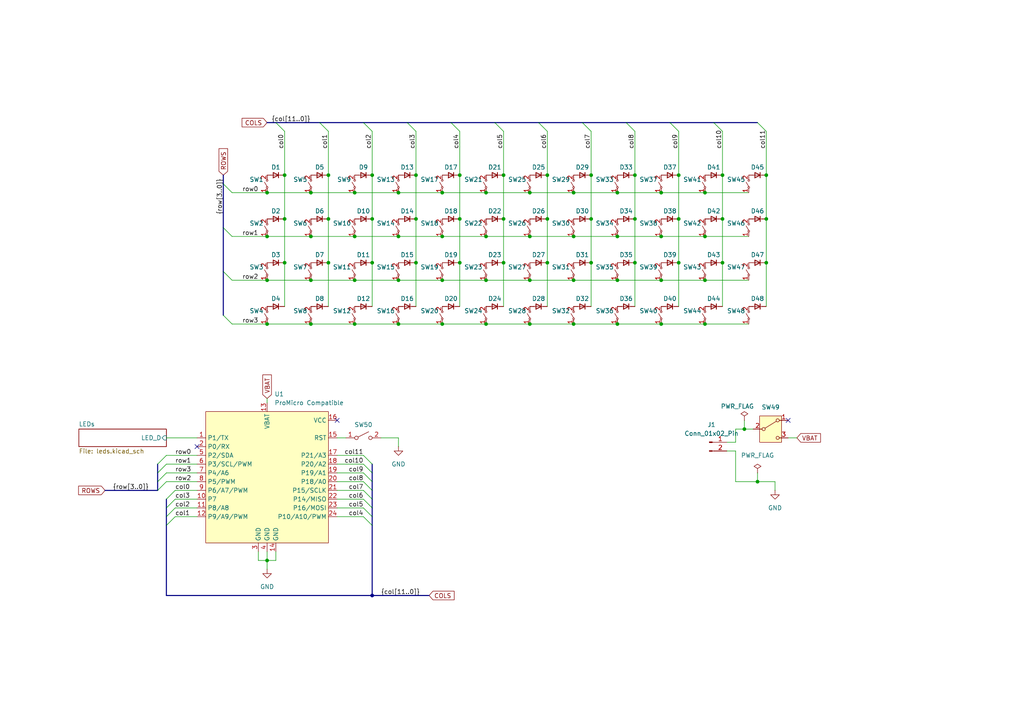
<source format=kicad_sch>
(kicad_sch
	(version 20250114)
	(generator "eeschema")
	(generator_version "9.0")
	(uuid "e3c88f17-e431-4ad8-b491-c68f92a3599e")
	(paper "A4")
	
	(junction
		(at 107.95 63.5)
		(diameter 0)
		(color 0 0 0 0)
		(uuid "002d5ad8-ef74-4beb-8c33-b3c3147abe15")
	)
	(junction
		(at 133.35 50.8)
		(diameter 0)
		(color 0 0 0 0)
		(uuid "00dc2123-9d30-44e7-ad2e-b53ffcf7ec5d")
	)
	(junction
		(at 191.77 81.28)
		(diameter 0)
		(color 0 0 0 0)
		(uuid "03dd787f-bb47-4e1d-bb03-7d61372b039b")
	)
	(junction
		(at 95.25 63.5)
		(diameter 0)
		(color 0 0 0 0)
		(uuid "08497830-24b2-402b-b591-82325c9f6584")
	)
	(junction
		(at 191.77 68.58)
		(diameter 0)
		(color 0 0 0 0)
		(uuid "0d654438-8902-40e4-8e09-55a0836a6ea7")
	)
	(junction
		(at 153.67 68.58)
		(diameter 0)
		(color 0 0 0 0)
		(uuid "0df900b7-f253-49e5-be16-069430e9c15f")
	)
	(junction
		(at 107.95 172.72)
		(diameter 0)
		(color 0 0 0 0)
		(uuid "0fa57eb5-eaa7-4e45-8fbc-a988e3305738")
	)
	(junction
		(at 102.87 81.28)
		(diameter 0)
		(color 0 0 0 0)
		(uuid "14483e4c-b619-41bd-9bf9-70d26f524a25")
	)
	(junction
		(at 158.75 76.2)
		(diameter 0)
		(color 0 0 0 0)
		(uuid "1985963e-0e18-4d15-8d41-9444514dc67f")
	)
	(junction
		(at 158.75 63.5)
		(diameter 0)
		(color 0 0 0 0)
		(uuid "27f97fd4-2c74-4cae-8d8a-9ea46548d652")
	)
	(junction
		(at 77.47 81.28)
		(diameter 0)
		(color 0 0 0 0)
		(uuid "2907d7d0-eef8-43d7-9fe2-512e471c56f0")
	)
	(junction
		(at 102.87 93.98)
		(diameter 0)
		(color 0 0 0 0)
		(uuid "29188768-3ace-4c0a-9c82-cbc0a5df875a")
	)
	(junction
		(at 191.77 93.98)
		(diameter 0)
		(color 0 0 0 0)
		(uuid "291d352b-e74b-4467-ac4d-024c521d11c3")
	)
	(junction
		(at 115.57 55.88)
		(diameter 0)
		(color 0 0 0 0)
		(uuid "2b0a305e-4899-4052-8e5b-7a0dc28c25cb")
	)
	(junction
		(at 82.55 63.5)
		(diameter 0)
		(color 0 0 0 0)
		(uuid "2d814daa-ed4e-4a5a-b92d-ba24c14070d5")
	)
	(junction
		(at 120.65 63.5)
		(diameter 0)
		(color 0 0 0 0)
		(uuid "308d1f96-bee8-4a55-9506-ffbb3f4ccb85")
	)
	(junction
		(at 166.37 81.28)
		(diameter 0)
		(color 0 0 0 0)
		(uuid "33c61722-b1e3-4cc7-997f-579bf9a71d8f")
	)
	(junction
		(at 128.27 68.58)
		(diameter 0)
		(color 0 0 0 0)
		(uuid "37a1e809-3009-4ea4-b53a-bdb3798e9e1f")
	)
	(junction
		(at 77.47 55.88)
		(diameter 0)
		(color 0 0 0 0)
		(uuid "38bd1f97-602b-4f5b-a40a-87875dc43770")
	)
	(junction
		(at 77.47 162.56)
		(diameter 0)
		(color 0 0 0 0)
		(uuid "3c09b5da-21df-42e6-9498-c7ad2ed6be36")
	)
	(junction
		(at 107.95 76.2)
		(diameter 0)
		(color 0 0 0 0)
		(uuid "3d339a16-06a8-4eef-b294-7267ce71ccd4")
	)
	(junction
		(at 179.07 68.58)
		(diameter 0)
		(color 0 0 0 0)
		(uuid "3e6652a5-8b94-4049-94e8-33077a352d8b")
	)
	(junction
		(at 171.45 50.8)
		(diameter 0)
		(color 0 0 0 0)
		(uuid "447b6ff1-7a3e-416b-b5a1-d4c04a3c94e5")
	)
	(junction
		(at 153.67 55.88)
		(diameter 0)
		(color 0 0 0 0)
		(uuid "499602a4-6bb1-41ff-beb6-18e477387ade")
	)
	(junction
		(at 146.05 50.8)
		(diameter 0)
		(color 0 0 0 0)
		(uuid "4a324584-305e-43f6-815d-56aaefdc7f01")
	)
	(junction
		(at 171.45 76.2)
		(diameter 0)
		(color 0 0 0 0)
		(uuid "4eab1886-0c3a-4a47-8c9b-5421d2762887")
	)
	(junction
		(at 140.97 55.88)
		(diameter 0)
		(color 0 0 0 0)
		(uuid "553de34e-403f-41fb-b30d-29975f849280")
	)
	(junction
		(at 120.65 76.2)
		(diameter 0)
		(color 0 0 0 0)
		(uuid "585aca02-751a-4759-9522-72dd35cf4031")
	)
	(junction
		(at 209.55 76.2)
		(diameter 0)
		(color 0 0 0 0)
		(uuid "5b601b5a-122a-49b6-993d-174f839246e2")
	)
	(junction
		(at 153.67 93.98)
		(diameter 0)
		(color 0 0 0 0)
		(uuid "5be27638-5c24-439c-8d07-37f109c5c562")
	)
	(junction
		(at 196.85 63.5)
		(diameter 0)
		(color 0 0 0 0)
		(uuid "5c10175d-9c14-48dc-abe3-455f9ab79efa")
	)
	(junction
		(at 179.07 81.28)
		(diameter 0)
		(color 0 0 0 0)
		(uuid "5f7e5647-f26f-4a8f-a842-e987fdc15e4e")
	)
	(junction
		(at 140.97 68.58)
		(diameter 0)
		(color 0 0 0 0)
		(uuid "6323fc3a-a0fc-4e0c-a0f1-75c856d9067e")
	)
	(junction
		(at 82.55 50.8)
		(diameter 0)
		(color 0 0 0 0)
		(uuid "67991a72-2591-4f23-9dca-80506b00fccf")
	)
	(junction
		(at 219.71 139.7)
		(diameter 0)
		(color 0 0 0 0)
		(uuid "67cd49bd-e2c2-40a4-9fd5-0795ee897dae")
	)
	(junction
		(at 166.37 55.88)
		(diameter 0)
		(color 0 0 0 0)
		(uuid "68ff73ac-8bce-4bc2-8707-e2ed2883066a")
	)
	(junction
		(at 140.97 81.28)
		(diameter 0)
		(color 0 0 0 0)
		(uuid "6a0ed3e0-018e-4932-a1e2-1b837b5fd764")
	)
	(junction
		(at 191.77 55.88)
		(diameter 0)
		(color 0 0 0 0)
		(uuid "6becbc48-d9e2-4946-bd3b-d2aea0a3ae51")
	)
	(junction
		(at 107.95 50.8)
		(diameter 0)
		(color 0 0 0 0)
		(uuid "6eb917dd-8504-48a2-9ac4-8311456b318c")
	)
	(junction
		(at 95.25 50.8)
		(diameter 0)
		(color 0 0 0 0)
		(uuid "6fea4a7a-439d-4ebd-87dd-ef636c9bedcb")
	)
	(junction
		(at 184.15 50.8)
		(diameter 0)
		(color 0 0 0 0)
		(uuid "7a1ef0d2-dec3-46b8-9761-bb8c5ee98fb1")
	)
	(junction
		(at 184.15 76.2)
		(diameter 0)
		(color 0 0 0 0)
		(uuid "7aadb54e-606e-4df2-b290-8a0a691d2ae0")
	)
	(junction
		(at 179.07 55.88)
		(diameter 0)
		(color 0 0 0 0)
		(uuid "7b9aea94-e743-415c-b550-c16c1ce0c22a")
	)
	(junction
		(at 204.47 81.28)
		(diameter 0)
		(color 0 0 0 0)
		(uuid "7bd973cd-6ea2-48e1-b727-f358f8c66f7c")
	)
	(junction
		(at 133.35 76.2)
		(diameter 0)
		(color 0 0 0 0)
		(uuid "7c5737ed-3f85-4b08-98a8-7bcc93d856c8")
	)
	(junction
		(at 90.17 81.28)
		(diameter 0)
		(color 0 0 0 0)
		(uuid "7dfcc26a-0c4e-40e5-a2ac-fd0669be2e6c")
	)
	(junction
		(at 146.05 63.5)
		(diameter 0)
		(color 0 0 0 0)
		(uuid "7f3fa247-d267-4196-ab62-3f3518334270")
	)
	(junction
		(at 184.15 63.5)
		(diameter 0)
		(color 0 0 0 0)
		(uuid "823a8bda-f793-4651-ba48-fd6058637df2")
	)
	(junction
		(at 171.45 63.5)
		(diameter 0)
		(color 0 0 0 0)
		(uuid "856a0de0-cb1e-40f1-8050-dbfeb292e655")
	)
	(junction
		(at 209.55 50.8)
		(diameter 0)
		(color 0 0 0 0)
		(uuid "87b063ef-c59a-42cc-a988-29f8851536ab")
	)
	(junction
		(at 77.47 68.58)
		(diameter 0)
		(color 0 0 0 0)
		(uuid "88289cbb-2c8d-4d5f-97d5-70d72d008253")
	)
	(junction
		(at 140.97 93.98)
		(diameter 0)
		(color 0 0 0 0)
		(uuid "8fa82415-c417-4c2d-ba43-733ae09034ac")
	)
	(junction
		(at 90.17 68.58)
		(diameter 0)
		(color 0 0 0 0)
		(uuid "923526d2-3622-49f9-95e5-053ef5fc2658")
	)
	(junction
		(at 209.55 63.5)
		(diameter 0)
		(color 0 0 0 0)
		(uuid "95de6db7-ceb1-4d44-bbeb-35c8136e6edb")
	)
	(junction
		(at 120.65 50.8)
		(diameter 0)
		(color 0 0 0 0)
		(uuid "98fc4ee6-4329-4ecd-9b81-723a939040a9")
	)
	(junction
		(at 102.87 68.58)
		(diameter 0)
		(color 0 0 0 0)
		(uuid "a21d3467-e585-4ef4-83b9-0211cada653a")
	)
	(junction
		(at 196.85 76.2)
		(diameter 0)
		(color 0 0 0 0)
		(uuid "a2a78e0e-fb81-443e-a577-e9490fa8dfa1")
	)
	(junction
		(at 133.35 63.5)
		(diameter 0)
		(color 0 0 0 0)
		(uuid "a495b52f-2628-43bb-b16b-25c924d80a5f")
	)
	(junction
		(at 204.47 55.88)
		(diameter 0)
		(color 0 0 0 0)
		(uuid "a682478a-2d3d-4bb2-8158-d06e18e5855d")
	)
	(junction
		(at 158.75 50.8)
		(diameter 0)
		(color 0 0 0 0)
		(uuid "a84006bd-85d5-4fd3-95dd-b11e2c812445")
	)
	(junction
		(at 222.25 76.2)
		(diameter 0)
		(color 0 0 0 0)
		(uuid "a9f641df-2058-41fe-b009-5314247b6cc2")
	)
	(junction
		(at 204.47 93.98)
		(diameter 0)
		(color 0 0 0 0)
		(uuid "aa238040-be73-4d90-a5c5-0cb4ab0ba752")
	)
	(junction
		(at 115.57 81.28)
		(diameter 0)
		(color 0 0 0 0)
		(uuid "ab9aafa7-089e-466d-a61f-3d68b471d5b3")
	)
	(junction
		(at 115.57 68.58)
		(diameter 0)
		(color 0 0 0 0)
		(uuid "ae230cff-dbe5-4dc5-84d8-5a3279279a5d")
	)
	(junction
		(at 166.37 93.98)
		(diameter 0)
		(color 0 0 0 0)
		(uuid "b31f79b4-ff4f-40d4-987d-448f55464eee")
	)
	(junction
		(at 128.27 81.28)
		(diameter 0)
		(color 0 0 0 0)
		(uuid "b871b874-2887-4030-93f3-ceb1c721aadf")
	)
	(junction
		(at 95.25 76.2)
		(diameter 0)
		(color 0 0 0 0)
		(uuid "b88f3b1b-d54e-4706-ba26-c407ac30c2c3")
	)
	(junction
		(at 196.85 50.8)
		(diameter 0)
		(color 0 0 0 0)
		(uuid "bb152277-fc91-4370-ad2a-b8952e12732c")
	)
	(junction
		(at 215.9 124.46)
		(diameter 0)
		(color 0 0 0 0)
		(uuid "bbaa9554-e646-41fb-a960-825856b66b1e")
	)
	(junction
		(at 179.07 93.98)
		(diameter 0)
		(color 0 0 0 0)
		(uuid "bc471a03-5742-4d54-a0b4-efc3c741769a")
	)
	(junction
		(at 222.25 63.5)
		(diameter 0)
		(color 0 0 0 0)
		(uuid "c4db0ec5-24f1-41a7-9905-ff7469924e3c")
	)
	(junction
		(at 115.57 93.98)
		(diameter 0)
		(color 0 0 0 0)
		(uuid "c9dd3468-5603-455a-b6bd-a27d177f1492")
	)
	(junction
		(at 222.25 50.8)
		(diameter 0)
		(color 0 0 0 0)
		(uuid "c9df2b56-4fa5-4911-a38f-c4edbd014d33")
	)
	(junction
		(at 90.17 55.88)
		(diameter 0)
		(color 0 0 0 0)
		(uuid "c9f9ddd8-a1c0-4ea6-916a-095863786d70")
	)
	(junction
		(at 204.47 68.58)
		(diameter 0)
		(color 0 0 0 0)
		(uuid "cd31537a-25f2-4f4a-bacd-1b9e56d42d25")
	)
	(junction
		(at 146.05 76.2)
		(diameter 0)
		(color 0 0 0 0)
		(uuid "cf7962ba-7746-4e4e-837f-3ce72181e7f4")
	)
	(junction
		(at 166.37 68.58)
		(diameter 0)
		(color 0 0 0 0)
		(uuid "d5379552-3473-4677-986b-b23e3b73c27a")
	)
	(junction
		(at 102.87 55.88)
		(diameter 0)
		(color 0 0 0 0)
		(uuid "d6893f9a-04b9-4cee-b27a-c9fa4aac671c")
	)
	(junction
		(at 90.17 93.98)
		(diameter 0)
		(color 0 0 0 0)
		(uuid "e19b2db6-5fe6-4180-af8f-a6f3fe2e47cc")
	)
	(junction
		(at 128.27 93.98)
		(diameter 0)
		(color 0 0 0 0)
		(uuid "e6e65e1b-ae58-4a4a-8e7a-bad745465863")
	)
	(junction
		(at 153.67 81.28)
		(diameter 0)
		(color 0 0 0 0)
		(uuid "e7c508b9-1813-4aa3-8105-6c387d4241b8")
	)
	(junction
		(at 82.55 76.2)
		(diameter 0)
		(color 0 0 0 0)
		(uuid "ef5f3edf-6f5b-4836-9d4f-6780cbe53c19")
	)
	(junction
		(at 128.27 55.88)
		(diameter 0)
		(color 0 0 0 0)
		(uuid "f1e2e988-d334-4f7e-babe-8cc404b426e8")
	)
	(junction
		(at 77.47 93.98)
		(diameter 0)
		(color 0 0 0 0)
		(uuid "f81cd84f-5a32-48ec-838b-3ea5ed6e0310")
	)
	(no_connect
		(at 57.15 129.54)
		(uuid "4095a63d-c131-4c91-966c-43222aff5c94")
	)
	(no_connect
		(at 228.6 121.92)
		(uuid "5321128d-8d6d-45bc-a235-b50132ebf69f")
	)
	(no_connect
		(at 97.79 121.92)
		(uuid "6ed74e1d-3701-4e27-b475-923ead78bddb")
	)
	(bus_entry
		(at 181.61 35.56)
		(size 2.54 2.54)
		(stroke
			(width 0)
			(type default)
		)
		(uuid "009e09f3-3b23-47ef-ad1b-79ff00e87d04")
	)
	(bus_entry
		(at 64.77 91.44)
		(size 2.54 2.54)
		(stroke
			(width 0)
			(type default)
		)
		(uuid "024cf0bc-2802-49aa-8bde-67656e1c8a12")
	)
	(bus_entry
		(at 50.8 144.78)
		(size -2.54 2.54)
		(stroke
			(width 0)
			(type default)
		)
		(uuid "03b26fc9-15eb-461b-868d-b1600ca48be1")
	)
	(bus_entry
		(at 50.8 147.32)
		(size -2.54 2.54)
		(stroke
			(width 0)
			(type default)
		)
		(uuid "0db1af60-e609-40de-8843-4982b19f1c65")
	)
	(bus_entry
		(at 48.26 137.16)
		(size -2.54 2.54)
		(stroke
			(width 0)
			(type default)
		)
		(uuid "0f7ca82b-317f-41fa-9910-3755033761be")
	)
	(bus_entry
		(at 105.41 149.86)
		(size 2.54 2.54)
		(stroke
			(width 0)
			(type default)
		)
		(uuid "0fb38ceb-4dbf-4507-862b-b6269736108a")
	)
	(bus_entry
		(at 48.26 132.08)
		(size -2.54 2.54)
		(stroke
			(width 0)
			(type default)
		)
		(uuid "15072654-3dbf-48ba-9683-512fd51b84b5")
	)
	(bus_entry
		(at 105.41 35.56)
		(size 2.54 2.54)
		(stroke
			(width 0)
			(type default)
		)
		(uuid "20df9d8d-f32f-4f48-8cf8-d3b5ddd102a5")
	)
	(bus_entry
		(at 118.11 35.56)
		(size 2.54 2.54)
		(stroke
			(width 0)
			(type default)
		)
		(uuid "23e9520f-4358-4737-994f-70948e2ef4e4")
	)
	(bus_entry
		(at 143.51 35.56)
		(size 2.54 2.54)
		(stroke
			(width 0)
			(type default)
		)
		(uuid "2f2ec5f1-4936-4315-b05b-43475794fcc3")
	)
	(bus_entry
		(at 194.31 35.56)
		(size 2.54 2.54)
		(stroke
			(width 0)
			(type default)
		)
		(uuid "31409a7d-447e-4f3a-94cc-d9e1e54eb7ef")
	)
	(bus_entry
		(at 207.01 35.56)
		(size 2.54 2.54)
		(stroke
			(width 0)
			(type default)
		)
		(uuid "33a194bb-e8a2-4afb-b030-4e277c0b7d80")
	)
	(bus_entry
		(at 156.21 35.56)
		(size 2.54 2.54)
		(stroke
			(width 0)
			(type default)
		)
		(uuid "375b1d87-0cb0-4a1a-b378-b2d1ce10690a")
	)
	(bus_entry
		(at 64.77 53.34)
		(size 2.54 2.54)
		(stroke
			(width 0)
			(type default)
		)
		(uuid "4dd0e044-8c64-4bde-a209-e47dec1f86d2")
	)
	(bus_entry
		(at 50.8 149.86)
		(size -2.54 2.54)
		(stroke
			(width 0)
			(type default)
		)
		(uuid "538a8068-5738-4036-9521-903be9e9c118")
	)
	(bus_entry
		(at 105.41 134.62)
		(size 2.54 2.54)
		(stroke
			(width 0)
			(type default)
		)
		(uuid "676789f5-fc97-49bb-a6d7-dbb9c049ee94")
	)
	(bus_entry
		(at 50.8 142.24)
		(size -2.54 2.54)
		(stroke
			(width 0)
			(type default)
		)
		(uuid "77a88dbe-258d-4cdb-9b80-c1d45c9bde36")
	)
	(bus_entry
		(at 219.71 35.56)
		(size 2.54 2.54)
		(stroke
			(width 0)
			(type default)
		)
		(uuid "7b4dc7c4-5575-4bbf-a2d6-bb9b5dac9d70")
	)
	(bus_entry
		(at 105.41 144.78)
		(size 2.54 2.54)
		(stroke
			(width 0)
			(type default)
		)
		(uuid "7cf4ddba-73ad-4282-9fb3-422804beed16")
	)
	(bus_entry
		(at 64.77 66.04)
		(size 2.54 2.54)
		(stroke
			(width 0)
			(type default)
		)
		(uuid "82af69a9-c389-46a3-8b78-370df5befe31")
	)
	(bus_entry
		(at 105.41 147.32)
		(size 2.54 2.54)
		(stroke
			(width 0)
			(type default)
		)
		(uuid "89bb9591-bea9-4ad6-b767-85e40b212f46")
	)
	(bus_entry
		(at 105.41 137.16)
		(size 2.54 2.54)
		(stroke
			(width 0)
			(type default)
		)
		(uuid "9408f5ba-d66f-4133-8279-707cf3d63880")
	)
	(bus_entry
		(at 48.26 134.62)
		(size -2.54 2.54)
		(stroke
			(width 0)
			(type default)
		)
		(uuid "b5ab9156-2013-4fe0-9b1f-6fd9bf98af0d")
	)
	(bus_entry
		(at 48.26 139.7)
		(size -2.54 2.54)
		(stroke
			(width 0)
			(type default)
		)
		(uuid "be803e9f-21d5-4a1f-9532-c1871de945d8")
	)
	(bus_entry
		(at 105.41 142.24)
		(size 2.54 2.54)
		(stroke
			(width 0)
			(type default)
		)
		(uuid "c2cf5ad8-fe1e-4efa-83d6-f83cb50cd21f")
	)
	(bus_entry
		(at 105.41 139.7)
		(size 2.54 2.54)
		(stroke
			(width 0)
			(type default)
		)
		(uuid "c4469dd4-09fd-476c-83dc-32383ad52ee8")
	)
	(bus_entry
		(at 130.81 35.56)
		(size 2.54 2.54)
		(stroke
			(width 0)
			(type default)
		)
		(uuid "c95877f7-228f-4604-9bd2-8242d4d63dcf")
	)
	(bus_entry
		(at 80.01 35.56)
		(size 2.54 2.54)
		(stroke
			(width 0)
			(type default)
		)
		(uuid "cf6eb2e0-34dc-43f8-af3a-eb10dfc5cbcc")
	)
	(bus_entry
		(at 168.91 35.56)
		(size 2.54 2.54)
		(stroke
			(width 0)
			(type default)
		)
		(uuid "cfdd6754-68f7-4fcf-9a1d-661794d4e163")
	)
	(bus_entry
		(at 64.77 78.74)
		(size 2.54 2.54)
		(stroke
			(width 0)
			(type default)
		)
		(uuid "dafc99a8-5bf2-4591-a55c-67756ea289b2")
	)
	(bus_entry
		(at 92.71 35.56)
		(size 2.54 2.54)
		(stroke
			(width 0)
			(type default)
		)
		(uuid "ee7bc58b-d793-45a6-a82e-c8e64ad02689")
	)
	(bus_entry
		(at 105.41 132.08)
		(size 2.54 2.54)
		(stroke
			(width 0)
			(type default)
		)
		(uuid "f8f10721-22f0-45a3-89c7-e32e8889c7cd")
	)
	(wire
		(pts
			(xy 90.17 68.58) (xy 102.87 68.58)
		)
		(stroke
			(width 0)
			(type default)
		)
		(uuid "0162c3ba-43a5-4f69-85cd-bd5991c40085")
	)
	(wire
		(pts
			(xy 48.26 134.62) (xy 57.15 134.62)
		)
		(stroke
			(width 0)
			(type default)
		)
		(uuid "01738553-1d48-4feb-8e31-75b830410187")
	)
	(bus
		(pts
			(xy 64.77 78.74) (xy 64.77 91.44)
		)
		(stroke
			(width 0)
			(type default)
		)
		(uuid "02958b57-e133-4492-aaf4-e9fca0451f65")
	)
	(wire
		(pts
			(xy 179.07 68.58) (xy 191.77 68.58)
		)
		(stroke
			(width 0)
			(type default)
		)
		(uuid "03451b7d-bc62-42c4-9136-7443b7a403f5")
	)
	(bus
		(pts
			(xy 194.31 35.56) (xy 207.01 35.56)
		)
		(stroke
			(width 0)
			(type default)
		)
		(uuid "04291727-2b02-4ebd-bad4-197eadb4e8e8")
	)
	(wire
		(pts
			(xy 222.25 63.5) (xy 222.25 76.2)
		)
		(stroke
			(width 0)
			(type default)
		)
		(uuid "058c30f5-9e3b-4cfd-8bd9-54f369a791c5")
	)
	(bus
		(pts
			(xy 48.26 149.86) (xy 48.26 152.4)
		)
		(stroke
			(width 0)
			(type default)
		)
		(uuid "05e62dc0-3bba-4da9-8e51-88c5ec7a3ac6")
	)
	(wire
		(pts
			(xy 171.45 63.5) (xy 171.45 76.2)
		)
		(stroke
			(width 0)
			(type default)
		)
		(uuid "069d45da-e85b-4e87-973e-6d64f646e385")
	)
	(wire
		(pts
			(xy 102.87 55.88) (xy 115.57 55.88)
		)
		(stroke
			(width 0)
			(type default)
		)
		(uuid "06aad752-bd9d-4e00-808d-62260c3b9e57")
	)
	(wire
		(pts
			(xy 120.65 63.5) (xy 120.65 76.2)
		)
		(stroke
			(width 0)
			(type default)
		)
		(uuid "08986c3b-4350-4ebb-b31e-76d3db07ba86")
	)
	(wire
		(pts
			(xy 74.93 162.56) (xy 77.47 162.56)
		)
		(stroke
			(width 0)
			(type default)
		)
		(uuid "0a95a8a7-7aa8-4b62-a20f-1f9b3189d861")
	)
	(wire
		(pts
			(xy 67.31 93.98) (xy 77.47 93.98)
		)
		(stroke
			(width 0)
			(type default)
		)
		(uuid "0bd6f8d5-c98a-405b-aa96-fd6bf9488dee")
	)
	(wire
		(pts
			(xy 204.47 68.58) (xy 217.17 68.58)
		)
		(stroke
			(width 0)
			(type default)
		)
		(uuid "0eec1caa-2be5-417d-be4c-dddc61b7182a")
	)
	(wire
		(pts
			(xy 184.15 38.1) (xy 184.15 50.8)
		)
		(stroke
			(width 0)
			(type default)
		)
		(uuid "0f6a26d6-e4c3-4fc6-9e05-74aff30fb243")
	)
	(wire
		(pts
			(xy 133.35 76.2) (xy 133.35 88.9)
		)
		(stroke
			(width 0)
			(type default)
		)
		(uuid "13a7dc81-5b52-4dcb-840a-8fa2d30d5c67")
	)
	(wire
		(pts
			(xy 209.55 38.1) (xy 209.55 50.8)
		)
		(stroke
			(width 0)
			(type default)
		)
		(uuid "155bd6a8-c584-4115-a308-86a271741765")
	)
	(wire
		(pts
			(xy 110.49 127) (xy 115.57 127)
		)
		(stroke
			(width 0)
			(type default)
		)
		(uuid "181c0328-30a6-4629-8992-efc13f0a129a")
	)
	(wire
		(pts
			(xy 213.36 128.27) (xy 213.36 124.46)
		)
		(stroke
			(width 0)
			(type default)
		)
		(uuid "187e2e05-f3b4-436f-bff3-ae694b9b945b")
	)
	(wire
		(pts
			(xy 140.97 55.88) (xy 153.67 55.88)
		)
		(stroke
			(width 0)
			(type default)
		)
		(uuid "18ca722d-ca1c-4e4c-907f-873d770a6aae")
	)
	(wire
		(pts
			(xy 213.36 139.7) (xy 219.71 139.7)
		)
		(stroke
			(width 0)
			(type default)
		)
		(uuid "197c8c8b-865d-495e-a396-1fd1d893e39c")
	)
	(bus
		(pts
			(xy 130.81 35.56) (xy 143.51 35.56)
		)
		(stroke
			(width 0)
			(type default)
		)
		(uuid "1a7061fa-54bb-431a-b69f-d5bf86ede603")
	)
	(wire
		(pts
			(xy 77.47 160.02) (xy 77.47 162.56)
		)
		(stroke
			(width 0)
			(type default)
		)
		(uuid "1a9be0c2-ff52-42ad-9250-6924f9ef9724")
	)
	(wire
		(pts
			(xy 50.8 149.86) (xy 57.15 149.86)
		)
		(stroke
			(width 0)
			(type default)
		)
		(uuid "1bd73b1f-872e-4946-bf43-46750a10a642")
	)
	(wire
		(pts
			(xy 97.79 144.78) (xy 105.41 144.78)
		)
		(stroke
			(width 0)
			(type default)
		)
		(uuid "1bef0740-7f1c-4719-960c-cbcfea59235b")
	)
	(wire
		(pts
			(xy 133.35 50.8) (xy 133.35 63.5)
		)
		(stroke
			(width 0)
			(type default)
		)
		(uuid "1c91442f-b5b7-4fc0-a031-546613145ef5")
	)
	(wire
		(pts
			(xy 140.97 93.98) (xy 153.67 93.98)
		)
		(stroke
			(width 0)
			(type default)
		)
		(uuid "1eeb7580-7911-4d9f-bb72-e4e5b8d8a9e0")
	)
	(bus
		(pts
			(xy 107.95 172.72) (xy 124.46 172.72)
		)
		(stroke
			(width 0)
			(type default)
		)
		(uuid "2268d684-5d60-46ab-ad6e-da75eb2ee41d")
	)
	(wire
		(pts
			(xy 210.82 130.81) (xy 213.36 130.81)
		)
		(stroke
			(width 0)
			(type default)
		)
		(uuid "2672c9e1-06ef-4bbf-8351-b98a0be4f9ee")
	)
	(wire
		(pts
			(xy 153.67 81.28) (xy 166.37 81.28)
		)
		(stroke
			(width 0)
			(type default)
		)
		(uuid "274f0b02-84eb-4ad2-b41a-cd45cf7b911d")
	)
	(wire
		(pts
			(xy 191.77 68.58) (xy 204.47 68.58)
		)
		(stroke
			(width 0)
			(type default)
		)
		(uuid "2918574b-03ac-46f2-a26b-f9b5906fe935")
	)
	(wire
		(pts
			(xy 67.31 81.28) (xy 77.47 81.28)
		)
		(stroke
			(width 0)
			(type default)
		)
		(uuid "2a137223-6e53-424a-9d9c-f8335fd00951")
	)
	(wire
		(pts
			(xy 166.37 55.88) (xy 179.07 55.88)
		)
		(stroke
			(width 0)
			(type default)
		)
		(uuid "2aea9cfb-153a-4e60-96f5-14d69729bb10")
	)
	(wire
		(pts
			(xy 115.57 55.88) (xy 128.27 55.88)
		)
		(stroke
			(width 0)
			(type default)
		)
		(uuid "2c830e75-18bc-4e07-913e-56b0e3a30ac6")
	)
	(wire
		(pts
			(xy 210.82 128.27) (xy 213.36 128.27)
		)
		(stroke
			(width 0)
			(type default)
		)
		(uuid "2cc9b9e6-600c-4c2c-8f12-e4608ec7e72e")
	)
	(wire
		(pts
			(xy 107.95 76.2) (xy 107.95 88.9)
		)
		(stroke
			(width 0)
			(type default)
		)
		(uuid "2d8497a2-23df-4917-abab-27a2cb6b3de8")
	)
	(wire
		(pts
			(xy 97.79 149.86) (xy 105.41 149.86)
		)
		(stroke
			(width 0)
			(type default)
		)
		(uuid "30a7c3cb-ccdb-4852-9315-48b250cf81d2")
	)
	(wire
		(pts
			(xy 213.36 124.46) (xy 215.9 124.46)
		)
		(stroke
			(width 0)
			(type default)
		)
		(uuid "30d6e751-956f-4790-8310-65e0162c152d")
	)
	(wire
		(pts
			(xy 166.37 81.28) (xy 179.07 81.28)
		)
		(stroke
			(width 0)
			(type default)
		)
		(uuid "31259cb4-041c-4121-8edf-ac14cbbb9799")
	)
	(bus
		(pts
			(xy 105.41 35.56) (xy 118.11 35.56)
		)
		(stroke
			(width 0)
			(type default)
		)
		(uuid "328e365a-5681-45dd-8928-5d0dddb11be9")
	)
	(wire
		(pts
			(xy 158.75 50.8) (xy 158.75 63.5)
		)
		(stroke
			(width 0)
			(type default)
		)
		(uuid "335a1c41-abc6-40cf-8613-8121656b7432")
	)
	(wire
		(pts
			(xy 219.71 137.16) (xy 219.71 139.7)
		)
		(stroke
			(width 0)
			(type default)
		)
		(uuid "3663c8d3-4477-4364-9b2a-cf3cc92cd3bf")
	)
	(wire
		(pts
			(xy 48.26 127) (xy 57.15 127)
		)
		(stroke
			(width 0)
			(type default)
		)
		(uuid "3681dd0f-9e2f-4695-93b6-c608492fb319")
	)
	(wire
		(pts
			(xy 196.85 50.8) (xy 196.85 63.5)
		)
		(stroke
			(width 0)
			(type default)
		)
		(uuid "3b5a345e-98ac-47df-b7ef-4f40c1bea72a")
	)
	(bus
		(pts
			(xy 107.95 144.78) (xy 107.95 147.32)
		)
		(stroke
			(width 0)
			(type default)
		)
		(uuid "3db2d6e6-f50c-4344-ace5-c0f4ed17709d")
	)
	(wire
		(pts
			(xy 97.79 142.24) (xy 105.41 142.24)
		)
		(stroke
			(width 0)
			(type default)
		)
		(uuid "3dfe4c5d-acbc-4eb4-927f-d6d106966a2b")
	)
	(wire
		(pts
			(xy 215.9 124.46) (xy 218.44 124.46)
		)
		(stroke
			(width 0)
			(type default)
		)
		(uuid "3ee70f4a-aa94-4b0d-bdb4-850e77d913c0")
	)
	(bus
		(pts
			(xy 48.26 147.32) (xy 48.26 149.86)
		)
		(stroke
			(width 0)
			(type default)
		)
		(uuid "40534e3b-4397-4b30-98de-a91f95750d04")
	)
	(wire
		(pts
			(xy 77.47 115.57) (xy 77.47 116.84)
		)
		(stroke
			(width 0)
			(type default)
		)
		(uuid "41e30b1a-cd06-4013-b32a-17b90ce4fca1")
	)
	(wire
		(pts
			(xy 179.07 93.98) (xy 191.77 93.98)
		)
		(stroke
			(width 0)
			(type default)
		)
		(uuid "42287cfb-7edf-4cf1-b64b-3fe7651992e6")
	)
	(wire
		(pts
			(xy 50.8 144.78) (xy 57.15 144.78)
		)
		(stroke
			(width 0)
			(type default)
		)
		(uuid "43caf4ff-bf32-4ff6-9466-0efe0c78818e")
	)
	(bus
		(pts
			(xy 107.95 147.32) (xy 107.95 149.86)
		)
		(stroke
			(width 0)
			(type default)
		)
		(uuid "44318cdc-37e4-49c0-9dd9-54303f5fcec3")
	)
	(wire
		(pts
			(xy 209.55 63.5) (xy 209.55 76.2)
		)
		(stroke
			(width 0)
			(type default)
		)
		(uuid "461370f2-6a3c-40c6-918a-a294df67609c")
	)
	(wire
		(pts
			(xy 50.8 142.24) (xy 57.15 142.24)
		)
		(stroke
			(width 0)
			(type default)
		)
		(uuid "481bef70-569e-4315-8aff-4c149627208b")
	)
	(wire
		(pts
			(xy 95.25 63.5) (xy 95.25 76.2)
		)
		(stroke
			(width 0)
			(type default)
		)
		(uuid "48ce36cd-1d05-4efa-9df7-0176c4c5a495")
	)
	(bus
		(pts
			(xy 77.47 35.56) (xy 80.01 35.56)
		)
		(stroke
			(width 0)
			(type default)
		)
		(uuid "49e7cc91-02e6-4cac-8c44-537ca4894671")
	)
	(wire
		(pts
			(xy 153.67 93.98) (xy 166.37 93.98)
		)
		(stroke
			(width 0)
			(type default)
		)
		(uuid "4c77742a-8aff-4851-ad0b-5f8109f67b8b")
	)
	(wire
		(pts
			(xy 171.45 38.1) (xy 171.45 50.8)
		)
		(stroke
			(width 0)
			(type default)
		)
		(uuid "50565201-0f1d-4784-9745-01fc6aa13b69")
	)
	(wire
		(pts
			(xy 97.79 132.08) (xy 105.41 132.08)
		)
		(stroke
			(width 0)
			(type default)
		)
		(uuid "512f56d1-5909-434d-a4e6-ad6249f3d96a")
	)
	(bus
		(pts
			(xy 30.48 142.24) (xy 45.72 142.24)
		)
		(stroke
			(width 0)
			(type default)
		)
		(uuid "533caa37-3c93-4281-9edf-8256977e7e09")
	)
	(wire
		(pts
			(xy 97.79 137.16) (xy 105.41 137.16)
		)
		(stroke
			(width 0)
			(type default)
		)
		(uuid "533d9edf-5671-4459-80dc-a361026ef000")
	)
	(bus
		(pts
			(xy 156.21 35.56) (xy 168.91 35.56)
		)
		(stroke
			(width 0)
			(type default)
		)
		(uuid "55328943-aab0-4cf3-81b2-57226753aea6")
	)
	(wire
		(pts
			(xy 102.87 68.58) (xy 115.57 68.58)
		)
		(stroke
			(width 0)
			(type default)
		)
		(uuid "58760970-9e82-4a9a-b91d-1238264a90b0")
	)
	(wire
		(pts
			(xy 77.47 81.28) (xy 90.17 81.28)
		)
		(stroke
			(width 0)
			(type default)
		)
		(uuid "594b80ca-08f6-4388-a252-c7640890c2d5")
	)
	(wire
		(pts
			(xy 222.25 76.2) (xy 222.25 88.9)
		)
		(stroke
			(width 0)
			(type default)
		)
		(uuid "5a8ba873-6306-44aa-9058-75d7bbf0968d")
	)
	(wire
		(pts
			(xy 115.57 68.58) (xy 128.27 68.58)
		)
		(stroke
			(width 0)
			(type default)
		)
		(uuid "5db2f3c5-9b02-4818-8391-77992921f88f")
	)
	(wire
		(pts
			(xy 95.25 38.1) (xy 95.25 50.8)
		)
		(stroke
			(width 0)
			(type default)
		)
		(uuid "5db442d1-df20-4075-9d8c-e9df2aa06108")
	)
	(wire
		(pts
			(xy 184.15 63.5) (xy 184.15 76.2)
		)
		(stroke
			(width 0)
			(type default)
		)
		(uuid "5f6191de-1518-4a62-a1a0-ee3a188b767e")
	)
	(wire
		(pts
			(xy 90.17 55.88) (xy 102.87 55.88)
		)
		(stroke
			(width 0)
			(type default)
		)
		(uuid "60765b41-e87a-41e8-9ae8-ac18ea66d3ae")
	)
	(wire
		(pts
			(xy 48.26 137.16) (xy 57.15 137.16)
		)
		(stroke
			(width 0)
			(type default)
		)
		(uuid "61ea4321-5cf5-4d7a-9f9c-48251247161b")
	)
	(wire
		(pts
			(xy 209.55 50.8) (xy 209.55 63.5)
		)
		(stroke
			(width 0)
			(type default)
		)
		(uuid "6257f58c-d716-456b-a7a2-8ae2ee2df264")
	)
	(wire
		(pts
			(xy 171.45 76.2) (xy 171.45 88.9)
		)
		(stroke
			(width 0)
			(type default)
		)
		(uuid "662bdfa5-4e19-4d9c-9560-6080fefbb078")
	)
	(wire
		(pts
			(xy 219.71 139.7) (xy 224.79 139.7)
		)
		(stroke
			(width 0)
			(type default)
		)
		(uuid "671ae363-e776-4e1e-82fd-e512d1e0fec3")
	)
	(wire
		(pts
			(xy 115.57 93.98) (xy 128.27 93.98)
		)
		(stroke
			(width 0)
			(type default)
		)
		(uuid "673f7fe7-00af-4436-92a1-877f994a09cf")
	)
	(bus
		(pts
			(xy 48.26 152.4) (xy 48.26 172.72)
		)
		(stroke
			(width 0)
			(type default)
		)
		(uuid "678c474a-6003-4933-9878-0a45e08f9932")
	)
	(wire
		(pts
			(xy 146.05 76.2) (xy 146.05 88.9)
		)
		(stroke
			(width 0)
			(type default)
		)
		(uuid "682ab370-0d10-44e7-8279-f0c997433c14")
	)
	(bus
		(pts
			(xy 45.72 134.62) (xy 45.72 137.16)
		)
		(stroke
			(width 0)
			(type default)
		)
		(uuid "6a560dd8-c1c2-42e5-bfe3-cdfb7eb4dd2e")
	)
	(wire
		(pts
			(xy 107.95 63.5) (xy 107.95 76.2)
		)
		(stroke
			(width 0)
			(type default)
		)
		(uuid "6b48b785-5573-4bf7-881b-13a11714d477")
	)
	(wire
		(pts
			(xy 97.79 139.7) (xy 105.41 139.7)
		)
		(stroke
			(width 0)
			(type default)
		)
		(uuid "6cba1f25-5537-4723-beec-4c2cd7d991b4")
	)
	(wire
		(pts
			(xy 133.35 38.1) (xy 133.35 50.8)
		)
		(stroke
			(width 0)
			(type default)
		)
		(uuid "6f3329be-2ae4-4a7d-8b5d-f0a03186e27a")
	)
	(bus
		(pts
			(xy 48.26 144.78) (xy 48.26 147.32)
		)
		(stroke
			(width 0)
			(type default)
		)
		(uuid "70282505-2269-4cc1-84d9-62adb1e620f4")
	)
	(wire
		(pts
			(xy 213.36 130.81) (xy 213.36 139.7)
		)
		(stroke
			(width 0)
			(type default)
		)
		(uuid "7043e3e8-dca2-42fb-b402-d655598a6765")
	)
	(wire
		(pts
			(xy 204.47 93.98) (xy 217.17 93.98)
		)
		(stroke
			(width 0)
			(type default)
		)
		(uuid "7326fccf-dca2-44e4-8a4f-3d8181da0163")
	)
	(wire
		(pts
			(xy 191.77 81.28) (xy 204.47 81.28)
		)
		(stroke
			(width 0)
			(type default)
		)
		(uuid "74a46798-82a6-4e56-91eb-39cfd9f41602")
	)
	(wire
		(pts
			(xy 82.55 38.1) (xy 82.55 50.8)
		)
		(stroke
			(width 0)
			(type default)
		)
		(uuid "76ddbda5-5bfe-4201-a3d3-11b3501a5d7f")
	)
	(wire
		(pts
			(xy 77.47 162.56) (xy 77.47 165.1)
		)
		(stroke
			(width 0)
			(type default)
		)
		(uuid "78a1b914-60db-497e-8359-dc8a1aada26b")
	)
	(wire
		(pts
			(xy 158.75 76.2) (xy 158.75 88.9)
		)
		(stroke
			(width 0)
			(type default)
		)
		(uuid "7a6492de-ec9e-4f1c-9bcb-317bb661086f")
	)
	(wire
		(pts
			(xy 74.93 160.02) (xy 74.93 162.56)
		)
		(stroke
			(width 0)
			(type default)
		)
		(uuid "7e5ecc3b-7fa8-4fa0-bd10-4e7ae53b5fa9")
	)
	(wire
		(pts
			(xy 90.17 93.98) (xy 102.87 93.98)
		)
		(stroke
			(width 0)
			(type default)
		)
		(uuid "7eeb267d-4813-4afe-bb24-5a661564f691")
	)
	(bus
		(pts
			(xy 92.71 35.56) (xy 105.41 35.56)
		)
		(stroke
			(width 0)
			(type default)
		)
		(uuid "806bcefa-77b7-4c51-ac83-0c70f4b7fcdb")
	)
	(wire
		(pts
			(xy 128.27 68.58) (xy 140.97 68.58)
		)
		(stroke
			(width 0)
			(type default)
		)
		(uuid "828ae125-c6ce-491f-ba29-ab4b707e38c9")
	)
	(wire
		(pts
			(xy 102.87 81.28) (xy 115.57 81.28)
		)
		(stroke
			(width 0)
			(type default)
		)
		(uuid "834a4512-bc08-4fd3-8076-f5347a87de26")
	)
	(bus
		(pts
			(xy 80.01 35.56) (xy 92.71 35.56)
		)
		(stroke
			(width 0)
			(type default)
		)
		(uuid "83d0b95e-8c55-411e-a9b0-1a236375bb69")
	)
	(wire
		(pts
			(xy 204.47 55.88) (xy 217.17 55.88)
		)
		(stroke
			(width 0)
			(type default)
		)
		(uuid "86d8eb94-f7c8-49c8-9939-2df9131af6b7")
	)
	(wire
		(pts
			(xy 128.27 55.88) (xy 140.97 55.88)
		)
		(stroke
			(width 0)
			(type default)
		)
		(uuid "871bce0b-2d3d-40b5-8cfa-87f506f82159")
	)
	(bus
		(pts
			(xy 168.91 35.56) (xy 181.61 35.56)
		)
		(stroke
			(width 0)
			(type default)
		)
		(uuid "87363115-5ac4-4bbb-b120-f93a83397d03")
	)
	(bus
		(pts
			(xy 118.11 35.56) (xy 130.81 35.56)
		)
		(stroke
			(width 0)
			(type default)
		)
		(uuid "878564cf-7723-499d-a8a8-4988315b40b0")
	)
	(wire
		(pts
			(xy 67.31 68.58) (xy 77.47 68.58)
		)
		(stroke
			(width 0)
			(type default)
		)
		(uuid "8d2f5a67-d9e3-42fb-a6c2-7d6cf9763224")
	)
	(wire
		(pts
			(xy 224.79 139.7) (xy 224.79 142.24)
		)
		(stroke
			(width 0)
			(type default)
		)
		(uuid "8d2fe507-c637-4f34-a560-d182fcc4a1e5")
	)
	(bus
		(pts
			(xy 107.95 142.24) (xy 107.95 144.78)
		)
		(stroke
			(width 0)
			(type default)
		)
		(uuid "90de9165-8d20-46af-abf9-699c46ce9b04")
	)
	(wire
		(pts
			(xy 171.45 50.8) (xy 171.45 63.5)
		)
		(stroke
			(width 0)
			(type default)
		)
		(uuid "941a338a-405f-4f62-972e-25c15902453d")
	)
	(wire
		(pts
			(xy 191.77 93.98) (xy 204.47 93.98)
		)
		(stroke
			(width 0)
			(type default)
		)
		(uuid "953fc926-26d8-4ef5-91a6-3a516e23d0a1")
	)
	(wire
		(pts
			(xy 77.47 55.88) (xy 90.17 55.88)
		)
		(stroke
			(width 0)
			(type default)
		)
		(uuid "96fa12ae-91c4-43bf-8eb2-acc805349a55")
	)
	(wire
		(pts
			(xy 82.55 76.2) (xy 82.55 88.9)
		)
		(stroke
			(width 0)
			(type default)
		)
		(uuid "9a5b5bc9-25e2-43e9-8776-26c3e518e894")
	)
	(wire
		(pts
			(xy 215.9 121.92) (xy 215.9 124.46)
		)
		(stroke
			(width 0)
			(type default)
		)
		(uuid "9bbfbe72-9b85-4656-8465-f0d806684adb")
	)
	(wire
		(pts
			(xy 222.25 38.1) (xy 222.25 50.8)
		)
		(stroke
			(width 0)
			(type default)
		)
		(uuid "9e5d3a16-4426-4f9e-92ec-896508c5ba1c")
	)
	(bus
		(pts
			(xy 181.61 35.56) (xy 194.31 35.56)
		)
		(stroke
			(width 0)
			(type default)
		)
		(uuid "a188836b-9896-4eab-9366-b5e4c87797c9")
	)
	(bus
		(pts
			(xy 107.95 134.62) (xy 107.95 137.16)
		)
		(stroke
			(width 0)
			(type default)
		)
		(uuid "a1c6a056-b78f-4ebe-ba35-5cf4ff23ea7a")
	)
	(bus
		(pts
			(xy 64.77 53.34) (xy 64.77 66.04)
		)
		(stroke
			(width 0)
			(type default)
		)
		(uuid "a1ca8548-8cb5-44b7-8d9d-8055ad24638a")
	)
	(bus
		(pts
			(xy 107.95 152.4) (xy 107.95 172.72)
		)
		(stroke
			(width 0)
			(type default)
		)
		(uuid "a2dcf78b-6f9a-4cfc-a20d-1cb6b16c005d")
	)
	(wire
		(pts
			(xy 146.05 63.5) (xy 146.05 76.2)
		)
		(stroke
			(width 0)
			(type default)
		)
		(uuid "a69d3c1a-0d18-42df-b196-45be505807c5")
	)
	(wire
		(pts
			(xy 209.55 76.2) (xy 209.55 88.9)
		)
		(stroke
			(width 0)
			(type default)
		)
		(uuid "a6d66862-d135-4587-9983-246b2d601374")
	)
	(wire
		(pts
			(xy 97.79 127) (xy 100.33 127)
		)
		(stroke
			(width 0)
			(type default)
		)
		(uuid "a9162426-c9c5-4561-b52c-fbbcdec87b7b")
	)
	(bus
		(pts
			(xy 45.72 139.7) (xy 45.72 142.24)
		)
		(stroke
			(width 0)
			(type default)
		)
		(uuid "acf91be6-da9d-4c38-b4cc-893f78c86bc3")
	)
	(bus
		(pts
			(xy 143.51 35.56) (xy 156.21 35.56)
		)
		(stroke
			(width 0)
			(type default)
		)
		(uuid "ae1d2a69-4c84-4291-b747-686166e8ae35")
	)
	(wire
		(pts
			(xy 204.47 81.28) (xy 217.17 81.28)
		)
		(stroke
			(width 0)
			(type default)
		)
		(uuid "afc59144-8388-4b6f-8884-3e9bb5b5b79f")
	)
	(wire
		(pts
			(xy 158.75 63.5) (xy 158.75 76.2)
		)
		(stroke
			(width 0)
			(type default)
		)
		(uuid "b12b2317-6434-4d44-9c9d-a67697d8f5ee")
	)
	(wire
		(pts
			(xy 67.31 55.88) (xy 77.47 55.88)
		)
		(stroke
			(width 0)
			(type default)
		)
		(uuid "b541bf95-db81-4740-be60-731c6666d1e3")
	)
	(wire
		(pts
			(xy 179.07 55.88) (xy 191.77 55.88)
		)
		(stroke
			(width 0)
			(type default)
		)
		(uuid "b7893df5-c601-48b5-bda8-33c74ff4706b")
	)
	(wire
		(pts
			(xy 90.17 81.28) (xy 102.87 81.28)
		)
		(stroke
			(width 0)
			(type default)
		)
		(uuid "b7faee90-db22-449a-9d71-b222b6b1324f")
	)
	(bus
		(pts
			(xy 207.01 35.56) (xy 219.71 35.56)
		)
		(stroke
			(width 0)
			(type default)
		)
		(uuid "b8cb174e-dd74-49dd-aa33-b1c75a5bab8a")
	)
	(wire
		(pts
			(xy 133.35 63.5) (xy 133.35 76.2)
		)
		(stroke
			(width 0)
			(type default)
		)
		(uuid "bbcbcb1b-fed3-4d27-9723-897419c8bbfd")
	)
	(wire
		(pts
			(xy 115.57 127) (xy 115.57 129.54)
		)
		(stroke
			(width 0)
			(type default)
		)
		(uuid "bc7092d5-c102-411e-9834-582d747d0db8")
	)
	(wire
		(pts
			(xy 77.47 68.58) (xy 90.17 68.58)
		)
		(stroke
			(width 0)
			(type default)
		)
		(uuid "c00d3b84-a9d1-4e0c-b7e2-87cb6dba2b8e")
	)
	(bus
		(pts
			(xy 64.77 66.04) (xy 64.77 78.74)
		)
		(stroke
			(width 0)
			(type default)
		)
		(uuid "c1d436ea-97f9-47a4-b9a0-67024cfc064d")
	)
	(wire
		(pts
			(xy 48.26 132.08) (xy 57.15 132.08)
		)
		(stroke
			(width 0)
			(type default)
		)
		(uuid "c1e569bb-2288-4d2f-8408-317be1788146")
	)
	(wire
		(pts
			(xy 153.67 55.88) (xy 166.37 55.88)
		)
		(stroke
			(width 0)
			(type default)
		)
		(uuid "c455ac4f-4b2c-4fa1-a741-bbcaef878cfd")
	)
	(wire
		(pts
			(xy 77.47 93.98) (xy 90.17 93.98)
		)
		(stroke
			(width 0)
			(type default)
		)
		(uuid "c4627235-055f-45ad-bd6e-cf8d0dc0b719")
	)
	(wire
		(pts
			(xy 120.65 38.1) (xy 120.65 50.8)
		)
		(stroke
			(width 0)
			(type default)
		)
		(uuid "c4682b55-5828-46a7-b90c-4d54571fbc6d")
	)
	(wire
		(pts
			(xy 120.65 50.8) (xy 120.65 63.5)
		)
		(stroke
			(width 0)
			(type default)
		)
		(uuid "c5f9f716-7565-4fbe-a0a6-b725573f825e")
	)
	(wire
		(pts
			(xy 228.6 127) (xy 231.14 127)
		)
		(stroke
			(width 0)
			(type default)
		)
		(uuid "c71144ef-6a8a-44cc-b754-09ff6d0e26f2")
	)
	(wire
		(pts
			(xy 153.67 68.58) (xy 166.37 68.58)
		)
		(stroke
			(width 0)
			(type default)
		)
		(uuid "c81ae9f6-3d42-48f8-9915-37c32dbe07b8")
	)
	(wire
		(pts
			(xy 140.97 68.58) (xy 153.67 68.58)
		)
		(stroke
			(width 0)
			(type default)
		)
		(uuid "cbb1bb3b-a287-47b6-b3c6-447d685b60b3")
	)
	(wire
		(pts
			(xy 222.25 50.8) (xy 222.25 63.5)
		)
		(stroke
			(width 0)
			(type default)
		)
		(uuid "cc5a3bf5-4cb3-4c92-abab-75699000268b")
	)
	(wire
		(pts
			(xy 80.01 162.56) (xy 80.01 160.02)
		)
		(stroke
			(width 0)
			(type default)
		)
		(uuid "cef40705-1bbd-40c0-9f6a-cdd2efebf230")
	)
	(wire
		(pts
			(xy 77.47 162.56) (xy 80.01 162.56)
		)
		(stroke
			(width 0)
			(type default)
		)
		(uuid "cf6b47c1-2899-430f-beac-dfcfc82e1147")
	)
	(wire
		(pts
			(xy 179.07 81.28) (xy 191.77 81.28)
		)
		(stroke
			(width 0)
			(type default)
		)
		(uuid "d0f8c4c1-e25f-4789-a457-9c73492f442e")
	)
	(bus
		(pts
			(xy 107.95 172.72) (xy 48.26 172.72)
		)
		(stroke
			(width 0)
			(type default)
		)
		(uuid "d1dd6b35-d143-4dca-b09a-b582629f4881")
	)
	(wire
		(pts
			(xy 50.8 147.32) (xy 57.15 147.32)
		)
		(stroke
			(width 0)
			(type default)
		)
		(uuid "d1e1c4ca-cbaa-4e0a-b57f-827d535864f0")
	)
	(wire
		(pts
			(xy 196.85 63.5) (xy 196.85 76.2)
		)
		(stroke
			(width 0)
			(type default)
		)
		(uuid "d3e35f10-5926-4baf-af66-4e98adc4855a")
	)
	(bus
		(pts
			(xy 107.95 137.16) (xy 107.95 139.7)
		)
		(stroke
			(width 0)
			(type default)
		)
		(uuid "d3f53d4b-e87c-46ba-9e0d-b1125b0d0334")
	)
	(wire
		(pts
			(xy 115.57 81.28) (xy 128.27 81.28)
		)
		(stroke
			(width 0)
			(type default)
		)
		(uuid "d45e86a0-713c-42f7-81a6-9b326f9ff82d")
	)
	(wire
		(pts
			(xy 140.97 81.28) (xy 153.67 81.28)
		)
		(stroke
			(width 0)
			(type default)
		)
		(uuid "d4766677-9e8c-404c-ad76-660299e6fd1c")
	)
	(wire
		(pts
			(xy 191.77 55.88) (xy 204.47 55.88)
		)
		(stroke
			(width 0)
			(type default)
		)
		(uuid "d6bb38c0-76a8-4ebb-aa35-e2452d16ec4f")
	)
	(wire
		(pts
			(xy 166.37 93.98) (xy 179.07 93.98)
		)
		(stroke
			(width 0)
			(type default)
		)
		(uuid "d7bf18ed-0b5f-4f75-8b11-52ccbfa3ad42")
	)
	(bus
		(pts
			(xy 107.95 139.7) (xy 107.95 142.24)
		)
		(stroke
			(width 0)
			(type default)
		)
		(uuid "d820c2d8-cb77-487c-b044-ea43cef42f1c")
	)
	(wire
		(pts
			(xy 120.65 76.2) (xy 120.65 88.9)
		)
		(stroke
			(width 0)
			(type default)
		)
		(uuid "d863682b-55fe-44aa-ae64-6ccea1f3f7ea")
	)
	(bus
		(pts
			(xy 45.72 137.16) (xy 45.72 139.7)
		)
		(stroke
			(width 0)
			(type default)
		)
		(uuid "d9c4bf3d-0371-4fa5-b56d-7904bf94a0fd")
	)
	(wire
		(pts
			(xy 196.85 76.2) (xy 196.85 88.9)
		)
		(stroke
			(width 0)
			(type default)
		)
		(uuid "dcc3e045-9968-4169-8a30-5b81a63f2bd9")
	)
	(wire
		(pts
			(xy 107.95 38.1) (xy 107.95 50.8)
		)
		(stroke
			(width 0)
			(type default)
		)
		(uuid "ddfc8433-bd3e-4f47-81e1-3eee19d361ed")
	)
	(wire
		(pts
			(xy 146.05 50.8) (xy 146.05 63.5)
		)
		(stroke
			(width 0)
			(type default)
		)
		(uuid "ddfebe92-48f4-4467-a18d-09ba49798db1")
	)
	(wire
		(pts
			(xy 95.25 76.2) (xy 95.25 88.9)
		)
		(stroke
			(width 0)
			(type default)
		)
		(uuid "e586fae2-5dc7-44c0-bbdc-f62aede97439")
	)
	(wire
		(pts
			(xy 48.26 139.7) (xy 57.15 139.7)
		)
		(stroke
			(width 0)
			(type default)
		)
		(uuid "e633e920-aec5-4eb6-b534-7f5bf428ccd8")
	)
	(bus
		(pts
			(xy 107.95 149.86) (xy 107.95 152.4)
		)
		(stroke
			(width 0)
			(type default)
		)
		(uuid "e7251af3-b18f-438c-9866-af981b4647d4")
	)
	(wire
		(pts
			(xy 97.79 134.62) (xy 105.41 134.62)
		)
		(stroke
			(width 0)
			(type default)
		)
		(uuid "e8625dd9-4d29-450c-a247-731ddc3f6ee3")
	)
	(wire
		(pts
			(xy 158.75 38.1) (xy 158.75 50.8)
		)
		(stroke
			(width 0)
			(type default)
		)
		(uuid "e884eb82-6547-4f64-b651-b06110a14a27")
	)
	(wire
		(pts
			(xy 196.85 38.1) (xy 196.85 50.8)
		)
		(stroke
			(width 0)
			(type default)
		)
		(uuid "e9363009-52d2-46b5-8de4-40798fbc87fc")
	)
	(wire
		(pts
			(xy 82.55 63.5) (xy 82.55 76.2)
		)
		(stroke
			(width 0)
			(type default)
		)
		(uuid "ebb4f0ec-1abd-428c-924e-15bfecf1b046")
	)
	(wire
		(pts
			(xy 146.05 38.1) (xy 146.05 50.8)
		)
		(stroke
			(width 0)
			(type default)
		)
		(uuid "ebdc958c-0256-4074-a260-aa9698b0fddc")
	)
	(wire
		(pts
			(xy 128.27 93.98) (xy 140.97 93.98)
		)
		(stroke
			(width 0)
			(type default)
		)
		(uuid "ed478304-46b1-4650-9f44-de4bfcf3e11b")
	)
	(wire
		(pts
			(xy 82.55 50.8) (xy 82.55 63.5)
		)
		(stroke
			(width 0)
			(type default)
		)
		(uuid "ee9d0fef-8806-4ec4-baea-331236a9372d")
	)
	(wire
		(pts
			(xy 128.27 81.28) (xy 140.97 81.28)
		)
		(stroke
			(width 0)
			(type default)
		)
		(uuid "ef82b1e4-18b1-4b1d-9247-dc2ffe69e4dc")
	)
	(wire
		(pts
			(xy 184.15 76.2) (xy 184.15 88.9)
		)
		(stroke
			(width 0)
			(type default)
		)
		(uuid "f1a05085-77b5-4fa7-99fa-b20a34db4231")
	)
	(wire
		(pts
			(xy 97.79 147.32) (xy 105.41 147.32)
		)
		(stroke
			(width 0)
			(type default)
		)
		(uuid "f1f359a8-b803-4e1b-bf2d-3b297bb9e537")
	)
	(wire
		(pts
			(xy 102.87 93.98) (xy 115.57 93.98)
		)
		(stroke
			(width 0)
			(type default)
		)
		(uuid "f3da64b5-2214-489a-abf2-0daa5a10f2b6")
	)
	(wire
		(pts
			(xy 166.37 68.58) (xy 179.07 68.58)
		)
		(stroke
			(width 0)
			(type default)
		)
		(uuid "fa19ece2-29d9-400f-90aa-a79047d47452")
	)
	(wire
		(pts
			(xy 107.95 50.8) (xy 107.95 63.5)
		)
		(stroke
			(width 0)
			(type default)
		)
		(uuid "fd6890ef-ab3d-4b07-8e64-554406cb1033")
	)
	(wire
		(pts
			(xy 184.15 50.8) (xy 184.15 63.5)
		)
		(stroke
			(width 0)
			(type default)
		)
		(uuid "fdecfa57-e49f-4eb0-a5e5-66df3841ff4c")
	)
	(bus
		(pts
			(xy 64.77 50.8) (xy 64.77 53.34)
		)
		(stroke
			(width 0)
			(type default)
		)
		(uuid "fe80f8d2-3a6b-4aeb-80a8-ee9e83aca799")
	)
	(wire
		(pts
			(xy 95.25 50.8) (xy 95.25 63.5)
		)
		(stroke
			(width 0)
			(type default)
		)
		(uuid "ff49b99d-8f5c-40f7-a132-60bd57ad04a0")
	)
	(label "col4"
		(at 105.41 149.86 180)
		(effects
			(font
				(size 1.27 1.27)
			)
			(justify right bottom)
		)
		(uuid "10aee71d-341b-45ca-bb15-69228029cef9")
	)
	(label "col2"
		(at 107.95 43.18 90)
		(effects
			(font
				(size 1.27 1.27)
			)
			(justify left bottom)
		)
		(uuid "1fd62e40-49dd-4cad-94ae-f3255fcb1ff2")
	)
	(label "col1"
		(at 50.8 149.86 0)
		(effects
			(font
				(size 1.27 1.27)
			)
			(justify left bottom)
		)
		(uuid "2c16c44b-0543-4642-9f11-a84a6f9b3c7f")
	)
	(label "col0"
		(at 50.8 142.24 0)
		(effects
			(font
				(size 1.27 1.27)
			)
			(justify left bottom)
		)
		(uuid "2ff22b71-4083-482a-be64-af63cbd304bf")
	)
	(label "col10"
		(at 105.41 134.62 180)
		(effects
			(font
				(size 1.27 1.27)
			)
			(justify right bottom)
		)
		(uuid "3532774b-2562-4752-aaaf-52ce01751306")
	)
	(label "col8"
		(at 105.41 139.7 180)
		(effects
			(font
				(size 1.27 1.27)
			)
			(justify right bottom)
		)
		(uuid "3a0f66dc-faa6-44a8-8e72-8b5825f8a5e5")
	)
	(label "col3"
		(at 120.65 43.18 90)
		(effects
			(font
				(size 1.27 1.27)
			)
			(justify left bottom)
		)
		(uuid "3f1a6a62-5f88-40f0-8a0e-8f91baf2024e")
	)
	(label "col6"
		(at 105.41 144.78 180)
		(effects
			(font
				(size 1.27 1.27)
			)
			(justify right bottom)
		)
		(uuid "434411dd-76ad-4916-89fd-c40b11904d2d")
	)
	(label "col2"
		(at 50.8 147.32 0)
		(effects
			(font
				(size 1.27 1.27)
			)
			(justify left bottom)
		)
		(uuid "4af9d38f-87a9-4072-b644-dca72a280051")
	)
	(label "row2"
		(at 74.93 81.28 180)
		(effects
			(font
				(size 1.27 1.27)
			)
			(justify right bottom)
		)
		(uuid "4b187a6c-5b4b-4960-b4fa-95477024eb0e")
	)
	(label "row3"
		(at 50.8 137.16 0)
		(effects
			(font
				(size 1.27 1.27)
			)
			(justify left bottom)
		)
		(uuid "55ccdd82-c1c6-4312-ac6c-7b57537d173d")
	)
	(label "col0"
		(at 82.55 43.18 90)
		(effects
			(font
				(size 1.27 1.27)
			)
			(justify left bottom)
		)
		(uuid "55ecd10b-8dca-4ab1-be98-dc12ad96e72a")
	)
	(label "{row[3..0]}"
		(at 43.18 142.24 180)
		(effects
			(font
				(size 1.27 1.27)
			)
			(justify right bottom)
		)
		(uuid "596d33d6-9548-43c7-b7c5-6cffbfa63720")
	)
	(label "row0"
		(at 74.93 55.88 180)
		(effects
			(font
				(size 1.27 1.27)
			)
			(justify right bottom)
		)
		(uuid "5b37d9b9-2180-4077-8daf-30e5e9f3bf94")
	)
	(label "col7"
		(at 171.45 43.18 90)
		(effects
			(font
				(size 1.27 1.27)
			)
			(justify left bottom)
		)
		(uuid "5ce991a1-2402-43b8-ab4e-771119b8616b")
	)
	(label "row1"
		(at 74.93 68.58 180)
		(effects
			(font
				(size 1.27 1.27)
			)
			(justify right bottom)
		)
		(uuid "674e138e-c248-4c2d-8eac-73afa1130e04")
	)
	(label "col11"
		(at 105.41 132.08 180)
		(effects
			(font
				(size 1.27 1.27)
			)
			(justify right bottom)
		)
		(uuid "6d0bbf76-68e0-4ed5-8f77-ca3407912936")
	)
	(label "col1"
		(at 95.25 43.18 90)
		(effects
			(font
				(size 1.27 1.27)
			)
			(justify left bottom)
		)
		(uuid "71d7a0a1-bc62-40bf-9e9b-eb70e5548d21")
	)
	(label "{row[3..0]}"
		(at 64.77 62.23 90)
		(effects
			(font
				(size 1.27 1.27)
			)
			(justify left bottom)
		)
		(uuid "73542eb6-71fd-4286-84cd-238769e2d8f3")
	)
	(label "col9"
		(at 196.85 43.18 90)
		(effects
			(font
				(size 1.27 1.27)
			)
			(justify left bottom)
		)
		(uuid "777d63db-42cb-4fb8-86b5-0c66914383d3")
	)
	(label "col9"
		(at 105.41 137.16 180)
		(effects
			(font
				(size 1.27 1.27)
			)
			(justify right bottom)
		)
		(uuid "7c2073ca-79ca-47cb-a051-01b4dd901212")
	)
	(label "col3"
		(at 50.8 144.78 0)
		(effects
			(font
				(size 1.27 1.27)
			)
			(justify left bottom)
		)
		(uuid "82874ff8-f3a7-4ea4-8797-eb5cb9478e5e")
	)
	(label "col5"
		(at 105.41 147.32 180)
		(effects
			(font
				(size 1.27 1.27)
			)
			(justify right bottom)
		)
		(uuid "828c0b8f-8c7a-4948-9d09-e9a91362282b")
	)
	(label "{col[11..0]}"
		(at 110.49 172.72 0)
		(effects
			(font
				(size 1.27 1.27)
			)
			(justify left bottom)
		)
		(uuid "857a0ca1-694c-48b2-8c85-554a74d6e90c")
	)
	(label "{col[11..0]}"
		(at 78.74 35.56 0)
		(effects
			(font
				(size 1.27 1.27)
			)
			(justify left bottom)
		)
		(uuid "99578600-6046-488e-a805-db1aa372848d")
	)
	(label "col4"
		(at 133.35 43.18 90)
		(effects
			(font
				(size 1.27 1.27)
			)
			(justify left bottom)
		)
		(uuid "9c62d78e-61c3-4bbc-a8d9-f1bb4757844f")
	)
	(label "row0"
		(at 50.8 132.08 0)
		(effects
			(font
				(size 1.27 1.27)
			)
			(justify left bottom)
		)
		(uuid "ae053ca5-3d2c-4c36-8760-c3b6806e657d")
	)
	(label "col5"
		(at 146.05 43.18 90)
		(effects
			(font
				(size 1.27 1.27)
			)
			(justify left bottom)
		)
		(uuid "b8200f4b-3072-458e-bd4a-c09b2f6a4727")
	)
	(label "row2"
		(at 50.8 139.7 0)
		(effects
			(font
				(size 1.27 1.27)
			)
			(justify left bottom)
		)
		(uuid "ba679f00-7012-4578-acc3-56776091f524")
	)
	(label "row3"
		(at 74.93 93.98 180)
		(effects
			(font
				(size 1.27 1.27)
			)
			(justify right bottom)
		)
		(uuid "c257b222-6eef-4326-ab7e-c4fe705c2219")
	)
	(label "col11"
		(at 222.25 43.18 90)
		(effects
			(font
				(size 1.27 1.27)
			)
			(justify left bottom)
		)
		(uuid "c2fbc288-6400-4196-9491-ec556a65a6b1")
	)
	(label "col7"
		(at 105.41 142.24 180)
		(effects
			(font
				(size 1.27 1.27)
			)
			(justify right bottom)
		)
		(uuid "c74adf17-9ffa-4ae4-9c4a-e1fa4773a2a7")
	)
	(label "row1"
		(at 50.8 134.62 0)
		(effects
			(font
				(size 1.27 1.27)
			)
			(justify left bottom)
		)
		(uuid "cdae82fb-91d0-4f28-9616-27f2934e2b42")
	)
	(label "col10"
		(at 209.55 43.18 90)
		(effects
			(font
				(size 1.27 1.27)
			)
			(justify left bottom)
		)
		(uuid "d79ff84b-b1e0-4e79-b049-02594a4ac360")
	)
	(label "col6"
		(at 158.75 43.18 90)
		(effects
			(font
				(size 1.27 1.27)
			)
			(justify left bottom)
		)
		(uuid "eb4dec5e-9a30-4583-a706-5adeaab870f1")
	)
	(label "col8"
		(at 184.15 43.18 90)
		(effects
			(font
				(size 1.27 1.27)
			)
			(justify left bottom)
		)
		(uuid "f3ede176-a9d2-4047-8fc0-af348efcd124")
	)
	(global_label "VBAT"
		(shape input)
		(at 77.47 115.57 90)
		(fields_autoplaced yes)
		(effects
			(font
				(size 1.27 1.27)
			)
			(justify left)
		)
		(uuid "00f42f17-ff40-4dbc-bc05-9c7726202ac1")
		(property "Intersheetrefs" "${INTERSHEET_REFS}"
			(at 77.47 108.17 90)
			(effects
				(font
					(size 1.27 1.27)
				)
				(justify left)
				(hide yes)
			)
		)
	)
	(global_label "ROWS"
		(shape input)
		(at 64.77 50.8 90)
		(fields_autoplaced yes)
		(effects
			(font
				(size 1.27 1.27)
			)
			(justify left)
		)
		(uuid "2c1e7cf3-1c97-4177-aaaa-42654289e0b8")
		(property "Intersheetrefs" "${INTERSHEET_REFS}"
			(at 64.77 42.5534 90)
			(effects
				(font
					(size 1.27 1.27)
				)
				(justify left)
				(hide yes)
			)
		)
	)
	(global_label "COLS"
		(shape input)
		(at 124.46 172.72 0)
		(fields_autoplaced yes)
		(effects
			(font
				(size 1.27 1.27)
			)
			(justify left)
		)
		(uuid "49b6c3a0-0c86-43d2-a8ef-4563bd33ea09")
		(property "Intersheetrefs" "${INTERSHEET_REFS}"
			(at 132.2833 172.72 0)
			(effects
				(font
					(size 1.27 1.27)
				)
				(justify left)
				(hide yes)
			)
		)
	)
	(global_label "ROWS"
		(shape input)
		(at 30.48 142.24 180)
		(fields_autoplaced yes)
		(effects
			(font
				(size 1.27 1.27)
			)
			(justify right)
		)
		(uuid "6dec2d9c-2bbf-4f7e-8150-b77e50813294")
		(property "Intersheetrefs" "${INTERSHEET_REFS}"
			(at 22.2334 142.24 0)
			(effects
				(font
					(size 1.27 1.27)
				)
				(justify right)
				(hide yes)
			)
		)
	)
	(global_label "COLS"
		(shape input)
		(at 77.47 35.56 180)
		(fields_autoplaced yes)
		(effects
			(font
				(size 1.27 1.27)
			)
			(justify right)
		)
		(uuid "8a6b99a1-571c-4547-87a1-61c00bdc5a9d")
		(property "Intersheetrefs" "${INTERSHEET_REFS}"
			(at 69.6467 35.56 0)
			(effects
				(font
					(size 1.27 1.27)
				)
				(justify right)
				(hide yes)
			)
		)
	)
	(global_label "VBAT"
		(shape input)
		(at 231.14 127 0)
		(fields_autoplaced yes)
		(effects
			(font
				(size 1.27 1.27)
			)
			(justify left)
		)
		(uuid "b3a7ad7c-5037-4cda-b8bf-61dce45ea789")
		(property "Intersheetrefs" "${INTERSHEET_REFS}"
			(at 238.54 127 0)
			(effects
				(font
					(size 1.27 1.27)
				)
				(justify left)
				(hide yes)
			)
		)
	)
	(symbol
		(lib_id "stuff:Keyswitch")
		(at 179.07 66.04 90)
		(unit 1)
		(exclude_from_sim no)
		(in_bom no)
		(on_board yes)
		(dnp no)
		(uuid "012ac9cd-5e68-4eaf-95e3-e88699ce15ed")
		(property "Reference" "SW34"
			(at 178.054 64.77 90)
			(effects
				(font
					(size 1.27 1.27)
				)
				(justify left)
			)
		)
		(property "Value" "SW_SPST"
			(at 176.53 64.7701 90)
			(effects
				(font
					(size 1.27 1.27)
				)
				(justify left)
				(hide yes)
			)
		)
		(property "Footprint" "stuff:Choc_v1"
			(at 179.07 66.04 0)
			(effects
				(font
					(size 1.27 1.27)
				)
				(hide yes)
			)
		)
		(property "Datasheet" "~"
			(at 179.07 66.04 0)
			(effects
				(font
					(size 1.27 1.27)
				)
				(hide yes)
			)
		)
		(property "Description" "Choc v1 keyswitch"
			(at 181.102 66.04 0)
			(effects
				(font
					(size 1.27 1.27)
				)
				(hide yes)
			)
		)
		(property "JLCPCB Part Number" ""
			(at 179.07 66.04 90)
			(effects
				(font
					(size 1.27 1.27)
				)
				(hide yes)
			)
		)
		(pin "1"
			(uuid "4ad32ed1-7d6f-4571-aa1a-bcfd4e0bbcf0")
		)
		(pin "2"
			(uuid "792b5fbc-da9b-419b-a6be-88c83f3beef3")
		)
		(instances
			(project "48ish_soldered"
				(path "/e3c88f17-e431-4ad8-b491-c68f92a3599e"
					(reference "SW34")
					(unit 1)
				)
			)
		)
	)
	(symbol
		(lib_id "stuff:D_small")
		(at 143.51 63.5 180)
		(unit 1)
		(exclude_from_sim no)
		(in_bom yes)
		(on_board yes)
		(dnp no)
		(uuid "0a3145c0-eac3-4d26-8a60-4bf84443c19c")
		(property "Reference" "D22"
			(at 143.51 61.214 0)
			(effects
				(font
					(size 1.27 1.27)
				)
			)
		)
		(property "Value" "D"
			(at 143.51 59.69 0)
			(effects
				(font
					(size 1.27 1.27)
				)
				(hide yes)
			)
		)
		(property "Footprint" "Diode_SMD:D_SOD-123"
			(at 143.51 63.5 0)
			(effects
				(font
					(size 1.27 1.27)
				)
				(hide yes)
			)
		)
		(property "Datasheet" "~"
			(at 143.51 63.5 0)
			(effects
				(font
					(size 1.27 1.27)
				)
				(hide yes)
			)
		)
		(property "Description" "Diode"
			(at 143.51 60.706 0)
			(effects
				(font
					(size 1.27 1.27)
				)
				(hide yes)
			)
		)
		(property "Sim.Device" "D"
			(at 143.51 63.5 0)
			(effects
				(font
					(size 1.27 1.27)
				)
				(hide yes)
			)
		)
		(property "Sim.Pins" "1=K 2=A"
			(at 143.51 63.5 0)
			(effects
				(font
					(size 1.27 1.27)
				)
				(hide yes)
			)
		)
		(property "JLCPCB Part Number" "C81598"
			(at 143.51 63.5 0)
			(effects
				(font
					(size 1.27 1.27)
				)
				(hide yes)
			)
		)
		(pin "1"
			(uuid "c2ccfdf9-5a6f-4433-a1df-5832e69f8335")
		)
		(pin "2"
			(uuid "820c57ff-a309-40fb-a063-6991eb428466")
		)
		(instances
			(project "48ish_soldered"
				(path "/e3c88f17-e431-4ad8-b491-c68f92a3599e"
					(reference "D22")
					(unit 1)
				)
			)
		)
	)
	(symbol
		(lib_id "stuff:Keyswitch")
		(at 153.67 53.34 90)
		(unit 1)
		(exclude_from_sim no)
		(in_bom no)
		(on_board yes)
		(dnp no)
		(uuid "0da662f6-b2b4-42f8-a4e4-b3fe2ddabf1c")
		(property "Reference" "SW25"
			(at 152.654 52.07 90)
			(effects
				(font
					(size 1.27 1.27)
				)
				(justify left)
			)
		)
		(property "Value" "SW_SPST"
			(at 151.13 52.0701 90)
			(effects
				(font
					(size 1.27 1.27)
				)
				(justify left)
				(hide yes)
			)
		)
		(property "Footprint" "stuff:Choc_v1"
			(at 153.67 53.34 0)
			(effects
				(font
					(size 1.27 1.27)
				)
				(hide yes)
			)
		)
		(property "Datasheet" "~"
			(at 153.67 53.34 0)
			(effects
				(font
					(size 1.27 1.27)
				)
				(hide yes)
			)
		)
		(property "Description" "Choc v1 keyswitch"
			(at 155.702 53.34 0)
			(effects
				(font
					(size 1.27 1.27)
				)
				(hide yes)
			)
		)
		(property "JLCPCB Part Number" ""
			(at 153.67 53.34 90)
			(effects
				(font
					(size 1.27 1.27)
				)
				(hide yes)
			)
		)
		(pin "1"
			(uuid "27c52a38-30be-4679-a2f4-3ab5c1cb509c")
		)
		(pin "2"
			(uuid "34e6077d-fa4b-4d80-bc33-31c33f1e7946")
		)
		(instances
			(project "48ish_soldered"
				(path "/e3c88f17-e431-4ad8-b491-c68f92a3599e"
					(reference "SW25")
					(unit 1)
				)
			)
		)
	)
	(symbol
		(lib_id "stuff:Keyswitch")
		(at 217.17 78.74 90)
		(unit 1)
		(exclude_from_sim no)
		(in_bom no)
		(on_board yes)
		(dnp no)
		(uuid "14190b2a-ac1f-4ee9-846d-c196f2fb26d5")
		(property "Reference" "SW47"
			(at 216.154 77.47 90)
			(effects
				(font
					(size 1.27 1.27)
				)
				(justify left)
			)
		)
		(property "Value" "SW_SPST"
			(at 214.63 77.4701 90)
			(effects
				(font
					(size 1.27 1.27)
				)
				(justify left)
				(hide yes)
			)
		)
		(property "Footprint" "stuff:Choc_v1"
			(at 217.17 78.74 0)
			(effects
				(font
					(size 1.27 1.27)
				)
				(hide yes)
			)
		)
		(property "Datasheet" "~"
			(at 217.17 78.74 0)
			(effects
				(font
					(size 1.27 1.27)
				)
				(hide yes)
			)
		)
		(property "Description" "Choc v1 keyswitch"
			(at 219.202 78.74 0)
			(effects
				(font
					(size 1.27 1.27)
				)
				(hide yes)
			)
		)
		(property "JLCPCB Part Number" ""
			(at 217.17 78.74 90)
			(effects
				(font
					(size 1.27 1.27)
				)
				(hide yes)
			)
		)
		(pin "2"
			(uuid "3ab7eaaa-29f6-413a-af45-0be7d326163b")
		)
		(pin "1"
			(uuid "9bc3c10f-f6cc-42cb-88bc-77dc16271af7")
		)
		(instances
			(project "48ish_soldered"
				(path "/e3c88f17-e431-4ad8-b491-c68f92a3599e"
					(reference "SW47")
					(unit 1)
				)
			)
		)
	)
	(symbol
		(lib_id "stuff:D_small")
		(at 105.41 50.8 180)
		(unit 1)
		(exclude_from_sim no)
		(in_bom yes)
		(on_board yes)
		(dnp no)
		(uuid "1c5d0400-8b78-44f2-90cb-c91e5e46b66a")
		(property "Reference" "D9"
			(at 105.41 48.514 0)
			(effects
				(font
					(size 1.27 1.27)
				)
			)
		)
		(property "Value" "D"
			(at 105.41 46.99 0)
			(effects
				(font
					(size 1.27 1.27)
				)
				(hide yes)
			)
		)
		(property "Footprint" "Diode_SMD:D_SOD-123"
			(at 105.41 50.8 0)
			(effects
				(font
					(size 1.27 1.27)
				)
				(hide yes)
			)
		)
		(property "Datasheet" "~"
			(at 105.41 50.8 0)
			(effects
				(font
					(size 1.27 1.27)
				)
				(hide yes)
			)
		)
		(property "Description" "Diode"
			(at 105.41 48.006 0)
			(effects
				(font
					(size 1.27 1.27)
				)
				(hide yes)
			)
		)
		(property "Sim.Device" "D"
			(at 105.41 50.8 0)
			(effects
				(font
					(size 1.27 1.27)
				)
				(hide yes)
			)
		)
		(property "Sim.Pins" "1=K 2=A"
			(at 105.41 50.8 0)
			(effects
				(font
					(size 1.27 1.27)
				)
				(hide yes)
			)
		)
		(property "JLCPCB Part Number" "C81598"
			(at 105.41 50.8 0)
			(effects
				(font
					(size 1.27 1.27)
				)
				(hide yes)
			)
		)
		(pin "1"
			(uuid "c629e9fd-11cf-446e-b9d0-22135eda5ec3")
		)
		(pin "2"
			(uuid "249dd489-f0cb-41bc-959a-2740cfe1b415")
		)
		(instances
			(project "48ish_soldered"
				(path "/e3c88f17-e431-4ad8-b491-c68f92a3599e"
					(reference "D9")
					(unit 1)
				)
			)
		)
	)
	(symbol
		(lib_id "stuff:D_small")
		(at 219.71 63.5 180)
		(unit 1)
		(exclude_from_sim no)
		(in_bom yes)
		(on_board yes)
		(dnp no)
		(uuid "20a5b1f0-ce93-4fc4-ade3-9700941bca3a")
		(property "Reference" "D46"
			(at 219.71 61.214 0)
			(effects
				(font
					(size 1.27 1.27)
				)
			)
		)
		(property "Value" "D"
			(at 219.71 59.69 0)
			(effects
				(font
					(size 1.27 1.27)
				)
				(hide yes)
			)
		)
		(property "Footprint" "Diode_SMD:D_SOD-123"
			(at 219.71 63.5 0)
			(effects
				(font
					(size 1.27 1.27)
				)
				(hide yes)
			)
		)
		(property "Datasheet" "~"
			(at 219.71 63.5 0)
			(effects
				(font
					(size 1.27 1.27)
				)
				(hide yes)
			)
		)
		(property "Description" "Diode"
			(at 219.71 60.706 0)
			(effects
				(font
					(size 1.27 1.27)
				)
				(hide yes)
			)
		)
		(property "Sim.Device" "D"
			(at 219.71 63.5 0)
			(effects
				(font
					(size 1.27 1.27)
				)
				(hide yes)
			)
		)
		(property "Sim.Pins" "1=K 2=A"
			(at 219.71 63.5 0)
			(effects
				(font
					(size 1.27 1.27)
				)
				(hide yes)
			)
		)
		(property "JLCPCB Part Number" "C81598"
			(at 219.71 63.5 0)
			(effects
				(font
					(size 1.27 1.27)
				)
				(hide yes)
			)
		)
		(pin "1"
			(uuid "ba4f2750-cce0-4799-af8b-ef5199b76f88")
		)
		(pin "2"
			(uuid "3e72bb4d-b1cc-4054-8b69-375f7ff1c7ee")
		)
		(instances
			(project "48ish_soldered"
				(path "/e3c88f17-e431-4ad8-b491-c68f92a3599e"
					(reference "D46")
					(unit 1)
				)
			)
		)
	)
	(symbol
		(lib_id "stuff:Keyswitch")
		(at 166.37 66.04 90)
		(unit 1)
		(exclude_from_sim no)
		(in_bom no)
		(on_board yes)
		(dnp no)
		(uuid "24d62f08-64ce-4642-8f78-ca4684e76abc")
		(property "Reference" "SW30"
			(at 165.354 64.77 90)
			(effects
				(font
					(size 1.27 1.27)
				)
				(justify left)
			)
		)
		(property "Value" "SW_SPST"
			(at 163.83 64.7701 90)
			(effects
				(font
					(size 1.27 1.27)
				)
				(justify left)
				(hide yes)
			)
		)
		(property "Footprint" "stuff:Choc_v1"
			(at 166.37 66.04 0)
			(effects
				(font
					(size 1.27 1.27)
				)
				(hide yes)
			)
		)
		(property "Datasheet" "~"
			(at 166.37 66.04 0)
			(effects
				(font
					(size 1.27 1.27)
				)
				(hide yes)
			)
		)
		(property "Description" "Choc v1 keyswitch"
			(at 168.402 66.04 0)
			(effects
				(font
					(size 1.27 1.27)
				)
				(hide yes)
			)
		)
		(property "JLCPCB Part Number" ""
			(at 166.37 66.04 90)
			(effects
				(font
					(size 1.27 1.27)
				)
				(hide yes)
			)
		)
		(pin "1"
			(uuid "6b29e4d3-70b2-4cfa-b93f-e0f246cae1ad")
		)
		(pin "2"
			(uuid "dccbe359-5856-4c4f-ae05-ca6bfe980f31")
		)
		(instances
			(project "48ish_soldered"
				(path "/e3c88f17-e431-4ad8-b491-c68f92a3599e"
					(reference "SW30")
					(unit 1)
				)
			)
		)
	)
	(symbol
		(lib_id "stuff:Keyswitch")
		(at 128.27 91.44 90)
		(unit 1)
		(exclude_from_sim no)
		(in_bom no)
		(on_board yes)
		(dnp no)
		(uuid "25daa6e3-b3e5-493d-96b1-23365e52b085")
		(property "Reference" "SW20"
			(at 127.254 90.17 90)
			(effects
				(font
					(size 1.27 1.27)
				)
				(justify left)
			)
		)
		(property "Value" "SW_SPST"
			(at 125.73 90.1701 90)
			(effects
				(font
					(size 1.27 1.27)
				)
				(justify left)
				(hide yes)
			)
		)
		(property "Footprint" "stuff:Choc_v1"
			(at 128.27 91.44 0)
			(effects
				(font
					(size 1.27 1.27)
				)
				(hide yes)
			)
		)
		(property "Datasheet" "~"
			(at 128.27 91.44 0)
			(effects
				(font
					(size 1.27 1.27)
				)
				(hide yes)
			)
		)
		(property "Description" "Choc v1 keyswitch"
			(at 130.302 91.44 0)
			(effects
				(font
					(size 1.27 1.27)
				)
				(hide yes)
			)
		)
		(property "JLCPCB Part Number" ""
			(at 128.27 91.44 90)
			(effects
				(font
					(size 1.27 1.27)
				)
				(hide yes)
			)
		)
		(pin "1"
			(uuid "59fb4367-9c6f-4be3-a7f7-05d596f405db")
		)
		(pin "2"
			(uuid "d1c5b3c8-9448-42a1-9910-3605f6c4c31f")
		)
		(instances
			(project "48ish_soldered"
				(path "/e3c88f17-e431-4ad8-b491-c68f92a3599e"
					(reference "SW20")
					(unit 1)
				)
			)
		)
	)
	(symbol
		(lib_id "stuff:D_small")
		(at 92.71 76.2 180)
		(unit 1)
		(exclude_from_sim no)
		(in_bom yes)
		(on_board yes)
		(dnp no)
		(uuid "29683e7a-ad6b-4f0e-b8b4-2a107e50d490")
		(property "Reference" "D7"
			(at 92.71 73.914 0)
			(effects
				(font
					(size 1.27 1.27)
				)
			)
		)
		(property "Value" "D"
			(at 92.71 72.39 0)
			(effects
				(font
					(size 1.27 1.27)
				)
				(hide yes)
			)
		)
		(property "Footprint" "Diode_SMD:D_SOD-123"
			(at 92.71 76.2 0)
			(effects
				(font
					(size 1.27 1.27)
				)
				(hide yes)
			)
		)
		(property "Datasheet" "~"
			(at 92.71 76.2 0)
			(effects
				(font
					(size 1.27 1.27)
				)
				(hide yes)
			)
		)
		(property "Description" "Diode"
			(at 92.71 73.406 0)
			(effects
				(font
					(size 1.27 1.27)
				)
				(hide yes)
			)
		)
		(property "Sim.Device" "D"
			(at 92.71 76.2 0)
			(effects
				(font
					(size 1.27 1.27)
				)
				(hide yes)
			)
		)
		(property "Sim.Pins" "1=K 2=A"
			(at 92.71 76.2 0)
			(effects
				(font
					(size 1.27 1.27)
				)
				(hide yes)
			)
		)
		(property "JLCPCB Part Number" "C81598"
			(at 92.71 76.2 0)
			(effects
				(font
					(size 1.27 1.27)
				)
				(hide yes)
			)
		)
		(pin "1"
			(uuid "8f29d911-b58c-47e1-9878-95901bb0c1f5")
		)
		(pin "2"
			(uuid "10724ed0-53a6-4b93-ad29-5d375b614d0b")
		)
		(instances
			(project "48ish_soldered"
				(path "/e3c88f17-e431-4ad8-b491-c68f92a3599e"
					(reference "D7")
					(unit 1)
				)
			)
		)
	)
	(symbol
		(lib_id "stuff:D_small")
		(at 118.11 63.5 180)
		(unit 1)
		(exclude_from_sim no)
		(in_bom yes)
		(on_board yes)
		(dnp no)
		(uuid "29ed782a-6188-467a-b534-d6caa013a05d")
		(property "Reference" "D14"
			(at 118.11 61.214 0)
			(effects
				(font
					(size 1.27 1.27)
				)
			)
		)
		(property "Value" "D"
			(at 118.11 59.69 0)
			(effects
				(font
					(size 1.27 1.27)
				)
				(hide yes)
			)
		)
		(property "Footprint" "Diode_SMD:D_SOD-123"
			(at 118.11 63.5 0)
			(effects
				(font
					(size 1.27 1.27)
				)
				(hide yes)
			)
		)
		(property "Datasheet" "~"
			(at 118.11 63.5 0)
			(effects
				(font
					(size 1.27 1.27)
				)
				(hide yes)
			)
		)
		(property "Description" "Diode"
			(at 118.11 60.706 0)
			(effects
				(font
					(size 1.27 1.27)
				)
				(hide yes)
			)
		)
		(property "Sim.Device" "D"
			(at 118.11 63.5 0)
			(effects
				(font
					(size 1.27 1.27)
				)
				(hide yes)
			)
		)
		(property "Sim.Pins" "1=K 2=A"
			(at 118.11 63.5 0)
			(effects
				(font
					(size 1.27 1.27)
				)
				(hide yes)
			)
		)
		(property "JLCPCB Part Number" "C81598"
			(at 118.11 63.5 0)
			(effects
				(font
					(size 1.27 1.27)
				)
				(hide yes)
			)
		)
		(pin "1"
			(uuid "58c44584-f818-4a57-8c71-f91ad8630913")
		)
		(pin "2"
			(uuid "2d1e6529-a0d0-4aec-a464-f5660ebe55f2")
		)
		(instances
			(project "48ish_soldered"
				(path "/e3c88f17-e431-4ad8-b491-c68f92a3599e"
					(reference "D14")
					(unit 1)
				)
			)
		)
	)
	(symbol
		(lib_id "stuff:D_small")
		(at 207.01 63.5 180)
		(unit 1)
		(exclude_from_sim no)
		(in_bom yes)
		(on_board yes)
		(dnp no)
		(uuid "2d9862b6-a0d8-473f-8b72-a67d0c3b1289")
		(property "Reference" "D42"
			(at 207.01 61.214 0)
			(effects
				(font
					(size 1.27 1.27)
				)
			)
		)
		(property "Value" "D"
			(at 207.01 59.69 0)
			(effects
				(font
					(size 1.27 1.27)
				)
				(hide yes)
			)
		)
		(property "Footprint" "Diode_SMD:D_SOD-123"
			(at 207.01 63.5 0)
			(effects
				(font
					(size 1.27 1.27)
				)
				(hide yes)
			)
		)
		(property "Datasheet" "~"
			(at 207.01 63.5 0)
			(effects
				(font
					(size 1.27 1.27)
				)
				(hide yes)
			)
		)
		(property "Description" "Diode"
			(at 207.01 60.706 0)
			(effects
				(font
					(size 1.27 1.27)
				)
				(hide yes)
			)
		)
		(property "Sim.Device" "D"
			(at 207.01 63.5 0)
			(effects
				(font
					(size 1.27 1.27)
				)
				(hide yes)
			)
		)
		(property "Sim.Pins" "1=K 2=A"
			(at 207.01 63.5 0)
			(effects
				(font
					(size 1.27 1.27)
				)
				(hide yes)
			)
		)
		(property "JLCPCB Part Number" "C81598"
			(at 207.01 63.5 0)
			(effects
				(font
					(size 1.27 1.27)
				)
				(hide yes)
			)
		)
		(pin "1"
			(uuid "44091a12-00ff-4088-9f20-6eda843d9a74")
		)
		(pin "2"
			(uuid "f648547c-995a-4aff-bef1-540a3be4863d")
		)
		(instances
			(project "48ish_soldered"
				(path "/e3c88f17-e431-4ad8-b491-c68f92a3599e"
					(reference "D42")
					(unit 1)
				)
			)
		)
	)
	(symbol
		(lib_id "stuff:Keyswitch")
		(at 217.17 66.04 90)
		(unit 1)
		(exclude_from_sim no)
		(in_bom no)
		(on_board yes)
		(dnp no)
		(uuid "311725e6-c6f4-4fd7-b28b-725ffab2242a")
		(property "Reference" "SW46"
			(at 216.154 64.77 90)
			(effects
				(font
					(size 1.27 1.27)
				)
				(justify left)
			)
		)
		(property "Value" "SW_SPST"
			(at 214.63 64.7701 90)
			(effects
				(font
					(size 1.27 1.27)
				)
				(justify left)
				(hide yes)
			)
		)
		(property "Footprint" "stuff:Choc_v1"
			(at 217.17 66.04 0)
			(effects
				(font
					(size 1.27 1.27)
				)
				(hide yes)
			)
		)
		(property "Datasheet" "~"
			(at 217.17 66.04 0)
			(effects
				(font
					(size 1.27 1.27)
				)
				(hide yes)
			)
		)
		(property "Description" "Choc v1 keyswitch"
			(at 219.202 66.04 0)
			(effects
				(font
					(size 1.27 1.27)
				)
				(hide yes)
			)
		)
		(property "JLCPCB Part Number" ""
			(at 217.17 66.04 90)
			(effects
				(font
					(size 1.27 1.27)
				)
				(hide yes)
			)
		)
		(pin "1"
			(uuid "b5916af7-be67-4580-bf26-514ac7f06e3d")
		)
		(pin "2"
			(uuid "d2e7fc7f-e41a-4796-b4aa-e332c6698f67")
		)
		(instances
			(project "48ish_soldered"
				(path "/e3c88f17-e431-4ad8-b491-c68f92a3599e"
					(reference "SW46")
					(unit 1)
				)
			)
		)
	)
	(symbol
		(lib_id "stuff:Keyswitch")
		(at 153.67 91.44 90)
		(unit 1)
		(exclude_from_sim no)
		(in_bom no)
		(on_board yes)
		(dnp no)
		(uuid "330b1473-2274-49d4-8a1d-bdba4c44744b")
		(property "Reference" "SW28"
			(at 152.654 90.17 90)
			(effects
				(font
					(size 1.27 1.27)
				)
				(justify left)
			)
		)
		(property "Value" "SW_SPST"
			(at 151.13 90.1701 90)
			(effects
				(font
					(size 1.27 1.27)
				)
				(justify left)
				(hide yes)
			)
		)
		(property "Footprint" "stuff:Choc_v1"
			(at 153.67 91.44 0)
			(effects
				(font
					(size 1.27 1.27)
				)
				(hide yes)
			)
		)
		(property "Datasheet" "~"
			(at 153.67 91.44 0)
			(effects
				(font
					(size 1.27 1.27)
				)
				(hide yes)
			)
		)
		(property "Description" "Choc v1 keyswitch"
			(at 155.702 91.44 0)
			(effects
				(font
					(size 1.27 1.27)
				)
				(hide yes)
			)
		)
		(property "JLCPCB Part Number" ""
			(at 153.67 91.44 90)
			(effects
				(font
					(size 1.27 1.27)
				)
				(hide yes)
			)
		)
		(pin "1"
			(uuid "a2515a1f-02ad-40a5-9fb4-b7da9d13ac07")
		)
		(pin "2"
			(uuid "0c2e8812-a041-4872-a0ea-49621b305dea")
		)
		(instances
			(project "48ish_soldered"
				(path "/e3c88f17-e431-4ad8-b491-c68f92a3599e"
					(reference "SW28")
					(unit 1)
				)
			)
		)
	)
	(symbol
		(lib_id "stuff:D_small")
		(at 130.81 88.9 180)
		(unit 1)
		(exclude_from_sim no)
		(in_bom yes)
		(on_board yes)
		(dnp no)
		(uuid "37e3c95a-8d57-4b00-9027-43eff919fbbb")
		(property "Reference" "D20"
			(at 130.81 86.614 0)
			(effects
				(font
					(size 1.27 1.27)
				)
			)
		)
		(property "Value" "D"
			(at 130.81 85.09 0)
			(effects
				(font
					(size 1.27 1.27)
				)
				(hide yes)
			)
		)
		(property "Footprint" "Diode_SMD:D_SOD-123"
			(at 130.81 88.9 0)
			(effects
				(font
					(size 1.27 1.27)
				)
				(hide yes)
			)
		)
		(property "Datasheet" "~"
			(at 130.81 88.9 0)
			(effects
				(font
					(size 1.27 1.27)
				)
				(hide yes)
			)
		)
		(property "Description" "Diode"
			(at 130.81 86.106 0)
			(effects
				(font
					(size 1.27 1.27)
				)
				(hide yes)
			)
		)
		(property "Sim.Device" "D"
			(at 130.81 88.9 0)
			(effects
				(font
					(size 1.27 1.27)
				)
				(hide yes)
			)
		)
		(property "Sim.Pins" "1=K 2=A"
			(at 130.81 88.9 0)
			(effects
				(font
					(size 1.27 1.27)
				)
				(hide yes)
			)
		)
		(property "JLCPCB Part Number" "C81598"
			(at 130.81 88.9 0)
			(effects
				(font
					(size 1.27 1.27)
				)
				(hide yes)
			)
		)
		(pin "1"
			(uuid "cba51fbd-c854-4053-aab3-b77de6969667")
		)
		(pin "2"
			(uuid "a149d2a1-d6ef-47dc-85f7-1c7fa44b84fc")
		)
		(instances
			(project "48ish_soldered"
				(path "/e3c88f17-e431-4ad8-b491-c68f92a3599e"
					(reference "D20")
					(unit 1)
				)
			)
		)
	)
	(symbol
		(lib_id "Switch:SW_SPST")
		(at 105.41 127 0)
		(unit 1)
		(exclude_from_sim no)
		(in_bom yes)
		(on_board yes)
		(dnp no)
		(fields_autoplaced yes)
		(uuid "3cb06689-8777-4b23-af23-29c61c89b6c1")
		(property "Reference" "SW50"
			(at 105.41 123.19 0)
			(effects
				(font
					(size 1.27 1.27)
				)
			)
		)
		(property "Value" "SW_SPST"
			(at 106.6799 124.46 90)
			(effects
				(font
					(size 1.27 1.27)
				)
				(justify left)
				(hide yes)
			)
		)
		(property "Footprint" "Button_Switch_SMD:SW_Push_1P1T_XKB_TS-1187A"
			(at 105.41 127 0)
			(effects
				(font
					(size 1.27 1.27)
				)
				(hide yes)
			)
		)
		(property "Datasheet" "~"
			(at 105.41 127 0)
			(effects
				(font
					(size 1.27 1.27)
				)
				(hide yes)
			)
		)
		(property "Description" "Single Pole Single Throw (SPST) switch"
			(at 105.41 127 0)
			(effects
				(font
					(size 1.27 1.27)
				)
				(hide yes)
			)
		)
		(property "JLCPCB Part Number" "C318884"
			(at 105.41 127 0)
			(effects
				(font
					(size 1.27 1.27)
				)
				(hide yes)
			)
		)
		(pin "2"
			(uuid "73a478a6-0bd7-4d36-9487-6837bf02af08")
		)
		(pin "1"
			(uuid "36ed0738-21b9-4160-9215-60bf14c10851")
		)
		(instances
			(project ""
				(path "/e3c88f17-e431-4ad8-b491-c68f92a3599e"
					(reference "SW50")
					(unit 1)
				)
			)
		)
	)
	(symbol
		(lib_id "stuff:Keyswitch")
		(at 102.87 78.74 90)
		(unit 1)
		(exclude_from_sim no)
		(in_bom no)
		(on_board yes)
		(dnp no)
		(uuid "3db55b08-879c-4ace-ab70-3e2c6f14622d")
		(property "Reference" "SW11"
			(at 101.854 77.47 90)
			(effects
				(font
					(size 1.27 1.27)
				)
				(justify left)
			)
		)
		(property "Value" "SW_SPST"
			(at 100.33 77.4701 90)
			(effects
				(font
					(size 1.27 1.27)
				)
				(justify left)
				(hide yes)
			)
		)
		(property "Footprint" "stuff:Choc_v1"
			(at 102.87 78.74 0)
			(effects
				(font
					(size 1.27 1.27)
				)
				(hide yes)
			)
		)
		(property "Datasheet" "~"
			(at 102.87 78.74 0)
			(effects
				(font
					(size 1.27 1.27)
				)
				(hide yes)
			)
		)
		(property "Description" "Choc v1 keyswitch"
			(at 104.902 78.74 0)
			(effects
				(font
					(size 1.27 1.27)
				)
				(hide yes)
			)
		)
		(property "JLCPCB Part Number" ""
			(at 102.87 78.74 90)
			(effects
				(font
					(size 1.27 1.27)
				)
				(hide yes)
			)
		)
		(pin "2"
			(uuid "3d6d3c11-c90a-4193-b671-94d31db96df5")
		)
		(pin "1"
			(uuid "b2e3e3cb-0063-499e-9b47-8f815c5cbbbc")
		)
		(instances
			(project "48ish_soldered"
				(path "/e3c88f17-e431-4ad8-b491-c68f92a3599e"
					(reference "SW11")
					(unit 1)
				)
			)
		)
	)
	(symbol
		(lib_id "stuff:Keyswitch")
		(at 115.57 66.04 90)
		(unit 1)
		(exclude_from_sim no)
		(in_bom no)
		(on_board yes)
		(dnp no)
		(uuid "435863d3-f93e-47b6-80a9-6e6789af6fce")
		(property "Reference" "SW14"
			(at 114.554 64.77 90)
			(effects
				(font
					(size 1.27 1.27)
				)
				(justify left)
			)
		)
		(property "Value" "SW_SPST"
			(at 113.03 64.7701 90)
			(effects
				(font
					(size 1.27 1.27)
				)
				(justify left)
				(hide yes)
			)
		)
		(property "Footprint" "stuff:Choc_v1"
			(at 115.57 66.04 0)
			(effects
				(font
					(size 1.27 1.27)
				)
				(hide yes)
			)
		)
		(property "Datasheet" "~"
			(at 115.57 66.04 0)
			(effects
				(font
					(size 1.27 1.27)
				)
				(hide yes)
			)
		)
		(property "Description" "Choc v1 keyswitch"
			(at 117.602 66.04 0)
			(effects
				(font
					(size 1.27 1.27)
				)
				(hide yes)
			)
		)
		(property "JLCPCB Part Number" ""
			(at 115.57 66.04 90)
			(effects
				(font
					(size 1.27 1.27)
				)
				(hide yes)
			)
		)
		(pin "1"
			(uuid "445910ee-f7e8-45c6-a087-b2546862003e")
		)
		(pin "2"
			(uuid "9d07e411-b875-44bc-94b4-34be3d97b9ab")
		)
		(instances
			(project "48ish_soldered"
				(path "/e3c88f17-e431-4ad8-b491-c68f92a3599e"
					(reference "SW14")
					(unit 1)
				)
			)
		)
	)
	(symbol
		(lib_id "stuff:D_small")
		(at 130.81 63.5 180)
		(unit 1)
		(exclude_from_sim no)
		(in_bom yes)
		(on_board yes)
		(dnp no)
		(uuid "439e6260-67f2-400a-9db3-ffa07cf9b818")
		(property "Reference" "D18"
			(at 130.81 61.214 0)
			(effects
				(font
					(size 1.27 1.27)
				)
			)
		)
		(property "Value" "D"
			(at 130.81 59.69 0)
			(effects
				(font
					(size 1.27 1.27)
				)
				(hide yes)
			)
		)
		(property "Footprint" "Diode_SMD:D_SOD-123"
			(at 130.81 63.5 0)
			(effects
				(font
					(size 1.27 1.27)
				)
				(hide yes)
			)
		)
		(property "Datasheet" "~"
			(at 130.81 63.5 0)
			(effects
				(font
					(size 1.27 1.27)
				)
				(hide yes)
			)
		)
		(property "Description" "Diode"
			(at 130.81 60.706 0)
			(effects
				(font
					(size 1.27 1.27)
				)
				(hide yes)
			)
		)
		(property "Sim.Device" "D"
			(at 130.81 63.5 0)
			(effects
				(font
					(size 1.27 1.27)
				)
				(hide yes)
			)
		)
		(property "Sim.Pins" "1=K 2=A"
			(at 130.81 63.5 0)
			(effects
				(font
					(size 1.27 1.27)
				)
				(hide yes)
			)
		)
		(property "JLCPCB Part Number" "C81598"
			(at 130.81 63.5 0)
			(effects
				(font
					(size 1.27 1.27)
				)
				(hide yes)
			)
		)
		(pin "1"
			(uuid "074bafe0-0ab4-4411-bd93-d45204b114c4")
		)
		(pin "2"
			(uuid "f3445846-04f9-4ccd-913c-03982dcb5bd5")
		)
		(instances
			(project "48ish_soldered"
				(path "/e3c88f17-e431-4ad8-b491-c68f92a3599e"
					(reference "D18")
					(unit 1)
				)
			)
		)
	)
	(symbol
		(lib_id "stuff:Keyswitch")
		(at 128.27 53.34 90)
		(unit 1)
		(exclude_from_sim no)
		(in_bom no)
		(on_board yes)
		(dnp no)
		(uuid "48504cd5-189f-406c-ad3a-1081c4421434")
		(property "Reference" "SW17"
			(at 127.254 52.07 90)
			(effects
				(font
					(size 1.27 1.27)
				)
				(justify left)
			)
		)
		(property "Value" "SW_SPST"
			(at 125.73 52.0701 90)
			(effects
				(font
					(size 1.27 1.27)
				)
				(justify left)
				(hide yes)
			)
		)
		(property "Footprint" "stuff:Choc_v1"
			(at 128.27 53.34 0)
			(effects
				(font
					(size 1.27 1.27)
				)
				(hide yes)
			)
		)
		(property "Datasheet" "~"
			(at 128.27 53.34 0)
			(effects
				(font
					(size 1.27 1.27)
				)
				(hide yes)
			)
		)
		(property "Description" "Choc v1 keyswitch"
			(at 130.302 53.34 0)
			(effects
				(font
					(size 1.27 1.27)
				)
				(hide yes)
			)
		)
		(property "JLCPCB Part Number" ""
			(at 128.27 53.34 90)
			(effects
				(font
					(size 1.27 1.27)
				)
				(hide yes)
			)
		)
		(pin "2"
			(uuid "a749f766-1b7b-4436-be0c-213f85f1906b")
		)
		(pin "1"
			(uuid "2d9e9e3f-fa4d-4e69-9bc1-4115c1cf83da")
		)
		(instances
			(project "48ish_soldered"
				(path "/e3c88f17-e431-4ad8-b491-c68f92a3599e"
					(reference "SW17")
					(unit 1)
				)
			)
		)
	)
	(symbol
		(lib_id "stuff:D_small")
		(at 92.71 63.5 180)
		(unit 1)
		(exclude_from_sim no)
		(in_bom yes)
		(on_board yes)
		(dnp no)
		(uuid "493ebf07-1d0e-4f84-861c-654504d55bb9")
		(property "Reference" "D6"
			(at 92.71 61.214 0)
			(effects
				(font
					(size 1.27 1.27)
				)
			)
		)
		(property "Value" "D"
			(at 92.71 59.69 0)
			(effects
				(font
					(size 1.27 1.27)
				)
				(hide yes)
			)
		)
		(property "Footprint" "Diode_SMD:D_SOD-123"
			(at 92.71 63.5 0)
			(effects
				(font
					(size 1.27 1.27)
				)
				(hide yes)
			)
		)
		(property "Datasheet" "~"
			(at 92.71 63.5 0)
			(effects
				(font
					(size 1.27 1.27)
				)
				(hide yes)
			)
		)
		(property "Description" "Diode"
			(at 92.71 60.706 0)
			(effects
				(font
					(size 1.27 1.27)
				)
				(hide yes)
			)
		)
		(property "Sim.Device" "D"
			(at 92.71 63.5 0)
			(effects
				(font
					(size 1.27 1.27)
				)
				(hide yes)
			)
		)
		(property "Sim.Pins" "1=K 2=A"
			(at 92.71 63.5 0)
			(effects
				(font
					(size 1.27 1.27)
				)
				(hide yes)
			)
		)
		(property "JLCPCB Part Number" "C81598"
			(at 92.71 63.5 0)
			(effects
				(font
					(size 1.27 1.27)
				)
				(hide yes)
			)
		)
		(pin "1"
			(uuid "de4c8575-3c1f-4cb7-bf99-f900509d58be")
		)
		(pin "2"
			(uuid "9a423fb2-72ad-4cb7-8479-3cbee4000772")
		)
		(instances
			(project "48ish_soldered"
				(path "/e3c88f17-e431-4ad8-b491-c68f92a3599e"
					(reference "D6")
					(unit 1)
				)
			)
		)
	)
	(symbol
		(lib_id "stuff:Keyswitch")
		(at 140.97 66.04 90)
		(unit 1)
		(exclude_from_sim no)
		(in_bom no)
		(on_board yes)
		(dnp no)
		(uuid "49835ac6-8766-43aa-a097-e9c4defdbfb1")
		(property "Reference" "SW22"
			(at 139.954 64.77 90)
			(effects
				(font
					(size 1.27 1.27)
				)
				(justify left)
			)
		)
		(property "Value" "SW_SPST"
			(at 138.43 64.7701 90)
			(effects
				(font
					(size 1.27 1.27)
				)
				(justify left)
				(hide yes)
			)
		)
		(property "Footprint" "stuff:Choc_v1"
			(at 140.97 66.04 0)
			(effects
				(font
					(size 1.27 1.27)
				)
				(hide yes)
			)
		)
		(property "Datasheet" "~"
			(at 140.97 66.04 0)
			(effects
				(font
					(size 1.27 1.27)
				)
				(hide yes)
			)
		)
		(property "Description" "Choc v1 keyswitch"
			(at 143.002 66.04 0)
			(effects
				(font
					(size 1.27 1.27)
				)
				(hide yes)
			)
		)
		(property "JLCPCB Part Number" ""
			(at 140.97 66.04 90)
			(effects
				(font
					(size 1.27 1.27)
				)
				(hide yes)
			)
		)
		(pin "2"
			(uuid "03cfe657-0c58-459c-9c63-d98659f09c8f")
		)
		(pin "1"
			(uuid "6b5b01db-622a-4e39-9b8e-f552b252e977")
		)
		(instances
			(project "48ish_soldered"
				(path "/e3c88f17-e431-4ad8-b491-c68f92a3599e"
					(reference "SW22")
					(unit 1)
				)
			)
		)
	)
	(symbol
		(lib_id "power:GND")
		(at 77.47 165.1 0)
		(unit 1)
		(exclude_from_sim no)
		(in_bom yes)
		(on_board yes)
		(dnp no)
		(fields_autoplaced yes)
		(uuid "4ab72dc6-f62c-4da9-b66e-13502d83383e")
		(property "Reference" "#PWR02"
			(at 77.47 171.45 0)
			(effects
				(font
					(size 1.27 1.27)
				)
				(hide yes)
			)
		)
		(property "Value" "GND"
			(at 77.47 170.18 0)
			(effects
				(font
					(size 1.27 1.27)
				)
			)
		)
		(property "Footprint" ""
			(at 77.47 165.1 0)
			(effects
				(font
					(size 1.27 1.27)
				)
				(hide yes)
			)
		)
		(property "Datasheet" ""
			(at 77.47 165.1 0)
			(effects
				(font
					(size 1.27 1.27)
				)
				(hide yes)
			)
		)
		(property "Description" "Power symbol creates a global label with name \"GND\" , ground"
			(at 77.47 165.1 0)
			(effects
				(font
					(size 1.27 1.27)
				)
				(hide yes)
			)
		)
		(pin "1"
			(uuid "5739d8a5-3ebd-4760-885d-c55715d98d19")
		)
		(instances
			(project ""
				(path "/e3c88f17-e431-4ad8-b491-c68f92a3599e"
					(reference "#PWR02")
					(unit 1)
				)
			)
		)
	)
	(symbol
		(lib_id "stuff:D_small")
		(at 219.71 50.8 180)
		(unit 1)
		(exclude_from_sim no)
		(in_bom yes)
		(on_board yes)
		(dnp no)
		(uuid "4b64d70f-ddc4-46b6-acc1-00fe5f1c917b")
		(property "Reference" "D45"
			(at 219.71 48.514 0)
			(effects
				(font
					(size 1.27 1.27)
				)
			)
		)
		(property "Value" "D"
			(at 219.71 46.99 0)
			(effects
				(font
					(size 1.27 1.27)
				)
				(hide yes)
			)
		)
		(property "Footprint" "Diode_SMD:D_SOD-123"
			(at 219.71 50.8 0)
			(effects
				(font
					(size 1.27 1.27)
				)
				(hide yes)
			)
		)
		(property "Datasheet" "~"
			(at 219.71 50.8 0)
			(effects
				(font
					(size 1.27 1.27)
				)
				(hide yes)
			)
		)
		(property "Description" "Diode"
			(at 219.71 48.006 0)
			(effects
				(font
					(size 1.27 1.27)
				)
				(hide yes)
			)
		)
		(property "Sim.Device" "D"
			(at 219.71 50.8 0)
			(effects
				(font
					(size 1.27 1.27)
				)
				(hide yes)
			)
		)
		(property "Sim.Pins" "1=K 2=A"
			(at 219.71 50.8 0)
			(effects
				(font
					(size 1.27 1.27)
				)
				(hide yes)
			)
		)
		(property "JLCPCB Part Number" "C81598"
			(at 219.71 50.8 0)
			(effects
				(font
					(size 1.27 1.27)
				)
				(hide yes)
			)
		)
		(pin "1"
			(uuid "9ec5427d-e1af-45cb-a35f-d3bb333d2458")
		)
		(pin "2"
			(uuid "fabd8ee9-d48c-4b7c-b22b-5002b52ad978")
		)
		(instances
			(project "48ish_soldered"
				(path "/e3c88f17-e431-4ad8-b491-c68f92a3599e"
					(reference "D45")
					(unit 1)
				)
			)
		)
	)
	(symbol
		(lib_id "stuff:D_small")
		(at 156.21 50.8 180)
		(unit 1)
		(exclude_from_sim no)
		(in_bom yes)
		(on_board yes)
		(dnp no)
		(uuid "52be9422-cea4-4398-8a9a-5e6a945e6d50")
		(property "Reference" "D25"
			(at 156.21 48.514 0)
			(effects
				(font
					(size 1.27 1.27)
				)
			)
		)
		(property "Value" "D"
			(at 156.21 46.99 0)
			(effects
				(font
					(size 1.27 1.27)
				)
				(hide yes)
			)
		)
		(property "Footprint" "Diode_SMD:D_SOD-123"
			(at 156.21 50.8 0)
			(effects
				(font
					(size 1.27 1.27)
				)
				(hide yes)
			)
		)
		(property "Datasheet" "~"
			(at 156.21 50.8 0)
			(effects
				(font
					(size 1.27 1.27)
				)
				(hide yes)
			)
		)
		(property "Description" "Diode"
			(at 156.21 48.006 0)
			(effects
				(font
					(size 1.27 1.27)
				)
				(hide yes)
			)
		)
		(property "Sim.Device" "D"
			(at 156.21 50.8 0)
			(effects
				(font
					(size 1.27 1.27)
				)
				(hide yes)
			)
		)
		(property "Sim.Pins" "1=K 2=A"
			(at 156.21 50.8 0)
			(effects
				(font
					(size 1.27 1.27)
				)
				(hide yes)
			)
		)
		(property "JLCPCB Part Number" "C81598"
			(at 156.21 50.8 0)
			(effects
				(font
					(size 1.27 1.27)
				)
				(hide yes)
			)
		)
		(pin "1"
			(uuid "e7296d86-87d3-47ef-93d5-efe690538dcd")
		)
		(pin "2"
			(uuid "7cee0128-2135-456b-84af-61538256c183")
		)
		(instances
			(project "48ish_soldered"
				(path "/e3c88f17-e431-4ad8-b491-c68f92a3599e"
					(reference "D25")
					(unit 1)
				)
			)
		)
	)
	(symbol
		(lib_id "stuff:Keyswitch")
		(at 90.17 66.04 90)
		(unit 1)
		(exclude_from_sim no)
		(in_bom no)
		(on_board yes)
		(dnp no)
		(uuid "54153c54-427c-4ce2-8775-66854f6d518d")
		(property "Reference" "SW6"
			(at 89.154 64.77 90)
			(effects
				(font
					(size 1.27 1.27)
				)
				(justify left)
			)
		)
		(property "Value" "SW_SPST"
			(at 87.63 64.7701 90)
			(effects
				(font
					(size 1.27 1.27)
				)
				(justify left)
				(hide yes)
			)
		)
		(property "Footprint" "stuff:Choc_v1"
			(at 90.17 66.04 0)
			(effects
				(font
					(size 1.27 1.27)
				)
				(hide yes)
			)
		)
		(property "Datasheet" "~"
			(at 90.17 66.04 0)
			(effects
				(font
					(size 1.27 1.27)
				)
				(hide yes)
			)
		)
		(property "Description" "Choc v1 keyswitch"
			(at 92.202 66.04 0)
			(effects
				(font
					(size 1.27 1.27)
				)
				(hide yes)
			)
		)
		(property "JLCPCB Part Number" ""
			(at 90.17 66.04 90)
			(effects
				(font
					(size 1.27 1.27)
				)
				(hide yes)
			)
		)
		(pin "1"
			(uuid "69c86626-7fe3-4d96-ac0a-9d06dac1d13e")
		)
		(pin "2"
			(uuid "1f125484-d915-49ca-af81-96590b31b36b")
		)
		(instances
			(project "48ish_soldered"
				(path "/e3c88f17-e431-4ad8-b491-c68f92a3599e"
					(reference "SW6")
					(unit 1)
				)
			)
		)
	)
	(symbol
		(lib_id "stuff:D_small")
		(at 168.91 76.2 180)
		(unit 1)
		(exclude_from_sim no)
		(in_bom yes)
		(on_board yes)
		(dnp no)
		(uuid "598143d2-31b9-4701-b187-bb7170f60d32")
		(property "Reference" "D31"
			(at 168.91 73.914 0)
			(effects
				(font
					(size 1.27 1.27)
				)
			)
		)
		(property "Value" "D"
			(at 168.91 72.39 0)
			(effects
				(font
					(size 1.27 1.27)
				)
				(hide yes)
			)
		)
		(property "Footprint" "Diode_SMD:D_SOD-123"
			(at 168.91 76.2 0)
			(effects
				(font
					(size 1.27 1.27)
				)
				(hide yes)
			)
		)
		(property "Datasheet" "~"
			(at 168.91 76.2 0)
			(effects
				(font
					(size 1.27 1.27)
				)
				(hide yes)
			)
		)
		(property "Description" "Diode"
			(at 168.91 73.406 0)
			(effects
				(font
					(size 1.27 1.27)
				)
				(hide yes)
			)
		)
		(property "Sim.Device" "D"
			(at 168.91 76.2 0)
			(effects
				(font
					(size 1.27 1.27)
				)
				(hide yes)
			)
		)
		(property "Sim.Pins" "1=K 2=A"
			(at 168.91 76.2 0)
			(effects
				(font
					(size 1.27 1.27)
				)
				(hide yes)
			)
		)
		(property "JLCPCB Part Number" "C81598"
			(at 168.91 76.2 0)
			(effects
				(font
					(size 1.27 1.27)
				)
				(hide yes)
			)
		)
		(pin "1"
			(uuid "ca206062-a98d-4729-a249-e72c9b5eb6cf")
		)
		(pin "2"
			(uuid "d0dba3a8-99b6-401c-9c44-b09ce631063c")
		)
		(instances
			(project "48ish_soldered"
				(path "/e3c88f17-e431-4ad8-b491-c68f92a3599e"
					(reference "D31")
					(unit 1)
				)
			)
		)
	)
	(symbol
		(lib_id "stuff:Keyswitch")
		(at 217.17 53.34 90)
		(unit 1)
		(exclude_from_sim no)
		(in_bom no)
		(on_board yes)
		(dnp no)
		(uuid "5ed0bc9c-a2d8-4d5c-9c83-78794c907ae9")
		(property "Reference" "SW45"
			(at 216.154 52.07 90)
			(effects
				(font
					(size 1.27 1.27)
				)
				(justify left)
			)
		)
		(property "Value" "SW_SPST"
			(at 214.63 52.0701 90)
			(effects
				(font
					(size 1.27 1.27)
				)
				(justify left)
				(hide yes)
			)
		)
		(property "Footprint" "stuff:Choc_v1"
			(at 217.17 53.34 0)
			(effects
				(font
					(size 1.27 1.27)
				)
				(hide yes)
			)
		)
		(property "Datasheet" "~"
			(at 217.17 53.34 0)
			(effects
				(font
					(size 1.27 1.27)
				)
				(hide yes)
			)
		)
		(property "Description" "Choc v1 keyswitch"
			(at 219.202 53.34 0)
			(effects
				(font
					(size 1.27 1.27)
				)
				(hide yes)
			)
		)
		(property "JLCPCB Part Number" ""
			(at 217.17 53.34 90)
			(effects
				(font
					(size 1.27 1.27)
				)
				(hide yes)
			)
		)
		(pin "2"
			(uuid "9e3bf935-055c-4cc3-b8a6-0de94e10f78c")
		)
		(pin "1"
			(uuid "e5bfd84e-500e-4414-967c-f3bfdf4307c2")
		)
		(instances
			(project "48ish_soldered"
				(path "/e3c88f17-e431-4ad8-b491-c68f92a3599e"
					(reference "SW45")
					(unit 1)
				)
			)
		)
	)
	(symbol
		(lib_id "stuff:D_small")
		(at 92.71 88.9 180)
		(unit 1)
		(exclude_from_sim no)
		(in_bom yes)
		(on_board yes)
		(dnp no)
		(uuid "5f3ed793-aa4c-4e0b-812d-b7fa73463072")
		(property "Reference" "D8"
			(at 92.71 86.614 0)
			(effects
				(font
					(size 1.27 1.27)
				)
			)
		)
		(property "Value" "D"
			(at 92.71 85.09 0)
			(effects
				(font
					(size 1.27 1.27)
				)
				(hide yes)
			)
		)
		(property "Footprint" "Diode_SMD:D_SOD-123"
			(at 92.71 88.9 0)
			(effects
				(font
					(size 1.27 1.27)
				)
				(hide yes)
			)
		)
		(property "Datasheet" "~"
			(at 92.71 88.9 0)
			(effects
				(font
					(size 1.27 1.27)
				)
				(hide yes)
			)
		)
		(property "Description" "Diode"
			(at 92.71 86.106 0)
			(effects
				(font
					(size 1.27 1.27)
				)
				(hide yes)
			)
		)
		(property "Sim.Device" "D"
			(at 92.71 88.9 0)
			(effects
				(font
					(size 1.27 1.27)
				)
				(hide yes)
			)
		)
		(property "Sim.Pins" "1=K 2=A"
			(at 92.71 88.9 0)
			(effects
				(font
					(size 1.27 1.27)
				)
				(hide yes)
			)
		)
		(property "JLCPCB Part Number" "C81598"
			(at 92.71 88.9 0)
			(effects
				(font
					(size 1.27 1.27)
				)
				(hide yes)
			)
		)
		(pin "1"
			(uuid "86b7521a-237b-4935-9f6e-bda8f11994a5")
		)
		(pin "2"
			(uuid "85197ab6-2282-44e0-87fc-a0768025480c")
		)
		(instances
			(project "48ish_soldered"
				(path "/e3c88f17-e431-4ad8-b491-c68f92a3599e"
					(reference "D8")
					(unit 1)
				)
			)
		)
	)
	(symbol
		(lib_id "stuff:Keyswitch")
		(at 90.17 78.74 90)
		(unit 1)
		(exclude_from_sim no)
		(in_bom no)
		(on_board yes)
		(dnp no)
		(uuid "629fb48e-db0c-4bf1-bbcc-8b390692394b")
		(property "Reference" "SW7"
			(at 89.154 77.47 90)
			(effects
				(font
					(size 1.27 1.27)
				)
				(justify left)
			)
		)
		(property "Value" "SW_SPST"
			(at 87.63 77.4701 90)
			(effects
				(font
					(size 1.27 1.27)
				)
				(justify left)
				(hide yes)
			)
		)
		(property "Footprint" "stuff:Choc_v1"
			(at 90.17 78.74 0)
			(effects
				(font
					(size 1.27 1.27)
				)
				(hide yes)
			)
		)
		(property "Datasheet" "~"
			(at 90.17 78.74 0)
			(effects
				(font
					(size 1.27 1.27)
				)
				(hide yes)
			)
		)
		(property "Description" "Choc v1 keyswitch"
			(at 92.202 78.74 0)
			(effects
				(font
					(size 1.27 1.27)
				)
				(hide yes)
			)
		)
		(property "JLCPCB Part Number" ""
			(at 90.17 78.74 90)
			(effects
				(font
					(size 1.27 1.27)
				)
				(hide yes)
			)
		)
		(pin "1"
			(uuid "39221a2f-b5bd-4bf1-b804-db5eed51830b")
		)
		(pin "2"
			(uuid "842962da-36d0-4d5e-b044-89a45382365f")
		)
		(instances
			(project "48ish_soldered"
				(path "/e3c88f17-e431-4ad8-b491-c68f92a3599e"
					(reference "SW7")
					(unit 1)
				)
			)
		)
	)
	(symbol
		(lib_id "stuff:Keyswitch")
		(at 166.37 91.44 90)
		(unit 1)
		(exclude_from_sim no)
		(in_bom no)
		(on_board yes)
		(dnp no)
		(uuid "63d315d6-7099-4eba-8936-3074c592f4ac")
		(property "Reference" "SW32"
			(at 165.354 90.17 90)
			(effects
				(font
					(size 1.27 1.27)
				)
				(justify left)
			)
		)
		(property "Value" "SW_SPST"
			(at 163.83 90.1701 90)
			(effects
				(font
					(size 1.27 1.27)
				)
				(justify left)
				(hide yes)
			)
		)
		(property "Footprint" "stuff:Choc_v1"
			(at 166.37 91.44 0)
			(effects
				(font
					(size 1.27 1.27)
				)
				(hide yes)
			)
		)
		(property "Datasheet" "~"
			(at 166.37 91.44 0)
			(effects
				(font
					(size 1.27 1.27)
				)
				(hide yes)
			)
		)
		(property "Description" "Choc v1 keyswitch"
			(at 168.402 91.44 0)
			(effects
				(font
					(size 1.27 1.27)
				)
				(hide yes)
			)
		)
		(property "JLCPCB Part Number" ""
			(at 166.37 91.44 90)
			(effects
				(font
					(size 1.27 1.27)
				)
				(hide yes)
			)
		)
		(pin "2"
			(uuid "510354ea-4700-4bf5-957f-9e07682c68c2")
		)
		(pin "1"
			(uuid "f3484358-b9ae-4f84-a1d4-e208ade7d08f")
		)
		(instances
			(project "48ish_soldered"
				(path "/e3c88f17-e431-4ad8-b491-c68f92a3599e"
					(reference "SW32")
					(unit 1)
				)
			)
		)
	)
	(symbol
		(lib_id "stuff:Keyswitch")
		(at 90.17 53.34 90)
		(unit 1)
		(exclude_from_sim no)
		(in_bom no)
		(on_board yes)
		(dnp no)
		(uuid "6719329e-152f-4c41-ac7f-b1a7a4a870de")
		(property "Reference" "SW5"
			(at 89.154 52.07 90)
			(effects
				(font
					(size 1.27 1.27)
				)
				(justify left)
			)
		)
		(property "Value" "SW_SPST"
			(at 87.63 52.0701 90)
			(effects
				(font
					(size 1.27 1.27)
				)
				(justify left)
				(hide yes)
			)
		)
		(property "Footprint" "stuff:Choc_v1"
			(at 90.17 53.34 0)
			(effects
				(font
					(size 1.27 1.27)
				)
				(hide yes)
			)
		)
		(property "Datasheet" "~"
			(at 90.17 53.34 0)
			(effects
				(font
					(size 1.27 1.27)
				)
				(hide yes)
			)
		)
		(property "Description" "Choc v1 keyswitch"
			(at 92.202 53.34 0)
			(effects
				(font
					(size 1.27 1.27)
				)
				(hide yes)
			)
		)
		(property "JLCPCB Part Number" ""
			(at 90.17 53.34 90)
			(effects
				(font
					(size 1.27 1.27)
				)
				(hide yes)
			)
		)
		(pin "2"
			(uuid "82188d20-ccd4-4690-a917-fbd44c975b2e")
		)
		(pin "1"
			(uuid "61764d0e-a178-4f0a-9360-f81b1895dd6c")
		)
		(instances
			(project "48ish_soldered"
				(path "/e3c88f17-e431-4ad8-b491-c68f92a3599e"
					(reference "SW5")
					(unit 1)
				)
			)
		)
	)
	(symbol
		(lib_id "stuff:Keyswitch")
		(at 77.47 78.74 90)
		(unit 1)
		(exclude_from_sim no)
		(in_bom no)
		(on_board yes)
		(dnp no)
		(uuid "6acada61-8ae8-4d93-8e9b-c1ea5b6e395a")
		(property "Reference" "SW3"
			(at 76.454 77.47 90)
			(effects
				(font
					(size 1.27 1.27)
				)
				(justify left)
			)
		)
		(property "Value" "SW_SPST"
			(at 74.93 77.4701 90)
			(effects
				(font
					(size 1.27 1.27)
				)
				(justify left)
				(hide yes)
			)
		)
		(property "Footprint" "stuff:Choc_v1"
			(at 77.47 78.74 0)
			(effects
				(font
					(size 1.27 1.27)
				)
				(hide yes)
			)
		)
		(property "Datasheet" "~"
			(at 77.47 78.74 0)
			(effects
				(font
					(size 1.27 1.27)
				)
				(hide yes)
			)
		)
		(property "Description" "Choc v1 keyswitch"
			(at 79.502 78.74 0)
			(effects
				(font
					(size 1.27 1.27)
				)
				(hide yes)
			)
		)
		(property "JLCPCB Part Number" ""
			(at 77.47 78.74 90)
			(effects
				(font
					(size 1.27 1.27)
				)
				(hide yes)
			)
		)
		(pin "2"
			(uuid "ffd9a825-2f65-45b0-b10d-ff4897305c92")
		)
		(pin "1"
			(uuid "01a5de43-277d-4f60-a64b-36ac0b7ea61c")
		)
		(instances
			(project "48ish_soldered"
				(path "/e3c88f17-e431-4ad8-b491-c68f92a3599e"
					(reference "SW3")
					(unit 1)
				)
			)
		)
	)
	(symbol
		(lib_id "stuff:D_small")
		(at 219.71 88.9 180)
		(unit 1)
		(exclude_from_sim no)
		(in_bom yes)
		(on_board yes)
		(dnp no)
		(uuid "6d2417bb-c53e-48e0-96b3-29ff847dc60b")
		(property "Reference" "D48"
			(at 219.71 86.614 0)
			(effects
				(font
					(size 1.27 1.27)
				)
			)
		)
		(property "Value" "D"
			(at 219.71 85.09 0)
			(effects
				(font
					(size 1.27 1.27)
				)
				(hide yes)
			)
		)
		(property "Footprint" "Diode_SMD:D_SOD-123"
			(at 219.71 88.9 0)
			(effects
				(font
					(size 1.27 1.27)
				)
				(hide yes)
			)
		)
		(property "Datasheet" "~"
			(at 219.71 88.9 0)
			(effects
				(font
					(size 1.27 1.27)
				)
				(hide yes)
			)
		)
		(property "Description" "Diode"
			(at 219.71 86.106 0)
			(effects
				(font
					(size 1.27 1.27)
				)
				(hide yes)
			)
		)
		(property "Sim.Device" "D"
			(at 219.71 88.9 0)
			(effects
				(font
					(size 1.27 1.27)
				)
				(hide yes)
			)
		)
		(property "Sim.Pins" "1=K 2=A"
			(at 219.71 88.9 0)
			(effects
				(font
					(size 1.27 1.27)
				)
				(hide yes)
			)
		)
		(property "JLCPCB Part Number" "C81598"
			(at 219.71 88.9 0)
			(effects
				(font
					(size 1.27 1.27)
				)
				(hide yes)
			)
		)
		(pin "1"
			(uuid "a7ae1f61-f4e5-4783-bbc8-551c42ba7cee")
		)
		(pin "2"
			(uuid "059b42ad-e412-4f69-bc62-7f0773bbb728")
		)
		(instances
			(project "48ish_soldered"
				(path "/e3c88f17-e431-4ad8-b491-c68f92a3599e"
					(reference "D48")
					(unit 1)
				)
			)
		)
	)
	(symbol
		(lib_id "stuff:Keyswitch")
		(at 102.87 66.04 90)
		(unit 1)
		(exclude_from_sim no)
		(in_bom no)
		(on_board yes)
		(dnp no)
		(uuid "6e9266e6-7e59-4824-a153-de94dc308cb3")
		(property "Reference" "SW10"
			(at 101.854 64.77 90)
			(effects
				(font
					(size 1.27 1.27)
				)
				(justify left)
			)
		)
		(property "Value" "SW_SPST"
			(at 100.33 64.7701 90)
			(effects
				(font
					(size 1.27 1.27)
				)
				(justify left)
				(hide yes)
			)
		)
		(property "Footprint" "stuff:Choc_v1"
			(at 102.87 66.04 0)
			(effects
				(font
					(size 1.27 1.27)
				)
				(hide yes)
			)
		)
		(property "Datasheet" "~"
			(at 102.87 66.04 0)
			(effects
				(font
					(size 1.27 1.27)
				)
				(hide yes)
			)
		)
		(property "Description" "Choc v1 keyswitch"
			(at 104.902 66.04 0)
			(effects
				(font
					(size 1.27 1.27)
				)
				(hide yes)
			)
		)
		(property "JLCPCB Part Number" ""
			(at 102.87 66.04 90)
			(effects
				(font
					(size 1.27 1.27)
				)
				(hide yes)
			)
		)
		(pin "2"
			(uuid "33367f8d-8802-4ae0-937f-d6eae5941dd4")
		)
		(pin "1"
			(uuid "53bd2cd9-78dd-44cf-8617-a607a064fd7c")
		)
		(instances
			(project "48ish_soldered"
				(path "/e3c88f17-e431-4ad8-b491-c68f92a3599e"
					(reference "SW10")
					(unit 1)
				)
			)
		)
	)
	(symbol
		(lib_id "stuff:D_small")
		(at 194.31 88.9 180)
		(unit 1)
		(exclude_from_sim no)
		(in_bom yes)
		(on_board yes)
		(dnp no)
		(uuid "6fae2a4b-65ef-468c-b97e-22a2a924a00c")
		(property "Reference" "D40"
			(at 194.31 86.614 0)
			(effects
				(font
					(size 1.27 1.27)
				)
			)
		)
		(property "Value" "D"
			(at 194.31 85.09 0)
			(effects
				(font
					(size 1.27 1.27)
				)
				(hide yes)
			)
		)
		(property "Footprint" "Diode_SMD:D_SOD-123"
			(at 194.31 88.9 0)
			(effects
				(font
					(size 1.27 1.27)
				)
				(hide yes)
			)
		)
		(property "Datasheet" "~"
			(at 194.31 88.9 0)
			(effects
				(font
					(size 1.27 1.27)
				)
				(hide yes)
			)
		)
		(property "Description" "Diode"
			(at 194.31 86.106 0)
			(effects
				(font
					(size 1.27 1.27)
				)
				(hide yes)
			)
		)
		(property "Sim.Device" "D"
			(at 194.31 88.9 0)
			(effects
				(font
					(size 1.27 1.27)
				)
				(hide yes)
			)
		)
		(property "Sim.Pins" "1=K 2=A"
			(at 194.31 88.9 0)
			(effects
				(font
					(size 1.27 1.27)
				)
				(hide yes)
			)
		)
		(property "JLCPCB Part Number" "C81598"
			(at 194.31 88.9 0)
			(effects
				(font
					(size 1.27 1.27)
				)
				(hide yes)
			)
		)
		(pin "1"
			(uuid "8c96e4f7-617e-4444-b5e0-05596a5d3249")
		)
		(pin "2"
			(uuid "3a1864cd-d032-40d3-8b9a-6bc64b9f7bb9")
		)
		(instances
			(project "48ish_soldered"
				(path "/e3c88f17-e431-4ad8-b491-c68f92a3599e"
					(reference "D40")
					(unit 1)
				)
			)
		)
	)
	(symbol
		(lib_id "power:PWR_FLAG")
		(at 215.9 121.92 0)
		(unit 1)
		(exclude_from_sim no)
		(in_bom yes)
		(on_board yes)
		(dnp no)
		(uuid "755c229f-0d10-421b-982e-c7849034f1ce")
		(property "Reference" "#FLG01"
			(at 215.9 120.015 0)
			(effects
				(font
					(size 1.27 1.27)
				)
				(hide yes)
			)
		)
		(property "Value" "PWR_FLAG"
			(at 213.868 117.856 0)
			(effects
				(font
					(size 1.27 1.27)
				)
			)
		)
		(property "Footprint" ""
			(at 215.9 121.92 0)
			(effects
				(font
					(size 1.27 1.27)
				)
				(hide yes)
			)
		)
		(property "Datasheet" "~"
			(at 215.9 121.92 0)
			(effects
				(font
					(size 1.27 1.27)
				)
				(hide yes)
			)
		)
		(property "Description" "Special symbol for telling ERC where power comes from"
			(at 215.9 121.92 0)
			(effects
				(font
					(size 1.27 1.27)
				)
				(hide yes)
			)
		)
		(pin "1"
			(uuid "bb255ddd-b2d4-4ef1-9cdd-a550f00cd6ee")
		)
		(instances
			(project ""
				(path "/e3c88f17-e431-4ad8-b491-c68f92a3599e"
					(reference "#FLG01")
					(unit 1)
				)
			)
		)
	)
	(symbol
		(lib_id "power:GND")
		(at 224.79 142.24 0)
		(unit 1)
		(exclude_from_sim no)
		(in_bom yes)
		(on_board yes)
		(dnp no)
		(fields_autoplaced yes)
		(uuid "76590ed3-de9a-4243-9732-e79c05e5bf9e")
		(property "Reference" "#PWR01"
			(at 224.79 148.59 0)
			(effects
				(font
					(size 1.27 1.27)
				)
				(hide yes)
			)
		)
		(property "Value" "GND"
			(at 224.79 147.32 0)
			(effects
				(font
					(size 1.27 1.27)
				)
			)
		)
		(property "Footprint" ""
			(at 224.79 142.24 0)
			(effects
				(font
					(size 1.27 1.27)
				)
				(hide yes)
			)
		)
		(property "Datasheet" ""
			(at 224.79 142.24 0)
			(effects
				(font
					(size 1.27 1.27)
				)
				(hide yes)
			)
		)
		(property "Description" "Power symbol creates a global label with name \"GND\" , ground"
			(at 224.79 142.24 0)
			(effects
				(font
					(size 1.27 1.27)
				)
				(hide yes)
			)
		)
		(pin "1"
			(uuid "30e684f1-99db-4c40-85af-06b3ac3b9a44")
		)
		(instances
			(project ""
				(path "/e3c88f17-e431-4ad8-b491-c68f92a3599e"
					(reference "#PWR01")
					(unit 1)
				)
			)
		)
	)
	(symbol
		(lib_id "stuff:Keyswitch")
		(at 179.07 53.34 90)
		(unit 1)
		(exclude_from_sim no)
		(in_bom no)
		(on_board yes)
		(dnp no)
		(uuid "7901b1d0-b514-4f42-8379-a5a43e5c11a5")
		(property "Reference" "SW33"
			(at 178.054 52.07 90)
			(effects
				(font
					(size 1.27 1.27)
				)
				(justify left)
			)
		)
		(property "Value" "SW_SPST"
			(at 176.53 52.0701 90)
			(effects
				(font
					(size 1.27 1.27)
				)
				(justify left)
				(hide yes)
			)
		)
		(property "Footprint" "stuff:Choc_v1"
			(at 179.07 53.34 0)
			(effects
				(font
					(size 1.27 1.27)
				)
				(hide yes)
			)
		)
		(property "Datasheet" "~"
			(at 179.07 53.34 0)
			(effects
				(font
					(size 1.27 1.27)
				)
				(hide yes)
			)
		)
		(property "Description" "Choc v1 keyswitch"
			(at 181.102 53.34 0)
			(effects
				(font
					(size 1.27 1.27)
				)
				(hide yes)
			)
		)
		(property "JLCPCB Part Number" ""
			(at 179.07 53.34 90)
			(effects
				(font
					(size 1.27 1.27)
				)
				(hide yes)
			)
		)
		(pin "1"
			(uuid "a9a3c112-ece6-4bfe-ac0d-c77ec8ced325")
		)
		(pin "2"
			(uuid "709026e4-37af-4438-b75e-0c88c25c580c")
		)
		(instances
			(project "48ish_soldered"
				(path "/e3c88f17-e431-4ad8-b491-c68f92a3599e"
					(reference "SW33")
					(unit 1)
				)
			)
		)
	)
	(symbol
		(lib_id "stuff:D_small")
		(at 168.91 88.9 180)
		(unit 1)
		(exclude_from_sim no)
		(in_bom yes)
		(on_board yes)
		(dnp no)
		(uuid "7ad16696-43d6-40fc-bd04-dd3b9a2e7171")
		(property "Reference" "D32"
			(at 168.91 86.614 0)
			(effects
				(font
					(size 1.27 1.27)
				)
			)
		)
		(property "Value" "D"
			(at 168.91 85.09 0)
			(effects
				(font
					(size 1.27 1.27)
				)
				(hide yes)
			)
		)
		(property "Footprint" "Diode_SMD:D_SOD-123"
			(at 168.91 88.9 0)
			(effects
				(font
					(size 1.27 1.27)
				)
				(hide yes)
			)
		)
		(property "Datasheet" "~"
			(at 168.91 88.9 0)
			(effects
				(font
					(size 1.27 1.27)
				)
				(hide yes)
			)
		)
		(property "Description" "Diode"
			(at 168.91 86.106 0)
			(effects
				(font
					(size 1.27 1.27)
				)
				(hide yes)
			)
		)
		(property "Sim.Device" "D"
			(at 168.91 88.9 0)
			(effects
				(font
					(size 1.27 1.27)
				)
				(hide yes)
			)
		)
		(property "Sim.Pins" "1=K 2=A"
			(at 168.91 88.9 0)
			(effects
				(font
					(size 1.27 1.27)
				)
				(hide yes)
			)
		)
		(property "JLCPCB Part Number" "C81598"
			(at 168.91 88.9 0)
			(effects
				(font
					(size 1.27 1.27)
				)
				(hide yes)
			)
		)
		(pin "1"
			(uuid "bfb4e334-7f5b-48cf-a5d7-87332a972dfb")
		)
		(pin "2"
			(uuid "34493b50-b36f-425b-b862-2d98b8cb03fd")
		)
		(instances
			(project "48ish_soldered"
				(path "/e3c88f17-e431-4ad8-b491-c68f92a3599e"
					(reference "D32")
					(unit 1)
				)
			)
		)
	)
	(symbol
		(lib_id "stuff:Keyswitch")
		(at 77.47 53.34 90)
		(unit 1)
		(exclude_from_sim no)
		(in_bom no)
		(on_board yes)
		(dnp no)
		(uuid "7c3a1a8a-b9cf-4895-a222-49e06f18a508")
		(property "Reference" "SW1"
			(at 76.454 52.07 90)
			(effects
				(font
					(size 1.27 1.27)
				)
				(justify left)
			)
		)
		(property "Value" "SW_SPST"
			(at 74.93 52.0701 90)
			(effects
				(font
					(size 1.27 1.27)
				)
				(justify left)
				(hide yes)
			)
		)
		(property "Footprint" "stuff:Choc_v1"
			(at 77.47 53.34 0)
			(effects
				(font
					(size 1.27 1.27)
				)
				(hide yes)
			)
		)
		(property "Datasheet" "~"
			(at 77.47 53.34 0)
			(effects
				(font
					(size 1.27 1.27)
				)
				(hide yes)
			)
		)
		(property "Description" "Choc v1 keyswitch"
			(at 79.502 53.34 0)
			(effects
				(font
					(size 1.27 1.27)
				)
				(hide yes)
			)
		)
		(property "JLCPCB Part Number" ""
			(at 77.47 53.34 90)
			(effects
				(font
					(size 1.27 1.27)
				)
				(hide yes)
			)
		)
		(pin "2"
			(uuid "91dac401-56fa-4ccf-88f4-9b2c98ebba2c")
		)
		(pin "1"
			(uuid "b7c907d6-8508-4082-be9b-30e3791bd04f")
		)
		(instances
			(project ""
				(path "/e3c88f17-e431-4ad8-b491-c68f92a3599e"
					(reference "SW1")
					(unit 1)
				)
			)
		)
	)
	(symbol
		(lib_id "stuff:D_small")
		(at 118.11 76.2 180)
		(unit 1)
		(exclude_from_sim no)
		(in_bom yes)
		(on_board yes)
		(dnp no)
		(uuid "7c7cc7a0-6cc8-4e0f-92d7-69db177752c1")
		(property "Reference" "D15"
			(at 118.11 73.914 0)
			(effects
				(font
					(size 1.27 1.27)
				)
			)
		)
		(property "Value" "D"
			(at 118.11 72.39 0)
			(effects
				(font
					(size 1.27 1.27)
				)
				(hide yes)
			)
		)
		(property "Footprint" "Diode_SMD:D_SOD-123"
			(at 118.11 76.2 0)
			(effects
				(font
					(size 1.27 1.27)
				)
				(hide yes)
			)
		)
		(property "Datasheet" "~"
			(at 118.11 76.2 0)
			(effects
				(font
					(size 1.27 1.27)
				)
				(hide yes)
			)
		)
		(property "Description" "Diode"
			(at 118.11 73.406 0)
			(effects
				(font
					(size 1.27 1.27)
				)
				(hide yes)
			)
		)
		(property "Sim.Device" "D"
			(at 118.11 76.2 0)
			(effects
				(font
					(size 1.27 1.27)
				)
				(hide yes)
			)
		)
		(property "Sim.Pins" "1=K 2=A"
			(at 118.11 76.2 0)
			(effects
				(font
					(size 1.27 1.27)
				)
				(hide yes)
			)
		)
		(property "JLCPCB Part Number" "C81598"
			(at 118.11 76.2 0)
			(effects
				(font
					(size 1.27 1.27)
				)
				(hide yes)
			)
		)
		(pin "1"
			(uuid "b1c119ad-6429-43ce-ad59-7d4fd082fcd2")
		)
		(pin "2"
			(uuid "9b3cde19-9636-46bb-ab0a-12dedf641992")
		)
		(instances
			(project "48ish_soldered"
				(path "/e3c88f17-e431-4ad8-b491-c68f92a3599e"
					(reference "D15")
					(unit 1)
				)
			)
		)
	)
	(symbol
		(lib_id "stuff:Keyswitch")
		(at 166.37 53.34 90)
		(unit 1)
		(exclude_from_sim no)
		(in_bom no)
		(on_board yes)
		(dnp no)
		(uuid "7e0d5e92-b6ab-4ac8-8999-64121f83363c")
		(property "Reference" "SW29"
			(at 165.354 52.07 90)
			(effects
				(font
					(size 1.27 1.27)
				)
				(justify left)
			)
		)
		(property "Value" "SW_SPST"
			(at 163.83 52.0701 90)
			(effects
				(font
					(size 1.27 1.27)
				)
				(justify left)
				(hide yes)
			)
		)
		(property "Footprint" "stuff:Choc_v1"
			(at 166.37 53.34 0)
			(effects
				(font
					(size 1.27 1.27)
				)
				(hide yes)
			)
		)
		(property "Datasheet" "~"
			(at 166.37 53.34 0)
			(effects
				(font
					(size 1.27 1.27)
				)
				(hide yes)
			)
		)
		(property "Description" "Choc v1 keyswitch"
			(at 168.402 53.34 0)
			(effects
				(font
					(size 1.27 1.27)
				)
				(hide yes)
			)
		)
		(property "JLCPCB Part Number" ""
			(at 166.37 53.34 90)
			(effects
				(font
					(size 1.27 1.27)
				)
				(hide yes)
			)
		)
		(pin "2"
			(uuid "0109b565-b16f-497a-bd01-2dfa6ffd6f03")
		)
		(pin "1"
			(uuid "9f0476dd-2244-48c0-bc93-24b23c0379b1")
		)
		(instances
			(project "48ish_soldered"
				(path "/e3c88f17-e431-4ad8-b491-c68f92a3599e"
					(reference "SW29")
					(unit 1)
				)
			)
		)
	)
	(symbol
		(lib_id "stuff:Keyswitch")
		(at 153.67 78.74 90)
		(unit 1)
		(exclude_from_sim no)
		(in_bom no)
		(on_board yes)
		(dnp no)
		(uuid "7f46cc71-3321-4553-bb80-369aff6d7920")
		(property "Reference" "SW27"
			(at 152.654 77.47 90)
			(effects
				(font
					(size 1.27 1.27)
				)
				(justify left)
			)
		)
		(property "Value" "SW_SPST"
			(at 151.13 77.4701 90)
			(effects
				(font
					(size 1.27 1.27)
				)
				(justify left)
				(hide yes)
			)
		)
		(property "Footprint" "stuff:Choc_v1"
			(at 153.67 78.74 0)
			(effects
				(font
					(size 1.27 1.27)
				)
				(hide yes)
			)
		)
		(property "Datasheet" "~"
			(at 153.67 78.74 0)
			(effects
				(font
					(size 1.27 1.27)
				)
				(hide yes)
			)
		)
		(property "Description" "Choc v1 keyswitch"
			(at 155.702 78.74 0)
			(effects
				(font
					(size 1.27 1.27)
				)
				(hide yes)
			)
		)
		(property "JLCPCB Part Number" ""
			(at 153.67 78.74 90)
			(effects
				(font
					(size 1.27 1.27)
				)
				(hide yes)
			)
		)
		(pin "1"
			(uuid "b3ae42c9-4539-4f64-9510-3bbfd89ec8eb")
		)
		(pin "2"
			(uuid "8ca51fef-44a4-41fa-b6ac-693a01f43076")
		)
		(instances
			(project "48ish_soldered"
				(path "/e3c88f17-e431-4ad8-b491-c68f92a3599e"
					(reference "SW27")
					(unit 1)
				)
			)
		)
	)
	(symbol
		(lib_id "stuff:D_small")
		(at 80.01 76.2 180)
		(unit 1)
		(exclude_from_sim no)
		(in_bom yes)
		(on_board yes)
		(dnp no)
		(uuid "818039e7-71c1-4fef-934e-b29ebe0c51eb")
		(property "Reference" "D3"
			(at 80.01 73.914 0)
			(effects
				(font
					(size 1.27 1.27)
				)
			)
		)
		(property "Value" "D"
			(at 80.01 72.39 0)
			(effects
				(font
					(size 1.27 1.27)
				)
				(hide yes)
			)
		)
		(property "Footprint" "Diode_SMD:D_SOD-123"
			(at 80.01 76.2 0)
			(effects
				(font
					(size 1.27 1.27)
				)
				(hide yes)
			)
		)
		(property "Datasheet" "~"
			(at 80.01 76.2 0)
			(effects
				(font
					(size 1.27 1.27)
				)
				(hide yes)
			)
		)
		(property "Description" "Diode"
			(at 80.01 73.406 0)
			(effects
				(font
					(size 1.27 1.27)
				)
				(hide yes)
			)
		)
		(property "Sim.Device" "D"
			(at 80.01 76.2 0)
			(effects
				(font
					(size 1.27 1.27)
				)
				(hide yes)
			)
		)
		(property "Sim.Pins" "1=K 2=A"
			(at 80.01 76.2 0)
			(effects
				(font
					(size 1.27 1.27)
				)
				(hide yes)
			)
		)
		(property "JLCPCB Part Number" "C81598"
			(at 80.01 76.2 0)
			(effects
				(font
					(size 1.27 1.27)
				)
				(hide yes)
			)
		)
		(pin "1"
			(uuid "ad2e0831-e527-4571-b5fe-0c91e707611a")
		)
		(pin "2"
			(uuid "b67fa74e-e816-4a14-bfa3-b96def07ec67")
		)
		(instances
			(project "48ish_soldered"
				(path "/e3c88f17-e431-4ad8-b491-c68f92a3599e"
					(reference "D3")
					(unit 1)
				)
			)
		)
	)
	(symbol
		(lib_id "stuff:Keyswitch")
		(at 204.47 78.74 90)
		(unit 1)
		(exclude_from_sim no)
		(in_bom no)
		(on_board yes)
		(dnp no)
		(uuid "8479e458-c108-4060-a653-03b94cc7effd")
		(property "Reference" "SW43"
			(at 203.454 77.47 90)
			(effects
				(font
					(size 1.27 1.27)
				)
				(justify left)
			)
		)
		(property "Value" "SW_SPST"
			(at 201.93 77.4701 90)
			(effects
				(font
					(size 1.27 1.27)
				)
				(justify left)
				(hide yes)
			)
		)
		(property "Footprint" "stuff:Choc_v1"
			(at 204.47 78.74 0)
			(effects
				(font
					(size 1.27 1.27)
				)
				(hide yes)
			)
		)
		(property "Datasheet" "~"
			(at 204.47 78.74 0)
			(effects
				(font
					(size 1.27 1.27)
				)
				(hide yes)
			)
		)
		(property "Description" "Choc v1 keyswitch"
			(at 206.502 78.74 0)
			(effects
				(font
					(size 1.27 1.27)
				)
				(hide yes)
			)
		)
		(property "JLCPCB Part Number" ""
			(at 204.47 78.74 90)
			(effects
				(font
					(size 1.27 1.27)
				)
				(hide yes)
			)
		)
		(pin "1"
			(uuid "55934dd5-ce82-4656-beaa-7a1b1838cc49")
		)
		(pin "2"
			(uuid "1e190298-d3e7-4014-9a38-92222867ada4")
		)
		(instances
			(project "48ish_soldered"
				(path "/e3c88f17-e431-4ad8-b491-c68f92a3599e"
					(reference "SW43")
					(unit 1)
				)
			)
		)
	)
	(symbol
		(lib_id "stuff:D_small")
		(at 207.01 76.2 180)
		(unit 1)
		(exclude_from_sim no)
		(in_bom yes)
		(on_board yes)
		(dnp no)
		(uuid "86083a00-c1d6-4f04-b877-84aa9e612141")
		(property "Reference" "D43"
			(at 207.01 73.914 0)
			(effects
				(font
					(size 1.27 1.27)
				)
			)
		)
		(property "Value" "D"
			(at 207.01 72.39 0)
			(effects
				(font
					(size 1.27 1.27)
				)
				(hide yes)
			)
		)
		(property "Footprint" "Diode_SMD:D_SOD-123"
			(at 207.01 76.2 0)
			(effects
				(font
					(size 1.27 1.27)
				)
				(hide yes)
			)
		)
		(property "Datasheet" "~"
			(at 207.01 76.2 0)
			(effects
				(font
					(size 1.27 1.27)
				)
				(hide yes)
			)
		)
		(property "Description" "Diode"
			(at 207.01 73.406 0)
			(effects
				(font
					(size 1.27 1.27)
				)
				(hide yes)
			)
		)
		(property "Sim.Device" "D"
			(at 207.01 76.2 0)
			(effects
				(font
					(size 1.27 1.27)
				)
				(hide yes)
			)
		)
		(property "Sim.Pins" "1=K 2=A"
			(at 207.01 76.2 0)
			(effects
				(font
					(size 1.27 1.27)
				)
				(hide yes)
			)
		)
		(property "JLCPCB Part Number" "C81598"
			(at 207.01 76.2 0)
			(effects
				(font
					(size 1.27 1.27)
				)
				(hide yes)
			)
		)
		(pin "1"
			(uuid "4dd95fcc-6a13-4085-b16e-b857a371cf75")
		)
		(pin "2"
			(uuid "a1c5382c-c250-47b2-995a-86b1f72d66a4")
		)
		(instances
			(project "48ish_soldered"
				(path "/e3c88f17-e431-4ad8-b491-c68f92a3599e"
					(reference "D43")
					(unit 1)
				)
			)
		)
	)
	(symbol
		(lib_id "stuff:D_small")
		(at 181.61 63.5 180)
		(unit 1)
		(exclude_from_sim no)
		(in_bom yes)
		(on_board yes)
		(dnp no)
		(uuid "86208f4b-50ca-4d35-9360-5fed5db66d33")
		(property "Reference" "D34"
			(at 181.61 61.214 0)
			(effects
				(font
					(size 1.27 1.27)
				)
			)
		)
		(property "Value" "D"
			(at 181.61 59.69 0)
			(effects
				(font
					(size 1.27 1.27)
				)
				(hide yes)
			)
		)
		(property "Footprint" "Diode_SMD:D_SOD-123"
			(at 181.61 63.5 0)
			(effects
				(font
					(size 1.27 1.27)
				)
				(hide yes)
			)
		)
		(property "Datasheet" "~"
			(at 181.61 63.5 0)
			(effects
				(font
					(size 1.27 1.27)
				)
				(hide yes)
			)
		)
		(property "Description" "Diode"
			(at 181.61 60.706 0)
			(effects
				(font
					(size 1.27 1.27)
				)
				(hide yes)
			)
		)
		(property "Sim.Device" "D"
			(at 181.61 63.5 0)
			(effects
				(font
					(size 1.27 1.27)
				)
				(hide yes)
			)
		)
		(property "Sim.Pins" "1=K 2=A"
			(at 181.61 63.5 0)
			(effects
				(font
					(size 1.27 1.27)
				)
				(hide yes)
			)
		)
		(property "JLCPCB Part Number" "C81598"
			(at 181.61 63.5 0)
			(effects
				(font
					(size 1.27 1.27)
				)
				(hide yes)
			)
		)
		(pin "1"
			(uuid "693e760e-5e89-4ba0-be63-8a82b0471f0c")
		)
		(pin "2"
			(uuid "16829f64-afa2-4a7f-b9d1-46a01e3a2240")
		)
		(instances
			(project "48ish_soldered"
				(path "/e3c88f17-e431-4ad8-b491-c68f92a3599e"
					(reference "D34")
					(unit 1)
				)
			)
		)
	)
	(symbol
		(lib_id "stuff:Keyswitch")
		(at 140.97 78.74 90)
		(unit 1)
		(exclude_from_sim no)
		(in_bom no)
		(on_board yes)
		(dnp no)
		(uuid "8a5fd5f0-49a6-4282-b5cf-211f4eef5dd4")
		(property "Reference" "SW23"
			(at 139.954 77.47 90)
			(effects
				(font
					(size 1.27 1.27)
				)
				(justify left)
			)
		)
		(property "Value" "SW_SPST"
			(at 138.43 77.4701 90)
			(effects
				(font
					(size 1.27 1.27)
				)
				(justify left)
				(hide yes)
			)
		)
		(property "Footprint" "stuff:Choc_v1"
			(at 140.97 78.74 0)
			(effects
				(font
					(size 1.27 1.27)
				)
				(hide yes)
			)
		)
		(property "Datasheet" "~"
			(at 140.97 78.74 0)
			(effects
				(font
					(size 1.27 1.27)
				)
				(hide yes)
			)
		)
		(property "Description" "Choc v1 keyswitch"
			(at 143.002 78.74 0)
			(effects
				(font
					(size 1.27 1.27)
				)
				(hide yes)
			)
		)
		(property "JLCPCB Part Number" ""
			(at 140.97 78.74 90)
			(effects
				(font
					(size 1.27 1.27)
				)
				(hide yes)
			)
		)
		(pin "2"
			(uuid "26ca822d-55d3-45d1-a9d2-ba99c9744282")
		)
		(pin "1"
			(uuid "6d50a111-5de0-4562-9c76-b0f9769af115")
		)
		(instances
			(project "48ish_soldered"
				(path "/e3c88f17-e431-4ad8-b491-c68f92a3599e"
					(reference "SW23")
					(unit 1)
				)
			)
		)
	)
	(symbol
		(lib_id "stuff:Keyswitch")
		(at 204.47 53.34 90)
		(unit 1)
		(exclude_from_sim no)
		(in_bom no)
		(on_board yes)
		(dnp no)
		(uuid "8bdf2341-b5bc-4851-bead-37f9257446a5")
		(property "Reference" "SW41"
			(at 203.454 52.07 90)
			(effects
				(font
					(size 1.27 1.27)
				)
				(justify left)
			)
		)
		(property "Value" "SW_SPST"
			(at 201.93 52.0701 90)
			(effects
				(font
					(size 1.27 1.27)
				)
				(justify left)
				(hide yes)
			)
		)
		(property "Footprint" "stuff:Choc_v1"
			(at 204.47 53.34 0)
			(effects
				(font
					(size 1.27 1.27)
				)
				(hide yes)
			)
		)
		(property "Datasheet" "~"
			(at 204.47 53.34 0)
			(effects
				(font
					(size 1.27 1.27)
				)
				(hide yes)
			)
		)
		(property "Description" "Choc v1 keyswitch"
			(at 206.502 53.34 0)
			(effects
				(font
					(size 1.27 1.27)
				)
				(hide yes)
			)
		)
		(property "JLCPCB Part Number" ""
			(at 204.47 53.34 90)
			(effects
				(font
					(size 1.27 1.27)
				)
				(hide yes)
			)
		)
		(pin "2"
			(uuid "3bf4db50-faaf-4876-a3b6-2de553cad75f")
		)
		(pin "1"
			(uuid "ae3aba32-9b93-438a-b62f-f11c529d959c")
		)
		(instances
			(project "48ish_soldered"
				(path "/e3c88f17-e431-4ad8-b491-c68f92a3599e"
					(reference "SW41")
					(unit 1)
				)
			)
		)
	)
	(symbol
		(lib_id "stuff:D_small")
		(at 80.01 63.5 180)
		(unit 1)
		(exclude_from_sim no)
		(in_bom yes)
		(on_board yes)
		(dnp no)
		(uuid "8dff38ce-41bb-476d-b04b-1b268450f708")
		(property "Reference" "D2"
			(at 80.01 61.214 0)
			(effects
				(font
					(size 1.27 1.27)
				)
			)
		)
		(property "Value" "D"
			(at 80.01 59.69 0)
			(effects
				(font
					(size 1.27 1.27)
				)
				(hide yes)
			)
		)
		(property "Footprint" "Diode_SMD:D_SOD-123"
			(at 80.01 63.5 0)
			(effects
				(font
					(size 1.27 1.27)
				)
				(hide yes)
			)
		)
		(property "Datasheet" "~"
			(at 80.01 63.5 0)
			(effects
				(font
					(size 1.27 1.27)
				)
				(hide yes)
			)
		)
		(property "Description" "Diode"
			(at 80.01 60.706 0)
			(effects
				(font
					(size 1.27 1.27)
				)
				(hide yes)
			)
		)
		(property "Sim.Device" "D"
			(at 80.01 63.5 0)
			(effects
				(font
					(size 1.27 1.27)
				)
				(hide yes)
			)
		)
		(property "Sim.Pins" "1=K 2=A"
			(at 80.01 63.5 0)
			(effects
				(font
					(size 1.27 1.27)
				)
				(hide yes)
			)
		)
		(property "JLCPCB Part Number" "C81598"
			(at 80.01 63.5 0)
			(effects
				(font
					(size 1.27 1.27)
				)
				(hide yes)
			)
		)
		(pin "1"
			(uuid "7ebcf69f-36e3-410e-bed2-7ced96284851")
		)
		(pin "2"
			(uuid "5c695b4e-9133-4988-a02b-56d500c2d504")
		)
		(instances
			(project "48ish_soldered"
				(path "/e3c88f17-e431-4ad8-b491-c68f92a3599e"
					(reference "D2")
					(unit 1)
				)
			)
		)
	)
	(symbol
		(lib_id "stuff:D_small")
		(at 168.91 63.5 180)
		(unit 1)
		(exclude_from_sim no)
		(in_bom yes)
		(on_board yes)
		(dnp no)
		(uuid "8fd74f21-e67b-45b3-8305-b9bc7421c9ac")
		(property "Reference" "D30"
			(at 168.91 61.214 0)
			(effects
				(font
					(size 1.27 1.27)
				)
			)
		)
		(property "Value" "D"
			(at 168.91 59.69 0)
			(effects
				(font
					(size 1.27 1.27)
				)
				(hide yes)
			)
		)
		(property "Footprint" "Diode_SMD:D_SOD-123"
			(at 168.91 63.5 0)
			(effects
				(font
					(size 1.27 1.27)
				)
				(hide yes)
			)
		)
		(property "Datasheet" "~"
			(at 168.91 63.5 0)
			(effects
				(font
					(size 1.27 1.27)
				)
				(hide yes)
			)
		)
		(property "Description" "Diode"
			(at 168.91 60.706 0)
			(effects
				(font
					(size 1.27 1.27)
				)
				(hide yes)
			)
		)
		(property "Sim.Device" "D"
			(at 168.91 63.5 0)
			(effects
				(font
					(size 1.27 1.27)
				)
				(hide yes)
			)
		)
		(property "Sim.Pins" "1=K 2=A"
			(at 168.91 63.5 0)
			(effects
				(font
					(size 1.27 1.27)
				)
				(hide yes)
			)
		)
		(property "JLCPCB Part Number" "C81598"
			(at 168.91 63.5 0)
			(effects
				(font
					(size 1.27 1.27)
				)
				(hide yes)
			)
		)
		(pin "1"
			(uuid "5e9ce34c-e299-4107-ad97-cd7be8116342")
		)
		(pin "2"
			(uuid "0969e9d2-ddbe-4fe8-b062-0590ed0e623e")
		)
		(instances
			(project "48ish_soldered"
				(path "/e3c88f17-e431-4ad8-b491-c68f92a3599e"
					(reference "D30")
					(unit 1)
				)
			)
		)
	)
	(symbol
		(lib_id "stuff:D_small")
		(at 181.61 50.8 180)
		(unit 1)
		(exclude_from_sim no)
		(in_bom yes)
		(on_board yes)
		(dnp no)
		(uuid "910a8c49-bfc4-4e8a-859e-1feb798cde98")
		(property "Reference" "D33"
			(at 181.61 48.514 0)
			(effects
				(font
					(size 1.27 1.27)
				)
			)
		)
		(property "Value" "D"
			(at 181.61 46.99 0)
			(effects
				(font
					(size 1.27 1.27)
				)
				(hide yes)
			)
		)
		(property "Footprint" "Diode_SMD:D_SOD-123"
			(at 181.61 50.8 0)
			(effects
				(font
					(size 1.27 1.27)
				)
				(hide yes)
			)
		)
		(property "Datasheet" "~"
			(at 181.61 50.8 0)
			(effects
				(font
					(size 1.27 1.27)
				)
				(hide yes)
			)
		)
		(property "Description" "Diode"
			(at 181.61 48.006 0)
			(effects
				(font
					(size 1.27 1.27)
				)
				(hide yes)
			)
		)
		(property "Sim.Device" "D"
			(at 181.61 50.8 0)
			(effects
				(font
					(size 1.27 1.27)
				)
				(hide yes)
			)
		)
		(property "Sim.Pins" "1=K 2=A"
			(at 181.61 50.8 0)
			(effects
				(font
					(size 1.27 1.27)
				)
				(hide yes)
			)
		)
		(property "JLCPCB Part Number" "C81598"
			(at 181.61 50.8 0)
			(effects
				(font
					(size 1.27 1.27)
				)
				(hide yes)
			)
		)
		(pin "1"
			(uuid "e8e95781-0d19-48d3-9dd4-03598bdf96ff")
		)
		(pin "2"
			(uuid "a756d207-3550-4159-9699-08f011ba5de8")
		)
		(instances
			(project "48ish_soldered"
				(path "/e3c88f17-e431-4ad8-b491-c68f92a3599e"
					(reference "D33")
					(unit 1)
				)
			)
		)
	)
	(symbol
		(lib_id "stuff:Keyswitch")
		(at 204.47 66.04 90)
		(unit 1)
		(exclude_from_sim no)
		(in_bom no)
		(on_board yes)
		(dnp no)
		(uuid "930c81d9-398c-4361-a142-c5c3b9787755")
		(property "Reference" "SW42"
			(at 203.454 64.77 90)
			(effects
				(font
					(size 1.27 1.27)
				)
				(justify left)
			)
		)
		(property "Value" "SW_SPST"
			(at 201.93 64.7701 90)
			(effects
				(font
					(size 1.27 1.27)
				)
				(justify left)
				(hide yes)
			)
		)
		(property "Footprint" "stuff:Choc_v1"
			(at 204.47 66.04 0)
			(effects
				(font
					(size 1.27 1.27)
				)
				(hide yes)
			)
		)
		(property "Datasheet" "~"
			(at 204.47 66.04 0)
			(effects
				(font
					(size 1.27 1.27)
				)
				(hide yes)
			)
		)
		(property "Description" "Choc v1 keyswitch"
			(at 206.502 66.04 0)
			(effects
				(font
					(size 1.27 1.27)
				)
				(hide yes)
			)
		)
		(property "JLCPCB Part Number" ""
			(at 204.47 66.04 90)
			(effects
				(font
					(size 1.27 1.27)
				)
				(hide yes)
			)
		)
		(pin "2"
			(uuid "950a6e1b-83d0-44c9-8ebd-7d0c7c0a03c6")
		)
		(pin "1"
			(uuid "c1b0e904-2229-476a-a74c-27fae1b4d241")
		)
		(instances
			(project "48ish_soldered"
				(path "/e3c88f17-e431-4ad8-b491-c68f92a3599e"
					(reference "SW42")
					(unit 1)
				)
			)
		)
	)
	(symbol
		(lib_id "stuff:Keyswitch")
		(at 191.77 78.74 90)
		(unit 1)
		(exclude_from_sim no)
		(in_bom no)
		(on_board yes)
		(dnp no)
		(uuid "988c16f1-27bb-4419-9cb2-ed7fa3c9fc9d")
		(property "Reference" "SW39"
			(at 190.754 77.47 90)
			(effects
				(font
					(size 1.27 1.27)
				)
				(justify left)
			)
		)
		(property "Value" "SW_SPST"
			(at 189.23 77.4701 90)
			(effects
				(font
					(size 1.27 1.27)
				)
				(justify left)
				(hide yes)
			)
		)
		(property "Footprint" "stuff:Choc_v1"
			(at 191.77 78.74 0)
			(effects
				(font
					(size 1.27 1.27)
				)
				(hide yes)
			)
		)
		(property "Datasheet" "~"
			(at 191.77 78.74 0)
			(effects
				(font
					(size 1.27 1.27)
				)
				(hide yes)
			)
		)
		(property "Description" "Choc v1 keyswitch"
			(at 193.802 78.74 0)
			(effects
				(font
					(size 1.27 1.27)
				)
				(hide yes)
			)
		)
		(property "JLCPCB Part Number" ""
			(at 191.77 78.74 90)
			(effects
				(font
					(size 1.27 1.27)
				)
				(hide yes)
			)
		)
		(pin "2"
			(uuid "194cbf0b-0606-4f97-991c-25a09cc316ef")
		)
		(pin "1"
			(uuid "b3e3f95a-6096-441f-a459-c06bdea57d84")
		)
		(instances
			(project "48ish_soldered"
				(path "/e3c88f17-e431-4ad8-b491-c68f92a3599e"
					(reference "SW39")
					(unit 1)
				)
			)
		)
	)
	(symbol
		(lib_id "stuff:Keyswitch")
		(at 102.87 91.44 90)
		(unit 1)
		(exclude_from_sim no)
		(in_bom no)
		(on_board yes)
		(dnp no)
		(uuid "98da4f3a-4a1a-480a-ba84-55fc3f42a36d")
		(property "Reference" "SW12"
			(at 101.854 90.17 90)
			(effects
				(font
					(size 1.27 1.27)
				)
				(justify left)
			)
		)
		(property "Value" "SW_SPST"
			(at 100.33 90.1701 90)
			(effects
				(font
					(size 1.27 1.27)
				)
				(justify left)
				(hide yes)
			)
		)
		(property "Footprint" "stuff:Choc_v1"
			(at 102.87 91.44 0)
			(effects
				(font
					(size 1.27 1.27)
				)
				(hide yes)
			)
		)
		(property "Datasheet" "~"
			(at 102.87 91.44 0)
			(effects
				(font
					(size 1.27 1.27)
				)
				(hide yes)
			)
		)
		(property "Description" "Choc v1 keyswitch"
			(at 104.902 91.44 0)
			(effects
				(font
					(size 1.27 1.27)
				)
				(hide yes)
			)
		)
		(property "JLCPCB Part Number" ""
			(at 102.87 91.44 90)
			(effects
				(font
					(size 1.27 1.27)
				)
				(hide yes)
			)
		)
		(pin "2"
			(uuid "fd833403-af9c-4903-b587-9a49effb8336")
		)
		(pin "1"
			(uuid "2b565c14-e772-405b-9bc9-7ade77117f39")
		)
		(instances
			(project "48ish_soldered"
				(path "/e3c88f17-e431-4ad8-b491-c68f92a3599e"
					(reference "SW12")
					(unit 1)
				)
			)
		)
	)
	(symbol
		(lib_id "stuff:D_small")
		(at 92.71 50.8 180)
		(unit 1)
		(exclude_from_sim no)
		(in_bom yes)
		(on_board yes)
		(dnp no)
		(uuid "997546c8-10e5-4509-af1b-053d14ada86f")
		(property "Reference" "D5"
			(at 92.71 48.514 0)
			(effects
				(font
					(size 1.27 1.27)
				)
			)
		)
		(property "Value" "D"
			(at 92.71 46.99 0)
			(effects
				(font
					(size 1.27 1.27)
				)
				(hide yes)
			)
		)
		(property "Footprint" "Diode_SMD:D_SOD-123"
			(at 92.71 50.8 0)
			(effects
				(font
					(size 1.27 1.27)
				)
				(hide yes)
			)
		)
		(property "Datasheet" "~"
			(at 92.71 50.8 0)
			(effects
				(font
					(size 1.27 1.27)
				)
				(hide yes)
			)
		)
		(property "Description" "Diode"
			(at 92.71 48.006 0)
			(effects
				(font
					(size 1.27 1.27)
				)
				(hide yes)
			)
		)
		(property "Sim.Device" "D"
			(at 92.71 50.8 0)
			(effects
				(font
					(size 1.27 1.27)
				)
				(hide yes)
			)
		)
		(property "Sim.Pins" "1=K 2=A"
			(at 92.71 50.8 0)
			(effects
				(font
					(size 1.27 1.27)
				)
				(hide yes)
			)
		)
		(property "JLCPCB Part Number" "C81598"
			(at 92.71 50.8 0)
			(effects
				(font
					(size 1.27 1.27)
				)
				(hide yes)
			)
		)
		(pin "1"
			(uuid "21ef82eb-ea44-4ab8-9a06-453952b9368a")
		)
		(pin "2"
			(uuid "f9b6e5c9-2db7-463b-b824-9294f8266f74")
		)
		(instances
			(project "48ish_soldered"
				(path "/e3c88f17-e431-4ad8-b491-c68f92a3599e"
					(reference "D5")
					(unit 1)
				)
			)
		)
	)
	(symbol
		(lib_id "stuff:Keyswitch")
		(at 191.77 66.04 90)
		(unit 1)
		(exclude_from_sim no)
		(in_bom no)
		(on_board yes)
		(dnp no)
		(uuid "9d9b065a-05dc-4e8c-8042-17dcf8599edb")
		(property "Reference" "SW38"
			(at 190.754 64.77 90)
			(effects
				(font
					(size 1.27 1.27)
				)
				(justify left)
			)
		)
		(property "Value" "SW_SPST"
			(at 189.23 64.7701 90)
			(effects
				(font
					(size 1.27 1.27)
				)
				(justify left)
				(hide yes)
			)
		)
		(property "Footprint" "stuff:Choc_v1"
			(at 191.77 66.04 0)
			(effects
				(font
					(size 1.27 1.27)
				)
				(hide yes)
			)
		)
		(property "Datasheet" "~"
			(at 191.77 66.04 0)
			(effects
				(font
					(size 1.27 1.27)
				)
				(hide yes)
			)
		)
		(property "Description" "Choc v1 keyswitch"
			(at 193.802 66.04 0)
			(effects
				(font
					(size 1.27 1.27)
				)
				(hide yes)
			)
		)
		(property "JLCPCB Part Number" ""
			(at 191.77 66.04 90)
			(effects
				(font
					(size 1.27 1.27)
				)
				(hide yes)
			)
		)
		(pin "2"
			(uuid "451b3141-0afc-4603-bc9b-5bb87cf6def1")
		)
		(pin "1"
			(uuid "a873cf7b-f9dd-489d-8ccd-b7e0fb68b882")
		)
		(instances
			(project "48ish_soldered"
				(path "/e3c88f17-e431-4ad8-b491-c68f92a3599e"
					(reference "SW38")
					(unit 1)
				)
			)
		)
	)
	(symbol
		(lib_id "stuff:Keyswitch")
		(at 128.27 66.04 90)
		(unit 1)
		(exclude_from_sim no)
		(in_bom no)
		(on_board yes)
		(dnp no)
		(uuid "9eccd198-f6ac-4ae5-9c40-46868a1b203c")
		(property "Reference" "SW18"
			(at 127.254 64.77 90)
			(effects
				(font
					(size 1.27 1.27)
				)
				(justify left)
			)
		)
		(property "Value" "SW_SPST"
			(at 125.73 64.7701 90)
			(effects
				(font
					(size 1.27 1.27)
				)
				(justify left)
				(hide yes)
			)
		)
		(property "Footprint" "stuff:Choc_v1"
			(at 128.27 66.04 0)
			(effects
				(font
					(size 1.27 1.27)
				)
				(hide yes)
			)
		)
		(property "Datasheet" "~"
			(at 128.27 66.04 0)
			(effects
				(font
					(size 1.27 1.27)
				)
				(hide yes)
			)
		)
		(property "Description" "Choc v1 keyswitch"
			(at 130.302 66.04 0)
			(effects
				(font
					(size 1.27 1.27)
				)
				(hide yes)
			)
		)
		(property "JLCPCB Part Number" ""
			(at 128.27 66.04 90)
			(effects
				(font
					(size 1.27 1.27)
				)
				(hide yes)
			)
		)
		(pin "2"
			(uuid "9d8de7ea-78de-40fc-a01c-233ac5c95976")
		)
		(pin "1"
			(uuid "a3c53cc6-b358-4f70-8b0c-fd2436ed6e5d")
		)
		(instances
			(project "48ish_soldered"
				(path "/e3c88f17-e431-4ad8-b491-c68f92a3599e"
					(reference "SW18")
					(unit 1)
				)
			)
		)
	)
	(symbol
		(lib_id "stuff:Keyswitch")
		(at 191.77 53.34 90)
		(unit 1)
		(exclude_from_sim no)
		(in_bom no)
		(on_board yes)
		(dnp no)
		(uuid "9fb2fe37-efb9-411e-a987-2ea76f804d39")
		(property "Reference" "SW37"
			(at 190.754 52.07 90)
			(effects
				(font
					(size 1.27 1.27)
				)
				(justify left)
			)
		)
		(property "Value" "SW_SPST"
			(at 189.23 52.0701 90)
			(effects
				(font
					(size 1.27 1.27)
				)
				(justify left)
				(hide yes)
			)
		)
		(property "Footprint" "stuff:Choc_v1"
			(at 191.77 53.34 0)
			(effects
				(font
					(size 1.27 1.27)
				)
				(hide yes)
			)
		)
		(property "Datasheet" "~"
			(at 191.77 53.34 0)
			(effects
				(font
					(size 1.27 1.27)
				)
				(hide yes)
			)
		)
		(property "Description" "Choc v1 keyswitch"
			(at 193.802 53.34 0)
			(effects
				(font
					(size 1.27 1.27)
				)
				(hide yes)
			)
		)
		(property "JLCPCB Part Number" ""
			(at 191.77 53.34 90)
			(effects
				(font
					(size 1.27 1.27)
				)
				(hide yes)
			)
		)
		(pin "2"
			(uuid "c684b133-b024-4969-aafa-a1d8f29e9af2")
		)
		(pin "1"
			(uuid "f2c02a11-b7f0-40ea-8a5f-ff0588d0627a")
		)
		(instances
			(project "48ish_soldered"
				(path "/e3c88f17-e431-4ad8-b491-c68f92a3599e"
					(reference "SW37")
					(unit 1)
				)
			)
		)
	)
	(symbol
		(lib_id "stuff:Keyswitch")
		(at 217.17 91.44 90)
		(unit 1)
		(exclude_from_sim no)
		(in_bom no)
		(on_board yes)
		(dnp no)
		(uuid "a0f4c260-c94c-4389-b0dc-6a1faebf1b04")
		(property "Reference" "SW48"
			(at 216.154 90.17 90)
			(effects
				(font
					(size 1.27 1.27)
				)
				(justify left)
			)
		)
		(property "Value" "SW_SPST"
			(at 214.63 90.1701 90)
			(effects
				(font
					(size 1.27 1.27)
				)
				(justify left)
				(hide yes)
			)
		)
		(property "Footprint" "stuff:Choc_v1"
			(at 217.17 91.44 0)
			(effects
				(font
					(size 1.27 1.27)
				)
				(hide yes)
			)
		)
		(property "Datasheet" "~"
			(at 217.17 91.44 0)
			(effects
				(font
					(size 1.27 1.27)
				)
				(hide yes)
			)
		)
		(property "Description" "Choc v1 keyswitch"
			(at 219.202 91.44 0)
			(effects
				(font
					(size 1.27 1.27)
				)
				(hide yes)
			)
		)
		(property "JLCPCB Part Number" ""
			(at 217.17 91.44 90)
			(effects
				(font
					(size 1.27 1.27)
				)
				(hide yes)
			)
		)
		(pin "2"
			(uuid "371cd5a3-16ff-4244-a287-cc22e1dd9e35")
		)
		(pin "1"
			(uuid "98a3d006-9ffe-4b4e-bd15-712c44f342e4")
		)
		(instances
			(project "48ish_soldered"
				(path "/e3c88f17-e431-4ad8-b491-c68f92a3599e"
					(reference "SW48")
					(unit 1)
				)
			)
		)
	)
	(symbol
		(lib_id "power:PWR_FLAG")
		(at 219.71 137.16 0)
		(unit 1)
		(exclude_from_sim no)
		(in_bom yes)
		(on_board yes)
		(dnp no)
		(uuid "a26a19a9-b468-4e34-8fbb-075ab3bc0624")
		(property "Reference" "#FLG02"
			(at 219.71 135.255 0)
			(effects
				(font
					(size 1.27 1.27)
				)
				(hide yes)
			)
		)
		(property "Value" "PWR_FLAG"
			(at 219.71 132.08 0)
			(effects
				(font
					(size 1.27 1.27)
				)
			)
		)
		(property "Footprint" ""
			(at 219.71 137.16 0)
			(effects
				(font
					(size 1.27 1.27)
				)
				(hide yes)
			)
		)
		(property "Datasheet" "~"
			(at 219.71 137.16 0)
			(effects
				(font
					(size 1.27 1.27)
				)
				(hide yes)
			)
		)
		(property "Description" "Special symbol for telling ERC where power comes from"
			(at 219.71 137.16 0)
			(effects
				(font
					(size 1.27 1.27)
				)
				(hide yes)
			)
		)
		(pin "1"
			(uuid "ac542e52-9c95-49f8-b2b8-4fced127d98a")
		)
		(instances
			(project "48ish_soldered"
				(path "/e3c88f17-e431-4ad8-b491-c68f92a3599e"
					(reference "#FLG02")
					(unit 1)
				)
			)
		)
	)
	(symbol
		(lib_id "Switch:SW_SPDT")
		(at 223.52 124.46 0)
		(unit 1)
		(exclude_from_sim no)
		(in_bom yes)
		(on_board yes)
		(dnp no)
		(uuid "a2ca4e18-d511-4faa-ba88-72f5b0b0b1da")
		(property "Reference" "SW49"
			(at 223.52 118.11 0)
			(effects
				(font
					(size 1.27 1.27)
				)
			)
		)
		(property "Value" "SW_SPST"
			(at 223.52 120.65 0)
			(effects
				(font
					(size 1.27 1.27)
				)
				(hide yes)
			)
		)
		(property "Footprint" "Button_Switch_SMD:SW_SPDT_PCM12"
			(at 223.52 124.46 0)
			(effects
				(font
					(size 1.27 1.27)
				)
				(hide yes)
			)
		)
		(property "Datasheet" "~"
			(at 223.52 132.08 0)
			(effects
				(font
					(size 1.27 1.27)
				)
				(hide yes)
			)
		)
		(property "Description" "Switch, single pole double throw"
			(at 223.52 124.46 0)
			(effects
				(font
					(size 1.27 1.27)
				)
				(hide yes)
			)
		)
		(property "JLCPCB Part Number" "C109335"
			(at 223.52 124.46 0)
			(effects
				(font
					(size 1.27 1.27)
				)
				(hide yes)
			)
		)
		(pin "2"
			(uuid "216fd1cd-214a-4ee6-a3b5-46d74f92225a")
		)
		(pin "1"
			(uuid "0b399584-809c-4aa0-9bbf-e803ae343595")
		)
		(pin "3"
			(uuid "f98dbdfb-8efe-49f7-aacb-dd3d2fbd73c9")
		)
		(instances
			(project ""
				(path "/e3c88f17-e431-4ad8-b491-c68f92a3599e"
					(reference "SW49")
					(unit 1)
				)
			)
		)
	)
	(symbol
		(lib_id "stuff:Keyswitch")
		(at 128.27 78.74 90)
		(unit 1)
		(exclude_from_sim no)
		(in_bom no)
		(on_board yes)
		(dnp no)
		(uuid "a3ad4de1-b9b4-419c-ac9b-12d57ada466f")
		(property "Reference" "SW19"
			(at 127.254 77.47 90)
			(effects
				(font
					(size 1.27 1.27)
				)
				(justify left)
			)
		)
		(property "Value" "SW_SPST"
			(at 125.73 77.4701 90)
			(effects
				(font
					(size 1.27 1.27)
				)
				(justify left)
				(hide yes)
			)
		)
		(property "Footprint" "stuff:Choc_v1"
			(at 128.27 78.74 0)
			(effects
				(font
					(size 1.27 1.27)
				)
				(hide yes)
			)
		)
		(property "Datasheet" "~"
			(at 128.27 78.74 0)
			(effects
				(font
					(size 1.27 1.27)
				)
				(hide yes)
			)
		)
		(property "Description" "Choc v1 keyswitch"
			(at 130.302 78.74 0)
			(effects
				(font
					(size 1.27 1.27)
				)
				(hide yes)
			)
		)
		(property "JLCPCB Part Number" ""
			(at 128.27 78.74 90)
			(effects
				(font
					(size 1.27 1.27)
				)
				(hide yes)
			)
		)
		(pin "2"
			(uuid "5f26b74a-23a7-4d11-af42-c79a95ecbc2c")
		)
		(pin "1"
			(uuid "b9fa75a5-6ed7-4515-ade3-41247b55f35a")
		)
		(instances
			(project "48ish_soldered"
				(path "/e3c88f17-e431-4ad8-b491-c68f92a3599e"
					(reference "SW19")
					(unit 1)
				)
			)
		)
	)
	(symbol
		(lib_id "stuff:D_small")
		(at 80.01 50.8 180)
		(unit 1)
		(exclude_from_sim no)
		(in_bom yes)
		(on_board yes)
		(dnp no)
		(uuid "a6b7def4-864d-420d-8361-cdca76cb6d83")
		(property "Reference" "D1"
			(at 80.01 48.514 0)
			(effects
				(font
					(size 1.27 1.27)
				)
			)
		)
		(property "Value" "D"
			(at 80.01 46.99 0)
			(effects
				(font
					(size 1.27 1.27)
				)
				(hide yes)
			)
		)
		(property "Footprint" "Diode_SMD:D_SOD-123"
			(at 80.01 50.8 0)
			(effects
				(font
					(size 1.27 1.27)
				)
				(hide yes)
			)
		)
		(property "Datasheet" "~"
			(at 80.01 50.8 0)
			(effects
				(font
					(size 1.27 1.27)
				)
				(hide yes)
			)
		)
		(property "Description" "Diode"
			(at 80.01 48.006 0)
			(effects
				(font
					(size 1.27 1.27)
				)
				(hide yes)
			)
		)
		(property "Sim.Device" "D"
			(at 80.01 50.8 0)
			(effects
				(font
					(size 1.27 1.27)
				)
				(hide yes)
			)
		)
		(property "Sim.Pins" "1=K 2=A"
			(at 80.01 50.8 0)
			(effects
				(font
					(size 1.27 1.27)
				)
				(hide yes)
			)
		)
		(property "JLCPCB Part Number" "C81598"
			(at 80.01 50.8 0)
			(effects
				(font
					(size 1.27 1.27)
				)
				(hide yes)
			)
		)
		(pin "1"
			(uuid "73bf7c02-30b7-4750-996d-2ae33419837d")
		)
		(pin "2"
			(uuid "b1f9ce4d-44fa-482a-bf4e-b8fee7e1cb50")
		)
		(instances
			(project ""
				(path "/e3c88f17-e431-4ad8-b491-c68f92a3599e"
					(reference "D1")
					(unit 1)
				)
			)
		)
	)
	(symbol
		(lib_id "stuff:Keyswitch")
		(at 191.77 91.44 90)
		(unit 1)
		(exclude_from_sim no)
		(in_bom no)
		(on_board yes)
		(dnp no)
		(uuid "a86e4b6a-476c-4598-8c82-6b14c27fbe81")
		(property "Reference" "SW40"
			(at 190.754 90.17 90)
			(effects
				(font
					(size 1.27 1.27)
				)
				(justify left)
			)
		)
		(property "Value" "SW_SPST"
			(at 189.23 90.1701 90)
			(effects
				(font
					(size 1.27 1.27)
				)
				(justify left)
				(hide yes)
			)
		)
		(property "Footprint" "stuff:Choc_v1"
			(at 191.77 91.44 0)
			(effects
				(font
					(size 1.27 1.27)
				)
				(hide yes)
			)
		)
		(property "Datasheet" "~"
			(at 191.77 91.44 0)
			(effects
				(font
					(size 1.27 1.27)
				)
				(hide yes)
			)
		)
		(property "Description" "Choc v1 keyswitch"
			(at 193.802 91.44 0)
			(effects
				(font
					(size 1.27 1.27)
				)
				(hide yes)
			)
		)
		(property "JLCPCB Part Number" ""
			(at 191.77 91.44 90)
			(effects
				(font
					(size 1.27 1.27)
				)
				(hide yes)
			)
		)
		(pin "2"
			(uuid "093f67f5-a64b-4670-8cb5-66477579452e")
		)
		(pin "1"
			(uuid "dd979deb-1dc0-41fa-8030-6869e4c748ba")
		)
		(instances
			(project "48ish_soldered"
				(path "/e3c88f17-e431-4ad8-b491-c68f92a3599e"
					(reference "SW40")
					(unit 1)
				)
			)
		)
	)
	(symbol
		(lib_id "power:GND")
		(at 115.57 129.54 0)
		(unit 1)
		(exclude_from_sim no)
		(in_bom yes)
		(on_board yes)
		(dnp no)
		(fields_autoplaced yes)
		(uuid "ab9d274a-ffe0-4346-b5a8-29511366531b")
		(property "Reference" "#PWR03"
			(at 115.57 135.89 0)
			(effects
				(font
					(size 1.27 1.27)
				)
				(hide yes)
			)
		)
		(property "Value" "GND"
			(at 115.57 134.62 0)
			(effects
				(font
					(size 1.27 1.27)
				)
			)
		)
		(property "Footprint" ""
			(at 115.57 129.54 0)
			(effects
				(font
					(size 1.27 1.27)
				)
				(hide yes)
			)
		)
		(property "Datasheet" ""
			(at 115.57 129.54 0)
			(effects
				(font
					(size 1.27 1.27)
				)
				(hide yes)
			)
		)
		(property "Description" "Power symbol creates a global label with name \"GND\" , ground"
			(at 115.57 129.54 0)
			(effects
				(font
					(size 1.27 1.27)
				)
				(hide yes)
			)
		)
		(pin "1"
			(uuid "42ca19e5-6adb-4fbe-994e-24357ecdf139")
		)
		(instances
			(project ""
				(path "/e3c88f17-e431-4ad8-b491-c68f92a3599e"
					(reference "#PWR03")
					(unit 1)
				)
			)
		)
	)
	(symbol
		(lib_id "stuff:Keyswitch")
		(at 115.57 53.34 90)
		(unit 1)
		(exclude_from_sim no)
		(in_bom no)
		(on_board yes)
		(dnp no)
		(uuid "aff8a929-4930-4e12-b789-7dafc40ed7ae")
		(property "Reference" "SW13"
			(at 114.554 52.07 90)
			(effects
				(font
					(size 1.27 1.27)
				)
				(justify left)
			)
		)
		(property "Value" "SW_SPST"
			(at 113.03 52.0701 90)
			(effects
				(font
					(size 1.27 1.27)
				)
				(justify left)
				(hide yes)
			)
		)
		(property "Footprint" "stuff:Choc_v1"
			(at 115.57 53.34 0)
			(effects
				(font
					(size 1.27 1.27)
				)
				(hide yes)
			)
		)
		(property "Datasheet" "~"
			(at 115.57 53.34 0)
			(effects
				(font
					(size 1.27 1.27)
				)
				(hide yes)
			)
		)
		(property "Description" "Choc v1 keyswitch"
			(at 117.602 53.34 0)
			(effects
				(font
					(size 1.27 1.27)
				)
				(hide yes)
			)
		)
		(property "JLCPCB Part Number" ""
			(at 115.57 53.34 90)
			(effects
				(font
					(size 1.27 1.27)
				)
				(hide yes)
			)
		)
		(pin "1"
			(uuid "909a84c3-a7e3-4547-9061-23be51a74ff9")
		)
		(pin "2"
			(uuid "03f644e2-d74f-42b0-b8d3-1e9872e79a10")
		)
		(instances
			(project "48ish_soldered"
				(path "/e3c88f17-e431-4ad8-b491-c68f92a3599e"
					(reference "SW13")
					(unit 1)
				)
			)
		)
	)
	(symbol
		(lib_id "stuff:D_small")
		(at 207.01 50.8 180)
		(unit 1)
		(exclude_from_sim no)
		(in_bom yes)
		(on_board yes)
		(dnp no)
		(uuid "b01fc367-6f66-4ff2-8086-7c9004cbc9b4")
		(property "Reference" "D41"
			(at 207.01 48.514 0)
			(effects
				(font
					(size 1.27 1.27)
				)
			)
		)
		(property "Value" "D"
			(at 207.01 46.99 0)
			(effects
				(font
					(size 1.27 1.27)
				)
				(hide yes)
			)
		)
		(property "Footprint" "Diode_SMD:D_SOD-123"
			(at 207.01 50.8 0)
			(effects
				(font
					(size 1.27 1.27)
				)
				(hide yes)
			)
		)
		(property "Datasheet" "~"
			(at 207.01 50.8 0)
			(effects
				(font
					(size 1.27 1.27)
				)
				(hide yes)
			)
		)
		(property "Description" "Diode"
			(at 207.01 48.006 0)
			(effects
				(font
					(size 1.27 1.27)
				)
				(hide yes)
			)
		)
		(property "Sim.Device" "D"
			(at 207.01 50.8 0)
			(effects
				(font
					(size 1.27 1.27)
				)
				(hide yes)
			)
		)
		(property "Sim.Pins" "1=K 2=A"
			(at 207.01 50.8 0)
			(effects
				(font
					(size 1.27 1.27)
				)
				(hide yes)
			)
		)
		(property "JLCPCB Part Number" "C81598"
			(at 207.01 50.8 0)
			(effects
				(font
					(size 1.27 1.27)
				)
				(hide yes)
			)
		)
		(pin "1"
			(uuid "e4725085-3c86-48c8-a37d-bcb6407e0250")
		)
		(pin "2"
			(uuid "3ddfd750-8a51-409c-802e-100c27a9893a")
		)
		(instances
			(project "48ish_soldered"
				(path "/e3c88f17-e431-4ad8-b491-c68f92a3599e"
					(reference "D41")
					(unit 1)
				)
			)
		)
	)
	(symbol
		(lib_id "stuff:ProMicro")
		(at 77.47 138.43 0)
		(unit 1)
		(exclude_from_sim no)
		(in_bom no)
		(on_board yes)
		(dnp no)
		(fields_autoplaced yes)
		(uuid "b08847ce-cdb3-4e9b-8940-c3aa74818efd")
		(property "Reference" "U1"
			(at 79.6133 114.3 0)
			(effects
				(font
					(size 1.27 1.27)
				)
				(justify left)
			)
		)
		(property "Value" "ProMicro Compatible"
			(at 79.6133 116.84 0)
			(effects
				(font
					(size 1.27 1.27)
				)
				(justify left)
			)
		)
		(property "Footprint" "stuff:nice_nano_reverse_mount"
			(at 77.47 128.27 0)
			(effects
				(font
					(size 1.27 1.27)
				)
				(hide yes)
			)
		)
		(property "Datasheet" ""
			(at 77.47 128.27 0)
			(effects
				(font
					(size 1.27 1.27)
				)
				(hide yes)
			)
		)
		(property "Description" "ProMicro-compatible socketed MCU"
			(at 77.47 128.27 0)
			(effects
				(font
					(size 1.27 1.27)
				)
				(hide yes)
			)
		)
		(property "JLCPCB Part Number" ""
			(at 77.47 138.43 0)
			(effects
				(font
					(size 1.27 1.27)
				)
				(hide yes)
			)
		)
		(pin "15"
			(uuid "efce67b4-6ba3-4b12-8e0f-7eab16e11f5c")
		)
		(pin "22"
			(uuid "fed5c604-c85e-4504-97e7-d35ee57e62c1")
		)
		(pin "3"
			(uuid "ffbc7b42-44b0-4086-bb5d-bf6f75fc0528")
		)
		(pin "4"
			(uuid "22cc1c36-3178-4f62-a045-f5608baeb98b")
		)
		(pin "13"
			(uuid "f6160dd2-4045-49e3-8cd9-fce8cf6a7275")
		)
		(pin "23"
			(uuid "14c9ea02-3f9e-4eb2-88e6-9fae44e63975")
		)
		(pin "20"
			(uuid "3b3472e6-5143-4fe3-b959-1cade0820f06")
		)
		(pin "17"
			(uuid "cfc7bd50-033b-437e-85ab-e286fecba52f")
		)
		(pin "1"
			(uuid "c72e2332-a86f-498c-a552-b328fdf79a01")
		)
		(pin "8"
			(uuid "b64f5aa3-1c01-42b9-a544-defc28c8d132")
		)
		(pin "2"
			(uuid "89a8e4af-9438-41d9-8e4b-03d3d4ae6c9f")
		)
		(pin "7"
			(uuid "9583262e-72b1-4ed7-9f83-03e19d6f0278")
		)
		(pin "14"
			(uuid "f9352437-1358-41e4-9880-0ea7d9bcf8a9")
		)
		(pin "18"
			(uuid "0bbca3b5-4c62-4c07-910d-a8a1634f9aad")
		)
		(pin "12"
			(uuid "63378579-00dc-4724-994a-b67f6a9bd568")
		)
		(pin "6"
			(uuid "6dc4075b-61fc-409c-b011-5c72808ca71c")
		)
		(pin "5"
			(uuid "6d081318-45be-4849-b282-9410998d7532")
		)
		(pin "10"
			(uuid "837716a0-1ce5-4945-ac42-efb56bf14790")
		)
		(pin "24"
			(uuid "11e8a3e3-c10f-446a-a6f8-79d8b9764f3d")
		)
		(pin "9"
			(uuid "20749d30-15fe-4672-8582-3366d8080dc6")
		)
		(pin "21"
			(uuid "305a168e-6750-493f-95d1-3db18ee40cc9")
		)
		(pin "11"
			(uuid "5dfb1f3a-6bd7-493f-8bd9-2cfc7027140c")
		)
		(pin "19"
			(uuid "97e650cd-a626-459a-b12e-2f5b2bdda9b6")
		)
		(pin "16"
			(uuid "e637ab5e-db6e-4c3a-8dc5-512738efc1c7")
		)
		(instances
			(project ""
				(path "/e3c88f17-e431-4ad8-b491-c68f92a3599e"
					(reference "U1")
					(unit 1)
				)
			)
		)
	)
	(symbol
		(lib_id "stuff:Keyswitch")
		(at 115.57 78.74 90)
		(unit 1)
		(exclude_from_sim no)
		(in_bom no)
		(on_board yes)
		(dnp no)
		(uuid "b0d3c996-8d0c-4c5a-90a7-b21269da937d")
		(property "Reference" "SW15"
			(at 114.554 77.47 90)
			(effects
				(font
					(size 1.27 1.27)
				)
				(justify left)
			)
		)
		(property "Value" "SW_SPST"
			(at 113.03 77.4701 90)
			(effects
				(font
					(size 1.27 1.27)
				)
				(justify left)
				(hide yes)
			)
		)
		(property "Footprint" "stuff:Choc_v1"
			(at 115.57 78.74 0)
			(effects
				(font
					(size 1.27 1.27)
				)
				(hide yes)
			)
		)
		(property "Datasheet" "~"
			(at 115.57 78.74 0)
			(effects
				(font
					(size 1.27 1.27)
				)
				(hide yes)
			)
		)
		(property "Description" "Choc v1 keyswitch"
			(at 117.602 78.74 0)
			(effects
				(font
					(size 1.27 1.27)
				)
				(hide yes)
			)
		)
		(property "JLCPCB Part Number" ""
			(at 115.57 78.74 90)
			(effects
				(font
					(size 1.27 1.27)
				)
				(hide yes)
			)
		)
		(pin "2"
			(uuid "0eb1df0e-6276-416c-9238-59104840057d")
		)
		(pin "1"
			(uuid "9f3788f1-4b29-4f20-a852-1e3c2430ee9f")
		)
		(instances
			(project "48ish_soldered"
				(path "/e3c88f17-e431-4ad8-b491-c68f92a3599e"
					(reference "SW15")
					(unit 1)
				)
			)
		)
	)
	(symbol
		(lib_id "stuff:D_small")
		(at 156.21 76.2 180)
		(unit 1)
		(exclude_from_sim no)
		(in_bom yes)
		(on_board yes)
		(dnp no)
		(uuid "b3f10492-8fd3-4369-ba21-95f5829fa7d8")
		(property "Reference" "D27"
			(at 156.21 73.914 0)
			(effects
				(font
					(size 1.27 1.27)
				)
			)
		)
		(property "Value" "D"
			(at 156.21 72.39 0)
			(effects
				(font
					(size 1.27 1.27)
				)
				(hide yes)
			)
		)
		(property "Footprint" "Diode_SMD:D_SOD-123"
			(at 156.21 76.2 0)
			(effects
				(font
					(size 1.27 1.27)
				)
				(hide yes)
			)
		)
		(property "Datasheet" "~"
			(at 156.21 76.2 0)
			(effects
				(font
					(size 1.27 1.27)
				)
				(hide yes)
			)
		)
		(property "Description" "Diode"
			(at 156.21 73.406 0)
			(effects
				(font
					(size 1.27 1.27)
				)
				(hide yes)
			)
		)
		(property "Sim.Device" "D"
			(at 156.21 76.2 0)
			(effects
				(font
					(size 1.27 1.27)
				)
				(hide yes)
			)
		)
		(property "Sim.Pins" "1=K 2=A"
			(at 156.21 76.2 0)
			(effects
				(font
					(size 1.27 1.27)
				)
				(hide yes)
			)
		)
		(property "JLCPCB Part Number" "C81598"
			(at 156.21 76.2 0)
			(effects
				(font
					(size 1.27 1.27)
				)
				(hide yes)
			)
		)
		(pin "1"
			(uuid "abf18ae6-df73-4151-adf6-d0c7ca36f0b2")
		)
		(pin "2"
			(uuid "c20c15b1-120d-4ef8-bea4-c972c3d838ca")
		)
		(instances
			(project "48ish_soldered"
				(path "/e3c88f17-e431-4ad8-b491-c68f92a3599e"
					(reference "D27")
					(unit 1)
				)
			)
		)
	)
	(symbol
		(lib_id "stuff:D_small")
		(at 143.51 76.2 180)
		(unit 1)
		(exclude_from_sim no)
		(in_bom yes)
		(on_board yes)
		(dnp no)
		(uuid "b42b3ab7-4438-4380-a19c-1272a2a16921")
		(property "Reference" "D23"
			(at 143.51 73.914 0)
			(effects
				(font
					(size 1.27 1.27)
				)
			)
		)
		(property "Value" "D"
			(at 143.51 72.39 0)
			(effects
				(font
					(size 1.27 1.27)
				)
				(hide yes)
			)
		)
		(property "Footprint" "Diode_SMD:D_SOD-123"
			(at 143.51 76.2 0)
			(effects
				(font
					(size 1.27 1.27)
				)
				(hide yes)
			)
		)
		(property "Datasheet" "~"
			(at 143.51 76.2 0)
			(effects
				(font
					(size 1.27 1.27)
				)
				(hide yes)
			)
		)
		(property "Description" "Diode"
			(at 143.51 73.406 0)
			(effects
				(font
					(size 1.27 1.27)
				)
				(hide yes)
			)
		)
		(property "Sim.Device" "D"
			(at 143.51 76.2 0)
			(effects
				(font
					(size 1.27 1.27)
				)
				(hide yes)
			)
		)
		(property "Sim.Pins" "1=K 2=A"
			(at 143.51 76.2 0)
			(effects
				(font
					(size 1.27 1.27)
				)
				(hide yes)
			)
		)
		(property "JLCPCB Part Number" "C81598"
			(at 143.51 76.2 0)
			(effects
				(font
					(size 1.27 1.27)
				)
				(hide yes)
			)
		)
		(pin "1"
			(uuid "cdecba58-cdcc-4560-9497-628253e691f9")
		)
		(pin "2"
			(uuid "b13307d5-25e1-4b29-9ee8-0490ff7e1677")
		)
		(instances
			(project "48ish_soldered"
				(path "/e3c88f17-e431-4ad8-b491-c68f92a3599e"
					(reference "D23")
					(unit 1)
				)
			)
		)
	)
	(symbol
		(lib_id "stuff:Keyswitch")
		(at 179.07 91.44 90)
		(unit 1)
		(exclude_from_sim no)
		(in_bom no)
		(on_board yes)
		(dnp no)
		(uuid "b466384b-beac-4544-9970-ac523af4e6ed")
		(property "Reference" "SW36"
			(at 178.054 90.17 90)
			(effects
				(font
					(size 1.27 1.27)
				)
				(justify left)
			)
		)
		(property "Value" "SW_SPST"
			(at 176.53 90.1701 90)
			(effects
				(font
					(size 1.27 1.27)
				)
				(justify left)
				(hide yes)
			)
		)
		(property "Footprint" "stuff:Choc_v1"
			(at 179.07 91.44 0)
			(effects
				(font
					(size 1.27 1.27)
				)
				(hide yes)
			)
		)
		(property "Datasheet" "~"
			(at 179.07 91.44 0)
			(effects
				(font
					(size 1.27 1.27)
				)
				(hide yes)
			)
		)
		(property "Description" "Choc v1 keyswitch"
			(at 181.102 91.44 0)
			(effects
				(font
					(size 1.27 1.27)
				)
				(hide yes)
			)
		)
		(property "JLCPCB Part Number" ""
			(at 179.07 91.44 90)
			(effects
				(font
					(size 1.27 1.27)
				)
				(hide yes)
			)
		)
		(pin "2"
			(uuid "b7fce1ec-c97a-4e42-b171-460c71d3eb65")
		)
		(pin "1"
			(uuid "83383e9d-1381-4b68-9cb2-5f199545c4d1")
		)
		(instances
			(project "48ish_soldered"
				(path "/e3c88f17-e431-4ad8-b491-c68f92a3599e"
					(reference "SW36")
					(unit 1)
				)
			)
		)
	)
	(symbol
		(lib_id "stuff:D_small")
		(at 105.41 76.2 180)
		(unit 1)
		(exclude_from_sim no)
		(in_bom yes)
		(on_board yes)
		(dnp no)
		(uuid "b6911e9d-1cda-4a60-a2ec-c81a437d18fd")
		(property "Reference" "D11"
			(at 105.41 73.914 0)
			(effects
				(font
					(size 1.27 1.27)
				)
			)
		)
		(property "Value" "D"
			(at 105.41 72.39 0)
			(effects
				(font
					(size 1.27 1.27)
				)
				(hide yes)
			)
		)
		(property "Footprint" "Diode_SMD:D_SOD-123"
			(at 105.41 76.2 0)
			(effects
				(font
					(size 1.27 1.27)
				)
				(hide yes)
			)
		)
		(property "Datasheet" "~"
			(at 105.41 76.2 0)
			(effects
				(font
					(size 1.27 1.27)
				)
				(hide yes)
			)
		)
		(property "Description" "Diode"
			(at 105.41 73.406 0)
			(effects
				(font
					(size 1.27 1.27)
				)
				(hide yes)
			)
		)
		(property "Sim.Device" "D"
			(at 105.41 76.2 0)
			(effects
				(font
					(size 1.27 1.27)
				)
				(hide yes)
			)
		)
		(property "Sim.Pins" "1=K 2=A"
			(at 105.41 76.2 0)
			(effects
				(font
					(size 1.27 1.27)
				)
				(hide yes)
			)
		)
		(property "JLCPCB Part Number" "C81598"
			(at 105.41 76.2 0)
			(effects
				(font
					(size 1.27 1.27)
				)
				(hide yes)
			)
		)
		(pin "1"
			(uuid "974ca816-37aa-457e-a274-6708c49695bf")
		)
		(pin "2"
			(uuid "4e713f1b-5b11-4a84-9efc-9afd9a9f08bf")
		)
		(instances
			(project "48ish_soldered"
				(path "/e3c88f17-e431-4ad8-b491-c68f92a3599e"
					(reference "D11")
					(unit 1)
				)
			)
		)
	)
	(symbol
		(lib_id "stuff:Keyswitch")
		(at 166.37 78.74 90)
		(unit 1)
		(exclude_from_sim no)
		(in_bom no)
		(on_board yes)
		(dnp no)
		(uuid "b82c0cc7-4d4b-493a-a7c7-0988ce59bb32")
		(property "Reference" "SW31"
			(at 165.354 77.47 90)
			(effects
				(font
					(size 1.27 1.27)
				)
				(justify left)
			)
		)
		(property "Value" "SW_SPST"
			(at 163.83 77.4701 90)
			(effects
				(font
					(size 1.27 1.27)
				)
				(justify left)
				(hide yes)
			)
		)
		(property "Footprint" "stuff:Choc_v1"
			(at 166.37 78.74 0)
			(effects
				(font
					(size 1.27 1.27)
				)
				(hide yes)
			)
		)
		(property "Datasheet" "~"
			(at 166.37 78.74 0)
			(effects
				(font
					(size 1.27 1.27)
				)
				(hide yes)
			)
		)
		(property "Description" "Choc v1 keyswitch"
			(at 168.402 78.74 0)
			(effects
				(font
					(size 1.27 1.27)
				)
				(hide yes)
			)
		)
		(property "JLCPCB Part Number" ""
			(at 166.37 78.74 90)
			(effects
				(font
					(size 1.27 1.27)
				)
				(hide yes)
			)
		)
		(pin "2"
			(uuid "7bca2727-ee8c-407e-a422-4f8426dafbc2")
		)
		(pin "1"
			(uuid "c0ef34bc-80e4-4791-afd1-b68d02e0161d")
		)
		(instances
			(project "48ish_soldered"
				(path "/e3c88f17-e431-4ad8-b491-c68f92a3599e"
					(reference "SW31")
					(unit 1)
				)
			)
		)
	)
	(symbol
		(lib_id "stuff:D_small")
		(at 181.61 76.2 180)
		(unit 1)
		(exclude_from_sim no)
		(in_bom yes)
		(on_board yes)
		(dnp no)
		(uuid "b9b06b32-7f27-4140-93c6-0b4b86960da6")
		(property "Reference" "D35"
			(at 181.61 73.914 0)
			(effects
				(font
					(size 1.27 1.27)
				)
			)
		)
		(property "Value" "D"
			(at 181.61 72.39 0)
			(effects
				(font
					(size 1.27 1.27)
				)
				(hide yes)
			)
		)
		(property "Footprint" "Diode_SMD:D_SOD-123"
			(at 181.61 76.2 0)
			(effects
				(font
					(size 1.27 1.27)
				)
				(hide yes)
			)
		)
		(property "Datasheet" "~"
			(at 181.61 76.2 0)
			(effects
				(font
					(size 1.27 1.27)
				)
				(hide yes)
			)
		)
		(property "Description" "Diode"
			(at 181.61 73.406 0)
			(effects
				(font
					(size 1.27 1.27)
				)
				(hide yes)
			)
		)
		(property "Sim.Device" "D"
			(at 181.61 76.2 0)
			(effects
				(font
					(size 1.27 1.27)
				)
				(hide yes)
			)
		)
		(property "Sim.Pins" "1=K 2=A"
			(at 181.61 76.2 0)
			(effects
				(font
					(size 1.27 1.27)
				)
				(hide yes)
			)
		)
		(property "JLCPCB Part Number" "C81598"
			(at 181.61 76.2 0)
			(effects
				(font
					(size 1.27 1.27)
				)
				(hide yes)
			)
		)
		(pin "1"
			(uuid "cb242cf8-ffa5-4a50-bd4f-f2f0aa262be6")
		)
		(pin "2"
			(uuid "354308ab-adde-42f6-9f69-857f24b0bbd6")
		)
		(instances
			(project "48ish_soldered"
				(path "/e3c88f17-e431-4ad8-b491-c68f92a3599e"
					(reference "D35")
					(unit 1)
				)
			)
		)
	)
	(symbol
		(lib_id "stuff:D_small")
		(at 105.41 63.5 180)
		(unit 1)
		(exclude_from_sim no)
		(in_bom yes)
		(on_board yes)
		(dnp no)
		(uuid "ba1b3f76-22b7-4b25-aa74-de25a867cb47")
		(property "Reference" "D10"
			(at 105.41 61.214 0)
			(effects
				(font
					(size 1.27 1.27)
				)
			)
		)
		(property "Value" "D"
			(at 105.41 59.69 0)
			(effects
				(font
					(size 1.27 1.27)
				)
				(hide yes)
			)
		)
		(property "Footprint" "Diode_SMD:D_SOD-123"
			(at 105.41 63.5 0)
			(effects
				(font
					(size 1.27 1.27)
				)
				(hide yes)
			)
		)
		(property "Datasheet" "~"
			(at 105.41 63.5 0)
			(effects
				(font
					(size 1.27 1.27)
				)
				(hide yes)
			)
		)
		(property "Description" "Diode"
			(at 105.41 60.706 0)
			(effects
				(font
					(size 1.27 1.27)
				)
				(hide yes)
			)
		)
		(property "Sim.Device" "D"
			(at 105.41 63.5 0)
			(effects
				(font
					(size 1.27 1.27)
				)
				(hide yes)
			)
		)
		(property "Sim.Pins" "1=K 2=A"
			(at 105.41 63.5 0)
			(effects
				(font
					(size 1.27 1.27)
				)
				(hide yes)
			)
		)
		(property "JLCPCB Part Number" "C81598"
			(at 105.41 63.5 0)
			(effects
				(font
					(size 1.27 1.27)
				)
				(hide yes)
			)
		)
		(pin "1"
			(uuid "d273e5f9-fadc-4fad-84da-97b2e44b84b4")
		)
		(pin "2"
			(uuid "c2c58125-bae9-4b88-baf1-60431ed0e94a")
		)
		(instances
			(project "48ish_soldered"
				(path "/e3c88f17-e431-4ad8-b491-c68f92a3599e"
					(reference "D10")
					(unit 1)
				)
			)
		)
	)
	(symbol
		(lib_id "stuff:D_small")
		(at 156.21 63.5 180)
		(unit 1)
		(exclude_from_sim no)
		(in_bom yes)
		(on_board yes)
		(dnp no)
		(uuid "bc8360d6-5140-4e0c-8c13-c96906cf76cc")
		(property "Reference" "D26"
			(at 156.21 61.214 0)
			(effects
				(font
					(size 1.27 1.27)
				)
			)
		)
		(property "Value" "D"
			(at 156.21 59.69 0)
			(effects
				(font
					(size 1.27 1.27)
				)
				(hide yes)
			)
		)
		(property "Footprint" "Diode_SMD:D_SOD-123"
			(at 156.21 63.5 0)
			(effects
				(font
					(size 1.27 1.27)
				)
				(hide yes)
			)
		)
		(property "Datasheet" "~"
			(at 156.21 63.5 0)
			(effects
				(font
					(size 1.27 1.27)
				)
				(hide yes)
			)
		)
		(property "Description" "Diode"
			(at 156.21 60.706 0)
			(effects
				(font
					(size 1.27 1.27)
				)
				(hide yes)
			)
		)
		(property "Sim.Device" "D"
			(at 156.21 63.5 0)
			(effects
				(font
					(size 1.27 1.27)
				)
				(hide yes)
			)
		)
		(property "Sim.Pins" "1=K 2=A"
			(at 156.21 63.5 0)
			(effects
				(font
					(size 1.27 1.27)
				)
				(hide yes)
			)
		)
		(property "JLCPCB Part Number" "C81598"
			(at 156.21 63.5 0)
			(effects
				(font
					(size 1.27 1.27)
				)
				(hide yes)
			)
		)
		(pin "1"
			(uuid "1cde3fde-e20d-465c-96a5-141e5d8ebf4a")
		)
		(pin "2"
			(uuid "f9186892-e338-4718-9ba9-58d13941c75e")
		)
		(instances
			(project "48ish_soldered"
				(path "/e3c88f17-e431-4ad8-b491-c68f92a3599e"
					(reference "D26")
					(unit 1)
				)
			)
		)
	)
	(symbol
		(lib_id "stuff:D_small")
		(at 194.31 76.2 180)
		(unit 1)
		(exclude_from_sim no)
		(in_bom yes)
		(on_board yes)
		(dnp no)
		(uuid "bed05c95-ad97-47ed-8309-947aa8f36225")
		(property "Reference" "D39"
			(at 194.31 73.914 0)
			(effects
				(font
					(size 1.27 1.27)
				)
			)
		)
		(property "Value" "D"
			(at 194.31 72.39 0)
			(effects
				(font
					(size 1.27 1.27)
				)
				(hide yes)
			)
		)
		(property "Footprint" "Diode_SMD:D_SOD-123"
			(at 194.31 76.2 0)
			(effects
				(font
					(size 1.27 1.27)
				)
				(hide yes)
			)
		)
		(property "Datasheet" "~"
			(at 194.31 76.2 0)
			(effects
				(font
					(size 1.27 1.27)
				)
				(hide yes)
			)
		)
		(property "Description" "Diode"
			(at 194.31 73.406 0)
			(effects
				(font
					(size 1.27 1.27)
				)
				(hide yes)
			)
		)
		(property "Sim.Device" "D"
			(at 194.31 76.2 0)
			(effects
				(font
					(size 1.27 1.27)
				)
				(hide yes)
			)
		)
		(property "Sim.Pins" "1=K 2=A"
			(at 194.31 76.2 0)
			(effects
				(font
					(size 1.27 1.27)
				)
				(hide yes)
			)
		)
		(property "JLCPCB Part Number" "C81598"
			(at 194.31 76.2 0)
			(effects
				(font
					(size 1.27 1.27)
				)
				(hide yes)
			)
		)
		(pin "1"
			(uuid "1fc7c624-8175-4f42-acd8-0707dd42ad6f")
		)
		(pin "2"
			(uuid "21e55abc-08cc-49fa-bb3d-aa8faba8c1ea")
		)
		(instances
			(project "48ish_soldered"
				(path "/e3c88f17-e431-4ad8-b491-c68f92a3599e"
					(reference "D39")
					(unit 1)
				)
			)
		)
	)
	(symbol
		(lib_id "stuff:Keyswitch")
		(at 179.07 78.74 90)
		(unit 1)
		(exclude_from_sim no)
		(in_bom no)
		(on_board yes)
		(dnp no)
		(uuid "c1e2dee1-13c2-4808-be60-38c7ba753a44")
		(property "Reference" "SW35"
			(at 178.054 77.47 90)
			(effects
				(font
					(size 1.27 1.27)
				)
				(justify left)
			)
		)
		(property "Value" "SW_SPST"
			(at 176.53 77.4701 90)
			(effects
				(font
					(size 1.27 1.27)
				)
				(justify left)
				(hide yes)
			)
		)
		(property "Footprint" "stuff:Choc_v1"
			(at 179.07 78.74 0)
			(effects
				(font
					(size 1.27 1.27)
				)
				(hide yes)
			)
		)
		(property "Datasheet" "~"
			(at 179.07 78.74 0)
			(effects
				(font
					(size 1.27 1.27)
				)
				(hide yes)
			)
		)
		(property "Description" "Choc v1 keyswitch"
			(at 181.102 78.74 0)
			(effects
				(font
					(size 1.27 1.27)
				)
				(hide yes)
			)
		)
		(property "JLCPCB Part Number" ""
			(at 179.07 78.74 90)
			(effects
				(font
					(size 1.27 1.27)
				)
				(hide yes)
			)
		)
		(pin "1"
			(uuid "c7080682-2080-4576-ad96-89c87f9d89cc")
		)
		(pin "2"
			(uuid "2477a81e-0dcf-4822-a8e5-74f0d47f6074")
		)
		(instances
			(project "48ish_soldered"
				(path "/e3c88f17-e431-4ad8-b491-c68f92a3599e"
					(reference "SW35")
					(unit 1)
				)
			)
		)
	)
	(symbol
		(lib_id "stuff:D_small")
		(at 118.11 50.8 180)
		(unit 1)
		(exclude_from_sim no)
		(in_bom yes)
		(on_board yes)
		(dnp no)
		(uuid "cb43276d-67c6-41f3-8a09-05856dfeeba0")
		(property "Reference" "D13"
			(at 118.11 48.514 0)
			(effects
				(font
					(size 1.27 1.27)
				)
			)
		)
		(property "Value" "D"
			(at 118.11 46.99 0)
			(effects
				(font
					(size 1.27 1.27)
				)
				(hide yes)
			)
		)
		(property "Footprint" "Diode_SMD:D_SOD-123"
			(at 118.11 50.8 0)
			(effects
				(font
					(size 1.27 1.27)
				)
				(hide yes)
			)
		)
		(property "Datasheet" "~"
			(at 118.11 50.8 0)
			(effects
				(font
					(size 1.27 1.27)
				)
				(hide yes)
			)
		)
		(property "Description" "Diode"
			(at 118.11 48.006 0)
			(effects
				(font
					(size 1.27 1.27)
				)
				(hide yes)
			)
		)
		(property "Sim.Device" "D"
			(at 118.11 50.8 0)
			(effects
				(font
					(size 1.27 1.27)
				)
				(hide yes)
			)
		)
		(property "Sim.Pins" "1=K 2=A"
			(at 118.11 50.8 0)
			(effects
				(font
					(size 1.27 1.27)
				)
				(hide yes)
			)
		)
		(property "JLCPCB Part Number" "C81598"
			(at 118.11 50.8 0)
			(effects
				(font
					(size 1.27 1.27)
				)
				(hide yes)
			)
		)
		(pin "1"
			(uuid "b91d1c1f-e609-448c-a63a-89203cc71225")
		)
		(pin "2"
			(uuid "50d8c545-7034-499c-94fb-60efb45385f1")
		)
		(instances
			(project "48ish_soldered"
				(path "/e3c88f17-e431-4ad8-b491-c68f92a3599e"
					(reference "D13")
					(unit 1)
				)
			)
		)
	)
	(symbol
		(lib_id "stuff:Keyswitch")
		(at 140.97 91.44 90)
		(unit 1)
		(exclude_from_sim no)
		(in_bom no)
		(on_board yes)
		(dnp no)
		(uuid "cc581630-d5ec-4eb5-8816-96c4ce2eb12b")
		(property "Reference" "SW24"
			(at 139.954 90.17 90)
			(effects
				(font
					(size 1.27 1.27)
				)
				(justify left)
			)
		)
		(property "Value" "SW_SPST"
			(at 138.43 90.1701 90)
			(effects
				(font
					(size 1.27 1.27)
				)
				(justify left)
				(hide yes)
			)
		)
		(property "Footprint" "stuff:Choc_v1"
			(at 140.97 91.44 0)
			(effects
				(font
					(size 1.27 1.27)
				)
				(hide yes)
			)
		)
		(property "Datasheet" "~"
			(at 140.97 91.44 0)
			(effects
				(font
					(size 1.27 1.27)
				)
				(hide yes)
			)
		)
		(property "Description" "Choc v1 keyswitch"
			(at 143.002 91.44 0)
			(effects
				(font
					(size 1.27 1.27)
				)
				(hide yes)
			)
		)
		(property "JLCPCB Part Number" ""
			(at 140.97 91.44 90)
			(effects
				(font
					(size 1.27 1.27)
				)
				(hide yes)
			)
		)
		(pin "2"
			(uuid "e4386ba8-2f5c-43b0-8ef0-53d1b7cb6993")
		)
		(pin "1"
			(uuid "97ed6aa0-dbb8-4473-99f3-b1cd2f4a6e11")
		)
		(instances
			(project "48ish_soldered"
				(path "/e3c88f17-e431-4ad8-b491-c68f92a3599e"
					(reference "SW24")
					(unit 1)
				)
			)
		)
	)
	(symbol
		(lib_id "stuff:D_small")
		(at 130.81 76.2 180)
		(unit 1)
		(exclude_from_sim no)
		(in_bom yes)
		(on_board yes)
		(dnp no)
		(uuid "cdee4209-8db4-48d0-b20d-b6a0cdb00825")
		(property "Reference" "D19"
			(at 130.81 73.914 0)
			(effects
				(font
					(size 1.27 1.27)
				)
			)
		)
		(property "Value" "D"
			(at 130.81 72.39 0)
			(effects
				(font
					(size 1.27 1.27)
				)
				(hide yes)
			)
		)
		(property "Footprint" "Diode_SMD:D_SOD-123"
			(at 130.81 76.2 0)
			(effects
				(font
					(size 1.27 1.27)
				)
				(hide yes)
			)
		)
		(property "Datasheet" "~"
			(at 130.81 76.2 0)
			(effects
				(font
					(size 1.27 1.27)
				)
				(hide yes)
			)
		)
		(property "Description" "Diode"
			(at 130.81 73.406 0)
			(effects
				(font
					(size 1.27 1.27)
				)
				(hide yes)
			)
		)
		(property "Sim.Device" "D"
			(at 130.81 76.2 0)
			(effects
				(font
					(size 1.27 1.27)
				)
				(hide yes)
			)
		)
		(property "Sim.Pins" "1=K 2=A"
			(at 130.81 76.2 0)
			(effects
				(font
					(size 1.27 1.27)
				)
				(hide yes)
			)
		)
		(property "JLCPCB Part Number" "C81598"
			(at 130.81 76.2 0)
			(effects
				(font
					(size 1.27 1.27)
				)
				(hide yes)
			)
		)
		(pin "1"
			(uuid "24a21d02-3fd1-4936-8ed2-2221332815c9")
		)
		(pin "2"
			(uuid "b90b6e87-74f3-447a-a27f-a80f28ecb3c6")
		)
		(instances
			(project "48ish_soldered"
				(path "/e3c88f17-e431-4ad8-b491-c68f92a3599e"
					(reference "D19")
					(unit 1)
				)
			)
		)
	)
	(symbol
		(lib_id "stuff:D_small")
		(at 156.21 88.9 180)
		(unit 1)
		(exclude_from_sim no)
		(in_bom yes)
		(on_board yes)
		(dnp no)
		(uuid "cdf0282d-c030-43f1-81ea-a39252aa4e6f")
		(property "Reference" "D28"
			(at 156.21 86.614 0)
			(effects
				(font
					(size 1.27 1.27)
				)
			)
		)
		(property "Value" "D"
			(at 156.21 85.09 0)
			(effects
				(font
					(size 1.27 1.27)
				)
				(hide yes)
			)
		)
		(property "Footprint" "Diode_SMD:D_SOD-123"
			(at 156.21 88.9 0)
			(effects
				(font
					(size 1.27 1.27)
				)
				(hide yes)
			)
		)
		(property "Datasheet" "~"
			(at 156.21 88.9 0)
			(effects
				(font
					(size 1.27 1.27)
				)
				(hide yes)
			)
		)
		(property "Description" "Diode"
			(at 156.21 86.106 0)
			(effects
				(font
					(size 1.27 1.27)
				)
				(hide yes)
			)
		)
		(property "Sim.Device" "D"
			(at 156.21 88.9 0)
			(effects
				(font
					(size 1.27 1.27)
				)
				(hide yes)
			)
		)
		(property "Sim.Pins" "1=K 2=A"
			(at 156.21 88.9 0)
			(effects
				(font
					(size 1.27 1.27)
				)
				(hide yes)
			)
		)
		(property "JLCPCB Part Number" "C81598"
			(at 156.21 88.9 0)
			(effects
				(font
					(size 1.27 1.27)
				)
				(hide yes)
			)
		)
		(pin "1"
			(uuid "b8676232-cffa-4326-8ed0-6a1664e5ff9e")
		)
		(pin "2"
			(uuid "ee282213-b55d-49e9-a864-36896f7e4d44")
		)
		(instances
			(project "48ish_soldered"
				(path "/e3c88f17-e431-4ad8-b491-c68f92a3599e"
					(reference "D28")
					(unit 1)
				)
			)
		)
	)
	(symbol
		(lib_id "stuff:D_small")
		(at 80.01 88.9 180)
		(unit 1)
		(exclude_from_sim no)
		(in_bom yes)
		(on_board yes)
		(dnp no)
		(uuid "cf3e667e-1aae-4ff7-aed8-5ac23f116997")
		(property "Reference" "D4"
			(at 80.01 86.614 0)
			(effects
				(font
					(size 1.27 1.27)
				)
			)
		)
		(property "Value" "D"
			(at 80.01 85.09 0)
			(effects
				(font
					(size 1.27 1.27)
				)
				(hide yes)
			)
		)
		(property "Footprint" "Diode_SMD:D_SOD-123"
			(at 80.01 88.9 0)
			(effects
				(font
					(size 1.27 1.27)
				)
				(hide yes)
			)
		)
		(property "Datasheet" "~"
			(at 80.01 88.9 0)
			(effects
				(font
					(size 1.27 1.27)
				)
				(hide yes)
			)
		)
		(property "Description" "Diode"
			(at 80.01 86.106 0)
			(effects
				(font
					(size 1.27 1.27)
				)
				(hide yes)
			)
		)
		(property "Sim.Device" "D"
			(at 80.01 88.9 0)
			(effects
				(font
					(size 1.27 1.27)
				)
				(hide yes)
			)
		)
		(property "Sim.Pins" "1=K 2=A"
			(at 80.01 88.9 0)
			(effects
				(font
					(size 1.27 1.27)
				)
				(hide yes)
			)
		)
		(property "JLCPCB Part Number" "C81598"
			(at 80.01 88.9 0)
			(effects
				(font
					(size 1.27 1.27)
				)
				(hide yes)
			)
		)
		(pin "1"
			(uuid "eedcd141-71ac-4510-b08e-fe54b4bf7ace")
		)
		(pin "2"
			(uuid "084d7a5c-8481-45c7-9846-4928b829d0ad")
		)
		(instances
			(project "48ish_soldered"
				(path "/e3c88f17-e431-4ad8-b491-c68f92a3599e"
					(reference "D4")
					(unit 1)
				)
			)
		)
	)
	(symbol
		(lib_id "stuff:D_small")
		(at 143.51 88.9 180)
		(unit 1)
		(exclude_from_sim no)
		(in_bom yes)
		(on_board yes)
		(dnp no)
		(uuid "d0070c63-4ab6-4462-a817-9b72f7f43b91")
		(property "Reference" "D24"
			(at 143.51 86.614 0)
			(effects
				(font
					(size 1.27 1.27)
				)
			)
		)
		(property "Value" "D"
			(at 143.51 85.09 0)
			(effects
				(font
					(size 1.27 1.27)
				)
				(hide yes)
			)
		)
		(property "Footprint" "Diode_SMD:D_SOD-123"
			(at 143.51 88.9 0)
			(effects
				(font
					(size 1.27 1.27)
				)
				(hide yes)
			)
		)
		(property "Datasheet" "~"
			(at 143.51 88.9 0)
			(effects
				(font
					(size 1.27 1.27)
				)
				(hide yes)
			)
		)
		(property "Description" "Diode"
			(at 143.51 86.106 0)
			(effects
				(font
					(size 1.27 1.27)
				)
				(hide yes)
			)
		)
		(property "Sim.Device" "D"
			(at 143.51 88.9 0)
			(effects
				(font
					(size 1.27 1.27)
				)
				(hide yes)
			)
		)
		(property "Sim.Pins" "1=K 2=A"
			(at 143.51 88.9 0)
			(effects
				(font
					(size 1.27 1.27)
				)
				(hide yes)
			)
		)
		(property "JLCPCB Part Number" "C81598"
			(at 143.51 88.9 0)
			(effects
				(font
					(size 1.27 1.27)
				)
				(hide yes)
			)
		)
		(pin "1"
			(uuid "d97cfa8b-aafb-4bd4-bfcb-d291a3a5a202")
		)
		(pin "2"
			(uuid "c3cf62cd-fd39-4a90-9743-a184bdf628c2")
		)
		(instances
			(project "48ish_soldered"
				(path "/e3c88f17-e431-4ad8-b491-c68f92a3599e"
					(reference "D24")
					(unit 1)
				)
			)
		)
	)
	(symbol
		(lib_id "stuff:Keyswitch")
		(at 77.47 66.04 90)
		(unit 1)
		(exclude_from_sim no)
		(in_bom no)
		(on_board yes)
		(dnp no)
		(uuid "d534c614-d278-4549-bda8-7dcf6ad4efab")
		(property "Reference" "SW2"
			(at 76.454 64.77 90)
			(effects
				(font
					(size 1.27 1.27)
				)
				(justify left)
			)
		)
		(property "Value" "SW_SPST"
			(at 74.93 64.7701 90)
			(effects
				(font
					(size 1.27 1.27)
				)
				(justify left)
				(hide yes)
			)
		)
		(property "Footprint" "stuff:Choc_v1"
			(at 77.47 66.04 0)
			(effects
				(font
					(size 1.27 1.27)
				)
				(hide yes)
			)
		)
		(property "Datasheet" "~"
			(at 77.47 66.04 0)
			(effects
				(font
					(size 1.27 1.27)
				)
				(hide yes)
			)
		)
		(property "Description" "Choc v1 keyswitch"
			(at 79.502 66.04 0)
			(effects
				(font
					(size 1.27 1.27)
				)
				(hide yes)
			)
		)
		(property "JLCPCB Part Number" ""
			(at 77.47 66.04 90)
			(effects
				(font
					(size 1.27 1.27)
				)
				(hide yes)
			)
		)
		(pin "2"
			(uuid "fea456d6-ae66-4761-8ce9-21905b1f28a6")
		)
		(pin "1"
			(uuid "acafc1b3-e411-4584-ba2a-b35372a93a62")
		)
		(instances
			(project "48ish_soldered"
				(path "/e3c88f17-e431-4ad8-b491-c68f92a3599e"
					(reference "SW2")
					(unit 1)
				)
			)
		)
	)
	(symbol
		(lib_id "stuff:Keyswitch")
		(at 204.47 91.44 90)
		(unit 1)
		(exclude_from_sim no)
		(in_bom no)
		(on_board yes)
		(dnp no)
		(uuid "d677e939-b059-47fc-84a1-42ab7ed65edc")
		(property "Reference" "SW44"
			(at 203.454 90.17 90)
			(effects
				(font
					(size 1.27 1.27)
				)
				(justify left)
			)
		)
		(property "Value" "SW_SPST"
			(at 201.93 90.1701 90)
			(effects
				(font
					(size 1.27 1.27)
				)
				(justify left)
				(hide yes)
			)
		)
		(property "Footprint" "stuff:Choc_v1"
			(at 204.47 91.44 0)
			(effects
				(font
					(size 1.27 1.27)
				)
				(hide yes)
			)
		)
		(property "Datasheet" "~"
			(at 204.47 91.44 0)
			(effects
				(font
					(size 1.27 1.27)
				)
				(hide yes)
			)
		)
		(property "Description" "Choc v1 keyswitch"
			(at 206.502 91.44 0)
			(effects
				(font
					(size 1.27 1.27)
				)
				(hide yes)
			)
		)
		(property "JLCPCB Part Number" ""
			(at 204.47 91.44 90)
			(effects
				(font
					(size 1.27 1.27)
				)
				(hide yes)
			)
		)
		(pin "1"
			(uuid "61b47399-8d67-49f4-94cb-6291290bb18f")
		)
		(pin "2"
			(uuid "603f4ee4-c834-4b53-8050-ba1bf4f0ae32")
		)
		(instances
			(project "48ish_soldered"
				(path "/e3c88f17-e431-4ad8-b491-c68f92a3599e"
					(reference "SW44")
					(unit 1)
				)
			)
		)
	)
	(symbol
		(lib_id "stuff:D_small")
		(at 219.71 76.2 180)
		(unit 1)
		(exclude_from_sim no)
		(in_bom yes)
		(on_board yes)
		(dnp no)
		(uuid "d6b02638-e615-4b01-94c1-7a801d1e4f80")
		(property "Reference" "D47"
			(at 219.71 73.914 0)
			(effects
				(font
					(size 1.27 1.27)
				)
			)
		)
		(property "Value" "D"
			(at 219.71 72.39 0)
			(effects
				(font
					(size 1.27 1.27)
				)
				(hide yes)
			)
		)
		(property "Footprint" "Diode_SMD:D_SOD-123"
			(at 219.71 76.2 0)
			(effects
				(font
					(size 1.27 1.27)
				)
				(hide yes)
			)
		)
		(property "Datasheet" "~"
			(at 219.71 76.2 0)
			(effects
				(font
					(size 1.27 1.27)
				)
				(hide yes)
			)
		)
		(property "Description" "Diode"
			(at 219.71 73.406 0)
			(effects
				(font
					(size 1.27 1.27)
				)
				(hide yes)
			)
		)
		(property "Sim.Device" "D"
			(at 219.71 76.2 0)
			(effects
				(font
					(size 1.27 1.27)
				)
				(hide yes)
			)
		)
		(property "Sim.Pins" "1=K 2=A"
			(at 219.71 76.2 0)
			(effects
				(font
					(size 1.27 1.27)
				)
				(hide yes)
			)
		)
		(property "JLCPCB Part Number" "C81598"
			(at 219.71 76.2 0)
			(effects
				(font
					(size 1.27 1.27)
				)
				(hide yes)
			)
		)
		(pin "1"
			(uuid "884a81f7-6687-4482-90a3-4e93f4f80638")
		)
		(pin "2"
			(uuid "6ded8268-7b6f-4a23-bba3-8b7506043ff0")
		)
		(instances
			(project "48ish_soldered"
				(path "/e3c88f17-e431-4ad8-b491-c68f92a3599e"
					(reference "D47")
					(unit 1)
				)
			)
		)
	)
	(symbol
		(lib_id "stuff:Keyswitch")
		(at 102.87 53.34 90)
		(unit 1)
		(exclude_from_sim no)
		(in_bom no)
		(on_board yes)
		(dnp no)
		(uuid "d8606a6f-7397-49c9-b65f-517b5c54a6a5")
		(property "Reference" "SW9"
			(at 101.854 52.07 90)
			(effects
				(font
					(size 1.27 1.27)
				)
				(justify left)
			)
		)
		(property "Value" "SW_SPST"
			(at 100.33 52.0701 90)
			(effects
				(font
					(size 1.27 1.27)
				)
				(justify left)
				(hide yes)
			)
		)
		(property "Footprint" "stuff:Choc_v1"
			(at 102.87 53.34 0)
			(effects
				(font
					(size 1.27 1.27)
				)
				(hide yes)
			)
		)
		(property "Datasheet" "~"
			(at 102.87 53.34 0)
			(effects
				(font
					(size 1.27 1.27)
				)
				(hide yes)
			)
		)
		(property "Description" "Choc v1 keyswitch"
			(at 104.902 53.34 0)
			(effects
				(font
					(size 1.27 1.27)
				)
				(hide yes)
			)
		)
		(property "JLCPCB Part Number" ""
			(at 102.87 53.34 90)
			(effects
				(font
					(size 1.27 1.27)
				)
				(hide yes)
			)
		)
		(pin "2"
			(uuid "ea15b741-9eb6-44f6-bcc1-0bb74a989a3e")
		)
		(pin "1"
			(uuid "5b39c5b6-f741-49d1-9047-2a6a7c5c68b1")
		)
		(instances
			(project "48ish_soldered"
				(path "/e3c88f17-e431-4ad8-b491-c68f92a3599e"
					(reference "SW9")
					(unit 1)
				)
			)
		)
	)
	(symbol
		(lib_id "stuff:D_small")
		(at 194.31 63.5 180)
		(unit 1)
		(exclude_from_sim no)
		(in_bom yes)
		(on_board yes)
		(dnp no)
		(uuid "df107e38-6ca4-4a92-a8b8-9731813e6d6d")
		(property "Reference" "D38"
			(at 194.31 61.214 0)
			(effects
				(font
					(size 1.27 1.27)
				)
			)
		)
		(property "Value" "D"
			(at 194.31 59.69 0)
			(effects
				(font
					(size 1.27 1.27)
				)
				(hide yes)
			)
		)
		(property "Footprint" "Diode_SMD:D_SOD-123"
			(at 194.31 63.5 0)
			(effects
				(font
					(size 1.27 1.27)
				)
				(hide yes)
			)
		)
		(property "Datasheet" "~"
			(at 194.31 63.5 0)
			(effects
				(font
					(size 1.27 1.27)
				)
				(hide yes)
			)
		)
		(property "Description" "Diode"
			(at 194.31 60.706 0)
			(effects
				(font
					(size 1.27 1.27)
				)
				(hide yes)
			)
		)
		(property "Sim.Device" "D"
			(at 194.31 63.5 0)
			(effects
				(font
					(size 1.27 1.27)
				)
				(hide yes)
			)
		)
		(property "Sim.Pins" "1=K 2=A"
			(at 194.31 63.5 0)
			(effects
				(font
					(size 1.27 1.27)
				)
				(hide yes)
			)
		)
		(property "JLCPCB Part Number" "C81598"
			(at 194.31 63.5 0)
			(effects
				(font
					(size 1.27 1.27)
				)
				(hide yes)
			)
		)
		(pin "1"
			(uuid "237cf606-250c-476d-837e-e8421fb3887b")
		)
		(pin "2"
			(uuid "01eff3e4-3180-4047-aa38-14f6af896b19")
		)
		(instances
			(project "48ish_soldered"
				(path "/e3c88f17-e431-4ad8-b491-c68f92a3599e"
					(reference "D38")
					(unit 1)
				)
			)
		)
	)
	(symbol
		(lib_id "stuff:D_small")
		(at 168.91 50.8 180)
		(unit 1)
		(exclude_from_sim no)
		(in_bom yes)
		(on_board yes)
		(dnp no)
		(uuid "e1c7e103-e0e3-49ba-b726-9f85a31a6620")
		(property "Reference" "D29"
			(at 168.91 48.514 0)
			(effects
				(font
					(size 1.27 1.27)
				)
			)
		)
		(property "Value" "D"
			(at 168.91 46.99 0)
			(effects
				(font
					(size 1.27 1.27)
				)
				(hide yes)
			)
		)
		(property "Footprint" "Diode_SMD:D_SOD-123"
			(at 168.91 50.8 0)
			(effects
				(font
					(size 1.27 1.27)
				)
				(hide yes)
			)
		)
		(property "Datasheet" "~"
			(at 168.91 50.8 0)
			(effects
				(font
					(size 1.27 1.27)
				)
				(hide yes)
			)
		)
		(property "Description" "Diode"
			(at 168.91 48.006 0)
			(effects
				(font
					(size 1.27 1.27)
				)
				(hide yes)
			)
		)
		(property "Sim.Device" "D"
			(at 168.91 50.8 0)
			(effects
				(font
					(size 1.27 1.27)
				)
				(hide yes)
			)
		)
		(property "Sim.Pins" "1=K 2=A"
			(at 168.91 50.8 0)
			(effects
				(font
					(size 1.27 1.27)
				)
				(hide yes)
			)
		)
		(property "JLCPCB Part Number" "C81598"
			(at 168.91 50.8 0)
			(effects
				(font
					(size 1.27 1.27)
				)
				(hide yes)
			)
		)
		(pin "1"
			(uuid "bec212f4-d0d0-4447-a450-f7cd4d0ccf50")
		)
		(pin "2"
			(uuid "28f35700-5c30-482f-8313-ecdc98ed38ce")
		)
		(instances
			(project "48ish_soldered"
				(path "/e3c88f17-e431-4ad8-b491-c68f92a3599e"
					(reference "D29")
					(unit 1)
				)
			)
		)
	)
	(symbol
		(lib_id "stuff:Keyswitch")
		(at 77.47 91.44 90)
		(unit 1)
		(exclude_from_sim no)
		(in_bom no)
		(on_board yes)
		(dnp no)
		(uuid "e3480392-1418-4fa9-a742-9747f1a3c81f")
		(property "Reference" "SW4"
			(at 76.454 90.17 90)
			(effects
				(font
					(size 1.27 1.27)
				)
				(justify left)
			)
		)
		(property "Value" "SW_SPST"
			(at 74.93 90.1701 90)
			(effects
				(font
					(size 1.27 1.27)
				)
				(justify left)
				(hide yes)
			)
		)
		(property "Footprint" "stuff:Choc_v1"
			(at 77.47 91.44 0)
			(effects
				(font
					(size 1.27 1.27)
				)
				(hide yes)
			)
		)
		(property "Datasheet" "~"
			(at 77.47 91.44 0)
			(effects
				(font
					(size 1.27 1.27)
				)
				(hide yes)
			)
		)
		(property "Description" "Choc v1 keyswitch"
			(at 79.502 91.44 0)
			(effects
				(font
					(size 1.27 1.27)
				)
				(hide yes)
			)
		)
		(property "JLCPCB Part Number" ""
			(at 77.47 91.44 90)
			(effects
				(font
					(size 1.27 1.27)
				)
				(hide yes)
			)
		)
		(pin "2"
			(uuid "afb793c4-4613-41cc-8b4a-c67a5eacbc3f")
		)
		(pin "1"
			(uuid "7c4ae7fb-5a1a-4786-8148-ca1eca242fa1")
		)
		(instances
			(project "48ish_soldered"
				(path "/e3c88f17-e431-4ad8-b491-c68f92a3599e"
					(reference "SW4")
					(unit 1)
				)
			)
		)
	)
	(symbol
		(lib_id "stuff:D_small")
		(at 143.51 50.8 180)
		(unit 1)
		(exclude_from_sim no)
		(in_bom yes)
		(on_board yes)
		(dnp no)
		(uuid "e34a6d5b-4d28-40db-8bab-2927940956da")
		(property "Reference" "D21"
			(at 143.51 48.514 0)
			(effects
				(font
					(size 1.27 1.27)
				)
			)
		)
		(property "Value" "D"
			(at 143.51 46.99 0)
			(effects
				(font
					(size 1.27 1.27)
				)
				(hide yes)
			)
		)
		(property "Footprint" "Diode_SMD:D_SOD-123"
			(at 143.51 50.8 0)
			(effects
				(font
					(size 1.27 1.27)
				)
				(hide yes)
			)
		)
		(property "Datasheet" "~"
			(at 143.51 50.8 0)
			(effects
				(font
					(size 1.27 1.27)
				)
				(hide yes)
			)
		)
		(property "Description" "Diode"
			(at 143.51 48.006 0)
			(effects
				(font
					(size 1.27 1.27)
				)
				(hide yes)
			)
		)
		(property "Sim.Device" "D"
			(at 143.51 50.8 0)
			(effects
				(font
					(size 1.27 1.27)
				)
				(hide yes)
			)
	
... [16844 chars truncated]
</source>
